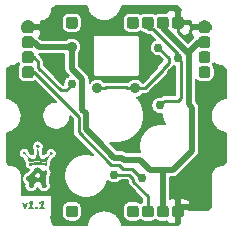
<source format=gtl>
G04 #@! TF.GenerationSoftware,KiCad,Pcbnew,5.1.5*
G04 #@! TF.CreationDate,2020-05-28T17:34:41+02:00*
G04 #@! TF.ProjectId,amoeba-king,616d6f65-6261-42d6-9b69-6e672e6b6963,rev?*
G04 #@! TF.SameCoordinates,Original*
G04 #@! TF.FileFunction,Copper,L1,Top*
G04 #@! TF.FilePolarity,Positive*
%FSLAX46Y46*%
G04 Gerber Fmt 4.6, Leading zero omitted, Abs format (unit mm)*
G04 Created by KiCad (PCBNEW 5.1.5) date 2020-05-28 17:34:41*
%MOMM*%
%LPD*%
G04 APERTURE LIST*
%ADD10C,0.158750*%
%ADD11C,0.150000*%
%ADD12C,0.094155*%
%ADD13C,0.889000*%
%ADD14C,0.762000*%
%ADD15C,0.254000*%
%ADD16C,0.508000*%
%ADD17C,0.200000*%
G04 APERTURE END LIST*
D10*
X67580923Y-176051028D02*
X67679197Y-176474361D01*
X67883304Y-176051028D01*
X68404911Y-176474361D02*
X68042054Y-176474361D01*
X68223483Y-176474361D02*
X68302858Y-175839361D01*
X68231042Y-175930076D01*
X68163007Y-175990552D01*
X68098751Y-176020790D01*
X68684614Y-176413885D02*
X68711072Y-176444123D01*
X68677054Y-176474361D01*
X68650596Y-176444123D01*
X68684614Y-176413885D01*
X68677054Y-176474361D01*
X69312054Y-176474361D02*
X68949197Y-176474361D01*
X69130626Y-176474361D02*
X69210001Y-175839361D01*
X69138185Y-175930076D01*
X69070150Y-175990552D01*
X69005894Y-176020790D01*
D11*
G36*
X68747048Y-173038590D02*
G01*
X68763990Y-173473250D01*
X68862139Y-173473250D01*
X68868318Y-173481487D01*
X68867627Y-173571399D01*
X68901946Y-173571399D01*
X68906751Y-173585127D01*
X68946557Y-173585813D01*
X68952049Y-173589072D01*
X68956168Y-173594736D01*
X69013134Y-173724458D01*
X68999404Y-173729946D01*
X69000094Y-173751911D01*
X69003528Y-173751225D01*
X69003528Y-173793094D01*
X68982249Y-173874769D01*
X68916556Y-173874769D01*
X68916556Y-173883692D01*
X68858218Y-173883692D01*
X68858218Y-173962623D01*
X68844490Y-173976348D01*
X68829393Y-173962623D01*
X68830084Y-173933797D01*
X68809491Y-173961936D01*
X68736052Y-173961936D01*
X68720950Y-173934483D01*
X68721640Y-173884378D01*
X68684578Y-173884378D01*
X68685269Y-173963309D01*
X68670167Y-173977034D01*
X68654384Y-173963309D01*
X68654384Y-173883692D01*
X68630361Y-173883692D01*
X68630361Y-173873397D01*
X68606337Y-173874769D01*
X68582317Y-173792404D01*
X68583008Y-173753283D01*
X68586439Y-173752597D01*
X68585748Y-173729946D01*
X68580255Y-173729946D01*
X68573395Y-173725143D01*
X68633105Y-173590619D01*
X68636367Y-173587357D01*
X68640656Y-173585814D01*
X68679090Y-173585814D01*
X68685955Y-173570713D01*
X68718881Y-173570713D01*
X68718881Y-173480801D01*
X68763990Y-173473250D01*
X68747048Y-173038590D01*
X68726692Y-173039362D01*
X68706404Y-173041679D01*
X68686185Y-173045541D01*
X68666034Y-173050948D01*
X68645952Y-173057900D01*
X68625939Y-173066396D01*
X68605994Y-173076437D01*
X68586118Y-173088022D01*
X68566311Y-173101153D01*
X68548880Y-173115118D01*
X68532250Y-173131536D01*
X68516531Y-173149725D01*
X68501831Y-173169003D01*
X68488262Y-173188688D01*
X68475931Y-173208099D01*
X68464949Y-173226554D01*
X68455425Y-173243373D01*
X68447469Y-173257873D01*
X68441189Y-173269372D01*
X68424622Y-173298550D01*
X68407969Y-173326380D01*
X68391246Y-173352905D01*
X68374468Y-173378167D01*
X68357651Y-173402211D01*
X68340810Y-173425079D01*
X68323960Y-173446814D01*
X68307117Y-173467460D01*
X68290297Y-173487059D01*
X68273515Y-173505655D01*
X68256786Y-173523290D01*
X68240126Y-173540009D01*
X68223551Y-173555854D01*
X68207075Y-173570868D01*
X68190714Y-173585094D01*
X68174484Y-173598576D01*
X68158401Y-173611356D01*
X68142479Y-173623478D01*
X68126734Y-173634985D01*
X68111182Y-173645920D01*
X68095837Y-173656326D01*
X68080716Y-173666246D01*
X68065835Y-173675724D01*
X68051207Y-173684802D01*
X68036850Y-173693523D01*
X68022777Y-173701932D01*
X68009006Y-173710070D01*
X67995551Y-173717982D01*
X67982427Y-173725709D01*
X67969651Y-173733296D01*
X67957238Y-173740785D01*
X67945202Y-173748220D01*
X67933560Y-173755643D01*
X67922327Y-173763098D01*
X67911519Y-173770628D01*
X67901151Y-173778276D01*
X67891238Y-173786085D01*
X67881796Y-173794099D01*
X67872840Y-173802360D01*
X67864386Y-173810911D01*
X67856450Y-173819796D01*
X67849046Y-173829058D01*
X67842190Y-173838740D01*
X67835898Y-173848885D01*
X67830185Y-173859536D01*
X67825067Y-173870736D01*
X67820559Y-173882529D01*
X67816676Y-173894957D01*
X67813434Y-173908065D01*
X67810849Y-173921894D01*
X67808936Y-173936487D01*
X67807710Y-173951889D01*
X67807187Y-173968143D01*
X67807388Y-173987082D01*
X67808358Y-174004628D01*
X67810057Y-174020855D01*
X67812446Y-174035837D01*
X67815486Y-174049648D01*
X67819138Y-174062363D01*
X67823362Y-174074054D01*
X67828119Y-174084797D01*
X67833370Y-174094666D01*
X67839075Y-174103734D01*
X67845195Y-174112076D01*
X67851691Y-174119765D01*
X67858524Y-174126877D01*
X67865655Y-174133485D01*
X67873043Y-174139664D01*
X67880650Y-174145486D01*
X67888437Y-174151027D01*
X67896364Y-174156361D01*
X67904392Y-174161562D01*
X67912482Y-174166703D01*
X67920595Y-174171859D01*
X67928690Y-174177105D01*
X67936730Y-174182513D01*
X67944674Y-174188159D01*
X67952484Y-174194117D01*
X67960120Y-174200460D01*
X67967542Y-174207262D01*
X67974713Y-174214599D01*
X67981591Y-174222543D01*
X67988139Y-174231170D01*
X67994316Y-174240553D01*
X68000084Y-174250766D01*
X68005403Y-174261883D01*
X68010234Y-174273979D01*
X68014538Y-174287128D01*
X68018275Y-174301403D01*
X68021407Y-174316879D01*
X68023893Y-174333631D01*
X68025695Y-174351731D01*
X68026773Y-174371255D01*
X68027089Y-174392276D01*
X68026602Y-174414868D01*
X68025273Y-174439107D01*
X68023064Y-174465064D01*
X68019935Y-174492816D01*
X68016599Y-174520545D01*
X68014172Y-174545322D01*
X68012954Y-174567675D01*
X68013242Y-174588133D01*
X68015335Y-174607224D01*
X68019533Y-174625478D01*
X68026134Y-174643423D01*
X68035436Y-174661588D01*
X68047739Y-174680502D01*
X68061865Y-174698592D01*
X68077055Y-174714555D01*
X68093309Y-174728389D01*
X68110628Y-174740095D01*
X68129010Y-174749672D01*
X68148457Y-174757122D01*
X68168968Y-174762442D01*
X68190543Y-174765635D01*
X68213182Y-174766699D01*
X68243769Y-174766699D01*
X68266013Y-174765848D01*
X68287463Y-174763295D01*
X68308118Y-174759039D01*
X68327979Y-174753081D01*
X68347045Y-174745420D01*
X68365317Y-174736057D01*
X68382795Y-174724992D01*
X68400985Y-174711243D01*
X68416625Y-174695950D01*
X68429717Y-174679111D01*
X68440260Y-174660728D01*
X68448254Y-174640801D01*
X68453699Y-174619328D01*
X68453755Y-174616897D01*
X68454050Y-174609940D01*
X68454780Y-174598964D01*
X68456137Y-174584475D01*
X68458316Y-174566979D01*
X68461510Y-174546984D01*
X68465913Y-174524995D01*
X68471718Y-174501518D01*
X68479121Y-174477060D01*
X68488314Y-174452127D01*
X68499490Y-174427226D01*
X68512845Y-174402863D01*
X68528572Y-174379543D01*
X68546863Y-174357775D01*
X68567915Y-174338063D01*
X68584596Y-174325496D01*
X68602426Y-174314239D01*
X68621286Y-174304287D01*
X68641054Y-174295634D01*
X68661610Y-174288276D01*
X68682836Y-174282206D01*
X68704610Y-174277419D01*
X68726814Y-174273909D01*
X68749325Y-174271671D01*
X68772026Y-174270700D01*
X68794796Y-174270990D01*
X68817514Y-174272535D01*
X68840060Y-174275330D01*
X68862316Y-174279369D01*
X68884160Y-174284647D01*
X68905473Y-174291158D01*
X68926134Y-174298897D01*
X68946024Y-174307859D01*
X68965023Y-174318037D01*
X68983010Y-174329426D01*
X68999866Y-174342021D01*
X69021210Y-174361701D01*
X69039862Y-174383452D01*
X69056002Y-174406766D01*
X69069813Y-174431136D01*
X69081474Y-174456052D01*
X69091166Y-174481007D01*
X69099071Y-174505492D01*
X69105368Y-174529001D01*
X69110239Y-174551023D01*
X69113865Y-174571051D01*
X69116426Y-174588578D01*
X69118103Y-174603094D01*
X69119077Y-174614092D01*
X69119529Y-174621063D01*
X69119639Y-174623500D01*
X69124699Y-174643312D01*
X69132461Y-174661965D01*
X69142927Y-174679459D01*
X69156096Y-174695795D01*
X69171968Y-174710972D01*
X69190544Y-174724991D01*
X69209351Y-174737735D01*
X69228699Y-174748162D01*
X69248588Y-174756272D01*
X69269017Y-174762064D01*
X69289987Y-174765540D01*
X69311497Y-174766699D01*
X69342084Y-174766699D01*
X69364483Y-174765600D01*
X69385955Y-174762305D01*
X69406500Y-174756812D01*
X69426118Y-174749123D01*
X69444810Y-174739236D01*
X69462574Y-174727153D01*
X69479412Y-174712873D01*
X69495323Y-174696396D01*
X69510307Y-174677722D01*
X69522983Y-174659707D01*
X69533683Y-174643325D01*
X69542193Y-174627605D01*
X69548299Y-174611576D01*
X69551790Y-174594267D01*
X69552452Y-174574708D01*
X69550071Y-174551926D01*
X69544435Y-174524953D01*
X69535331Y-174492816D01*
X69523801Y-174454739D01*
X69513232Y-174417723D01*
X69503598Y-174381747D01*
X69494871Y-174346790D01*
X69487023Y-174312834D01*
X69480026Y-174279858D01*
X69473855Y-174247842D01*
X69468480Y-174216766D01*
X69463874Y-174186612D01*
X69460010Y-174157357D01*
X69456860Y-174128984D01*
X69454397Y-174101471D01*
X69452593Y-174074800D01*
X69451420Y-174048949D01*
X69450852Y-174023900D01*
X69450861Y-173999631D01*
X69451418Y-173976125D01*
X69452497Y-173953359D01*
X69454070Y-173931315D01*
X69456109Y-173909973D01*
X69458588Y-173889313D01*
X69461478Y-173869314D01*
X69464751Y-173849958D01*
X69468382Y-173831224D01*
X69472341Y-173813091D01*
X69476601Y-173795542D01*
X69481135Y-173778554D01*
X69485916Y-173762109D01*
X69490915Y-173746187D01*
X69496106Y-173730767D01*
X69501460Y-173715830D01*
X69506950Y-173701356D01*
X69512549Y-173687326D01*
X69518229Y-173673718D01*
X69523963Y-173660513D01*
X69529723Y-173647692D01*
X69535482Y-173635234D01*
X69541211Y-173623120D01*
X69546885Y-173611330D01*
X69552474Y-173599843D01*
X69557951Y-173588640D01*
X69563290Y-173577701D01*
X69568462Y-173567007D01*
X69573439Y-173556536D01*
X69578196Y-173546269D01*
X69582703Y-173536187D01*
X69586933Y-173526270D01*
X69590859Y-173516497D01*
X69594454Y-173506849D01*
X69597689Y-173497305D01*
X69600538Y-173487847D01*
X69602972Y-173478453D01*
X69604964Y-173469105D01*
X69606487Y-173459782D01*
X69607513Y-173450464D01*
X69608015Y-173441132D01*
X69607965Y-173431765D01*
X69607335Y-173422343D01*
X69606099Y-173412848D01*
X69604227Y-173403258D01*
X69601694Y-173393554D01*
X69598472Y-173383717D01*
X69591147Y-173366242D01*
X69582654Y-173350972D01*
X69573058Y-173337778D01*
X69562423Y-173326530D01*
X69550814Y-173317099D01*
X69538294Y-173309355D01*
X69524929Y-173303167D01*
X69510784Y-173298406D01*
X69495921Y-173294944D01*
X69480407Y-173292648D01*
X69464305Y-173291391D01*
X69447679Y-173291043D01*
X69430595Y-173291473D01*
X69413117Y-173292551D01*
X69395308Y-173294150D01*
X69377235Y-173296137D01*
X69358960Y-173298384D01*
X69340549Y-173300762D01*
X69322066Y-173303139D01*
X69303575Y-173305387D01*
X69285141Y-173307376D01*
X69266829Y-173308976D01*
X69248702Y-173310058D01*
X69230826Y-173310491D01*
X69213264Y-173310147D01*
X69196082Y-173308894D01*
X69179343Y-173306604D01*
X69163112Y-173303147D01*
X69147454Y-173298393D01*
X69132433Y-173292212D01*
X69118113Y-173284475D01*
X69104559Y-173275052D01*
X69091836Y-173263813D01*
X69082865Y-173253028D01*
X69072723Y-173238015D01*
X69061385Y-173219806D01*
X69048822Y-173199431D01*
X69035008Y-173177922D01*
X69019917Y-173156309D01*
X69003522Y-173135622D01*
X68985795Y-173116893D01*
X68966710Y-173101153D01*
X68946628Y-173088022D01*
X68926547Y-173076437D01*
X68906465Y-173066396D01*
X68886384Y-173057900D01*
X68866302Y-173050948D01*
X68846221Y-173045541D01*
X68826140Y-173041679D01*
X68806058Y-173039362D01*
X68785976Y-173038590D01*
X68747048Y-173038590D01*
G37*
D12*
G36*
X68794081Y-172597036D02*
G01*
X68765783Y-172596948D01*
X68737622Y-172597126D01*
X68709608Y-172597570D01*
X68681750Y-172598280D01*
X68654057Y-172599255D01*
X68626539Y-172600493D01*
X68599205Y-172601996D01*
X68572065Y-172603761D01*
X68545129Y-172605789D01*
X68518405Y-172608079D01*
X68491904Y-172610630D01*
X68465634Y-172613442D01*
X68439605Y-172616514D01*
X68413827Y-172619845D01*
X68388308Y-172623435D01*
X68363060Y-172627284D01*
X68338090Y-172631390D01*
X68313408Y-172635754D01*
X68289024Y-172640374D01*
X68264948Y-172645250D01*
X68241188Y-172650381D01*
X68217754Y-172655767D01*
X68194656Y-172661408D01*
X68171903Y-172667302D01*
X68149505Y-172673449D01*
X68127471Y-172679848D01*
X68105809Y-172686500D01*
X68084531Y-172693402D01*
X68063645Y-172700556D01*
X68071252Y-172724718D01*
X68077096Y-172747691D01*
X68081393Y-172770029D01*
X68084356Y-172792286D01*
X68086199Y-172815017D01*
X68107483Y-172808810D01*
X68129126Y-172802765D01*
X68151118Y-172796887D01*
X68173454Y-172791182D01*
X68196126Y-172785655D01*
X68219127Y-172780312D01*
X68242451Y-172775158D01*
X68266090Y-172770200D01*
X68290036Y-172765442D01*
X68314284Y-172760891D01*
X68338826Y-172756552D01*
X68363655Y-172752430D01*
X68388763Y-172748532D01*
X68414145Y-172744862D01*
X68439792Y-172741427D01*
X68465698Y-172738233D01*
X68491856Y-172735284D01*
X68518258Y-172732586D01*
X68544898Y-172730146D01*
X68571769Y-172727968D01*
X68598863Y-172726058D01*
X68626174Y-172724423D01*
X68653694Y-172723067D01*
X68681416Y-172721996D01*
X68709334Y-172721216D01*
X68737441Y-172720732D01*
X68765728Y-172720551D01*
X68794190Y-172720677D01*
X68822641Y-172721096D01*
X68850896Y-172721791D01*
X68878951Y-172722759D01*
X68906801Y-172723997D01*
X68934438Y-172725502D01*
X68961859Y-172727270D01*
X68989058Y-172729300D01*
X69016030Y-172731587D01*
X69042768Y-172734130D01*
X69069268Y-172736925D01*
X69095524Y-172739969D01*
X69121531Y-172743259D01*
X69147283Y-172746793D01*
X69172775Y-172750567D01*
X69198002Y-172754579D01*
X69222957Y-172758824D01*
X69247637Y-172763302D01*
X69272034Y-172768008D01*
X69296145Y-172772940D01*
X69319963Y-172778094D01*
X69343483Y-172783469D01*
X69366700Y-172789060D01*
X69389608Y-172794865D01*
X69412202Y-172800881D01*
X69434476Y-172807104D01*
X69456425Y-172813533D01*
X69478044Y-172820165D01*
X69499327Y-172826995D01*
X69501237Y-172806018D01*
X69504783Y-172784730D01*
X69509784Y-172762970D01*
X69516058Y-172740578D01*
X69523425Y-172717394D01*
X69502775Y-172709996D01*
X69481735Y-172702817D01*
X69460312Y-172695858D01*
X69438513Y-172689120D01*
X69416348Y-172682605D01*
X69393822Y-172676314D01*
X69370944Y-172670249D01*
X69347722Y-172664412D01*
X69324163Y-172658803D01*
X69300276Y-172653425D01*
X69276066Y-172648279D01*
X69251543Y-172643367D01*
X69226714Y-172638689D01*
X69201587Y-172634248D01*
X69176168Y-172630045D01*
X69150467Y-172626081D01*
X69124490Y-172622359D01*
X69098246Y-172618879D01*
X69071741Y-172615642D01*
X69044984Y-172612652D01*
X69017983Y-172609908D01*
X68990744Y-172607414D01*
X68963276Y-172605169D01*
X68935587Y-172603175D01*
X68907683Y-172601435D01*
X68879573Y-172599950D01*
X68851264Y-172598720D01*
X68822764Y-172597749D01*
X68794081Y-172597036D01*
G37*
X68794081Y-172597036D02*
X68765783Y-172596948D01*
X68737622Y-172597126D01*
X68709608Y-172597570D01*
X68681750Y-172598280D01*
X68654057Y-172599255D01*
X68626539Y-172600493D01*
X68599205Y-172601996D01*
X68572065Y-172603761D01*
X68545129Y-172605789D01*
X68518405Y-172608079D01*
X68491904Y-172610630D01*
X68465634Y-172613442D01*
X68439605Y-172616514D01*
X68413827Y-172619845D01*
X68388308Y-172623435D01*
X68363060Y-172627284D01*
X68338090Y-172631390D01*
X68313408Y-172635754D01*
X68289024Y-172640374D01*
X68264948Y-172645250D01*
X68241188Y-172650381D01*
X68217754Y-172655767D01*
X68194656Y-172661408D01*
X68171903Y-172667302D01*
X68149505Y-172673449D01*
X68127471Y-172679848D01*
X68105809Y-172686500D01*
X68084531Y-172693402D01*
X68063645Y-172700556D01*
X68071252Y-172724718D01*
X68077096Y-172747691D01*
X68081393Y-172770029D01*
X68084356Y-172792286D01*
X68086199Y-172815017D01*
X68107483Y-172808810D01*
X68129126Y-172802765D01*
X68151118Y-172796887D01*
X68173454Y-172791182D01*
X68196126Y-172785655D01*
X68219127Y-172780312D01*
X68242451Y-172775158D01*
X68266090Y-172770200D01*
X68290036Y-172765442D01*
X68314284Y-172760891D01*
X68338826Y-172756552D01*
X68363655Y-172752430D01*
X68388763Y-172748532D01*
X68414145Y-172744862D01*
X68439792Y-172741427D01*
X68465698Y-172738233D01*
X68491856Y-172735284D01*
X68518258Y-172732586D01*
X68544898Y-172730146D01*
X68571769Y-172727968D01*
X68598863Y-172726058D01*
X68626174Y-172724423D01*
X68653694Y-172723067D01*
X68681416Y-172721996D01*
X68709334Y-172721216D01*
X68737441Y-172720732D01*
X68765728Y-172720551D01*
X68794190Y-172720677D01*
X68822641Y-172721096D01*
X68850896Y-172721791D01*
X68878951Y-172722759D01*
X68906801Y-172723997D01*
X68934438Y-172725502D01*
X68961859Y-172727270D01*
X68989058Y-172729300D01*
X69016030Y-172731587D01*
X69042768Y-172734130D01*
X69069268Y-172736925D01*
X69095524Y-172739969D01*
X69121531Y-172743259D01*
X69147283Y-172746793D01*
X69172775Y-172750567D01*
X69198002Y-172754579D01*
X69222957Y-172758824D01*
X69247637Y-172763302D01*
X69272034Y-172768008D01*
X69296145Y-172772940D01*
X69319963Y-172778094D01*
X69343483Y-172783469D01*
X69366700Y-172789060D01*
X69389608Y-172794865D01*
X69412202Y-172800881D01*
X69434476Y-172807104D01*
X69456425Y-172813533D01*
X69478044Y-172820165D01*
X69499327Y-172826995D01*
X69501237Y-172806018D01*
X69504783Y-172784730D01*
X69509784Y-172762970D01*
X69516058Y-172740578D01*
X69523425Y-172717394D01*
X69502775Y-172709996D01*
X69481735Y-172702817D01*
X69460312Y-172695858D01*
X69438513Y-172689120D01*
X69416348Y-172682605D01*
X69393822Y-172676314D01*
X69370944Y-172670249D01*
X69347722Y-172664412D01*
X69324163Y-172658803D01*
X69300276Y-172653425D01*
X69276066Y-172648279D01*
X69251543Y-172643367D01*
X69226714Y-172638689D01*
X69201587Y-172634248D01*
X69176168Y-172630045D01*
X69150467Y-172626081D01*
X69124490Y-172622359D01*
X69098246Y-172618879D01*
X69071741Y-172615642D01*
X69044984Y-172612652D01*
X69017983Y-172609908D01*
X68990744Y-172607414D01*
X68963276Y-172605169D01*
X68935587Y-172603175D01*
X68907683Y-172601435D01*
X68879573Y-172599950D01*
X68851264Y-172598720D01*
X68822764Y-172597749D01*
X68794081Y-172597036D01*
D11*
G36*
X68798186Y-171094043D02*
G01*
X68774561Y-171095937D01*
X68752144Y-171101423D01*
X68731238Y-171110206D01*
X68712143Y-171121992D01*
X68695160Y-171136485D01*
X68680590Y-171153392D01*
X68668734Y-171172417D01*
X68659893Y-171193265D01*
X68654368Y-171215642D01*
X68652459Y-171239254D01*
X68654435Y-171263026D01*
X68660148Y-171285416D01*
X68669273Y-171306154D01*
X68681486Y-171324972D01*
X68696462Y-171341601D01*
X68713878Y-171355771D01*
X68733408Y-171367215D01*
X68754729Y-171375663D01*
X68777516Y-171380847D01*
X68775041Y-171408746D01*
X68772480Y-171436945D01*
X68769819Y-171465401D01*
X68767049Y-171494073D01*
X68764159Y-171522918D01*
X68761138Y-171551893D01*
X68757975Y-171580955D01*
X68754658Y-171610064D01*
X68751178Y-171639175D01*
X68747523Y-171668247D01*
X68743683Y-171697236D01*
X68739646Y-171726102D01*
X68735402Y-171754800D01*
X68730939Y-171783289D01*
X68726247Y-171811527D01*
X68721315Y-171839470D01*
X68716132Y-171867077D01*
X68710688Y-171894304D01*
X68704970Y-171921110D01*
X68698969Y-171947452D01*
X68692673Y-171973287D01*
X68686072Y-171998574D01*
X68679154Y-172023269D01*
X68671910Y-172047330D01*
X68664327Y-172070715D01*
X68656395Y-172093382D01*
X68648103Y-172115287D01*
X68639440Y-172136388D01*
X68630396Y-172156643D01*
X68620959Y-172176010D01*
X68611119Y-172194446D01*
X68600864Y-172211908D01*
X68590184Y-172228354D01*
X68579068Y-172243742D01*
X68567505Y-172258030D01*
X68555484Y-172271173D01*
X68542994Y-172283132D01*
X68530024Y-172293861D01*
X68516564Y-172303321D01*
X68502602Y-172311467D01*
X68488128Y-172318258D01*
X68471114Y-172324360D01*
X68453366Y-172328621D01*
X68434932Y-172331116D01*
X68415858Y-172331918D01*
X68396191Y-172331100D01*
X68375978Y-172328738D01*
X68355266Y-172324903D01*
X68334102Y-172319671D01*
X68312531Y-172313114D01*
X68290603Y-172305307D01*
X68268362Y-172296323D01*
X68245856Y-172286237D01*
X68223133Y-172275121D01*
X68200238Y-172263050D01*
X68177218Y-172250098D01*
X68154122Y-172236337D01*
X68130994Y-172221843D01*
X68107883Y-172206689D01*
X68084835Y-172190948D01*
X68061896Y-172174694D01*
X68039115Y-172158001D01*
X68016537Y-172140943D01*
X67994210Y-172123594D01*
X67972180Y-172106027D01*
X67950494Y-172088316D01*
X67929199Y-172070535D01*
X67908342Y-172052757D01*
X67887970Y-172035057D01*
X67868130Y-172017508D01*
X67848868Y-172000184D01*
X67830231Y-171983159D01*
X67812267Y-171966506D01*
X67795022Y-171950299D01*
X67778542Y-171934613D01*
X67762876Y-171919520D01*
X67748069Y-171905094D01*
X67734169Y-171891410D01*
X67747953Y-171875090D01*
X67758738Y-171856576D01*
X67765764Y-171836101D01*
X67768275Y-171813896D01*
X67766002Y-171791240D01*
X67759479Y-171770116D01*
X67749155Y-171750983D01*
X67735475Y-171734300D01*
X67718886Y-171720525D01*
X67699836Y-171710118D01*
X67678771Y-171703537D01*
X67656137Y-171701241D01*
X67633482Y-171703537D01*
X67612358Y-171710118D01*
X67593225Y-171720525D01*
X67576541Y-171734300D01*
X67562767Y-171750983D01*
X67552359Y-171770116D01*
X67545778Y-171791240D01*
X67543483Y-171813896D01*
X67545778Y-171836529D01*
X67552359Y-171857594D01*
X67562767Y-171876645D01*
X67576541Y-171893233D01*
X67593225Y-171906913D01*
X67612358Y-171917238D01*
X67633482Y-171923760D01*
X67656137Y-171926034D01*
X67677253Y-171926447D01*
X67692175Y-171922138D01*
X67706780Y-171913631D01*
X67922271Y-172276400D01*
X67937630Y-172305625D01*
X67951890Y-172334100D01*
X67965067Y-172361822D01*
X67977181Y-172388788D01*
X67988248Y-172414997D01*
X67998287Y-172440446D01*
X68007315Y-172465133D01*
X68015351Y-172489056D01*
X68022411Y-172512214D01*
X68028514Y-172534602D01*
X68033678Y-172556221D01*
X68037920Y-172577066D01*
X68041258Y-172597137D01*
X68043710Y-172616431D01*
X68065445Y-172609971D01*
X68087539Y-172603684D01*
X68109982Y-172597575D01*
X68132768Y-172591650D01*
X68155887Y-172585913D01*
X68179333Y-172580372D01*
X68203097Y-172575030D01*
X68227170Y-172569895D01*
X68251545Y-172564970D01*
X68276214Y-172560262D01*
X68301168Y-172555776D01*
X68326399Y-172551518D01*
X68351900Y-172547493D01*
X68377661Y-172543706D01*
X68403676Y-172540163D01*
X68429936Y-172536871D01*
X68456433Y-172533833D01*
X68483158Y-172531056D01*
X68510104Y-172528545D01*
X68537263Y-172526305D01*
X68564626Y-172524343D01*
X68592185Y-172522663D01*
X68619933Y-172521271D01*
X68647860Y-172520173D01*
X68675960Y-172519374D01*
X68704224Y-172518880D01*
X68732644Y-172518695D01*
X68761211Y-172518827D01*
X68789918Y-172519279D01*
X68818981Y-172519595D01*
X68847836Y-172520194D01*
X68876480Y-172521074D01*
X68904909Y-172522232D01*
X68933119Y-172523662D01*
X68961106Y-172525363D01*
X68988865Y-172527330D01*
X69016394Y-172529560D01*
X69043687Y-172532050D01*
X69070741Y-172534795D01*
X69097553Y-172537793D01*
X69124117Y-172541040D01*
X69150430Y-172544532D01*
X69176489Y-172548265D01*
X69202288Y-172552237D01*
X69227824Y-172556444D01*
X69253094Y-172560883D01*
X69278092Y-172565549D01*
X69302816Y-172570439D01*
X69327261Y-172575550D01*
X69351423Y-172580878D01*
X69375298Y-172586420D01*
X69398883Y-172592172D01*
X69422172Y-172598130D01*
X69445163Y-172604292D01*
X69467851Y-172610653D01*
X69490232Y-172617211D01*
X69512303Y-172623961D01*
X69534059Y-172630900D01*
X69537277Y-172611404D01*
X69541117Y-172591266D01*
X69545652Y-172570476D01*
X69550961Y-172549019D01*
X69557118Y-172526883D01*
X69564200Y-172504055D01*
X69572282Y-172480523D01*
X69581440Y-172456274D01*
X69591751Y-172431294D01*
X69603291Y-172405572D01*
X69616134Y-172379095D01*
X69630358Y-172351850D01*
X69646038Y-172323823D01*
X69663250Y-172295003D01*
X69879257Y-171925517D01*
X69895422Y-171933502D01*
X69912751Y-171939615D01*
X69930934Y-171942053D01*
X69953589Y-171939780D01*
X69974713Y-171933257D01*
X69993846Y-171922933D01*
X70010530Y-171909253D01*
X70024304Y-171892664D01*
X70034712Y-171873614D01*
X70041293Y-171852549D01*
X70043588Y-171829915D01*
X70041293Y-171807260D01*
X70034712Y-171786136D01*
X70024304Y-171767003D01*
X70010530Y-171750320D01*
X69993846Y-171736545D01*
X69974713Y-171726137D01*
X69953589Y-171719556D01*
X69930934Y-171717261D01*
X69908300Y-171719556D01*
X69887235Y-171726137D01*
X69868185Y-171736545D01*
X69851596Y-171750320D01*
X69837916Y-171767003D01*
X69827592Y-171786136D01*
X69821069Y-171807260D01*
X69818796Y-171829915D01*
X69821552Y-171850454D01*
X69828945Y-171870706D01*
X69839661Y-171889812D01*
X69852386Y-171906913D01*
X69838681Y-171919988D01*
X69824025Y-171933833D01*
X69808466Y-171948371D01*
X69792054Y-171963528D01*
X69774836Y-171979229D01*
X69756862Y-171995399D01*
X69738180Y-172011962D01*
X69718839Y-172028843D01*
X69698888Y-172045969D01*
X69678375Y-172063262D01*
X69657349Y-172080648D01*
X69635858Y-172098053D01*
X69613953Y-172115400D01*
X69591680Y-172132615D01*
X69569089Y-172149622D01*
X69546229Y-172166347D01*
X69523147Y-172182715D01*
X69499894Y-172198650D01*
X69476518Y-172214077D01*
X69453066Y-172228921D01*
X69429589Y-172243107D01*
X69406135Y-172256560D01*
X69382752Y-172269204D01*
X69359489Y-172280965D01*
X69336394Y-172291768D01*
X69313518Y-172301537D01*
X69290907Y-172310197D01*
X69268612Y-172317673D01*
X69246680Y-172323891D01*
X69225160Y-172328774D01*
X69204102Y-172332248D01*
X69183553Y-172334237D01*
X69163562Y-172334668D01*
X69144179Y-172333463D01*
X69125451Y-172330549D01*
X69107428Y-172325850D01*
X69090158Y-172319291D01*
X69075335Y-172299194D01*
X69061104Y-172278669D01*
X69047452Y-172257732D01*
X69034364Y-172236402D01*
X69021827Y-172214697D01*
X69009826Y-172192633D01*
X68998349Y-172170228D01*
X68987381Y-172147501D01*
X68976908Y-172124468D01*
X68966918Y-172101147D01*
X68957394Y-172077556D01*
X68948325Y-172053713D01*
X68939696Y-172029634D01*
X68931494Y-172005338D01*
X68923703Y-171980843D01*
X68916312Y-171956165D01*
X68909305Y-171931322D01*
X68902669Y-171906333D01*
X68896391Y-171881214D01*
X68890456Y-171855984D01*
X68884850Y-171830659D01*
X68879560Y-171805258D01*
X68874572Y-171779798D01*
X68869872Y-171754296D01*
X68865447Y-171728771D01*
X68861282Y-171703240D01*
X68857363Y-171677720D01*
X68853677Y-171652229D01*
X68850210Y-171626784D01*
X68846948Y-171601404D01*
X68843878Y-171576106D01*
X68840985Y-171550907D01*
X68838255Y-171525826D01*
X68835676Y-171500879D01*
X68833232Y-171476084D01*
X68830911Y-171451459D01*
X68828698Y-171427022D01*
X68826579Y-171402790D01*
X68824541Y-171378780D01*
X68848829Y-171374646D01*
X68864784Y-171370264D01*
X68881126Y-171361431D01*
X68897081Y-171348581D01*
X68911874Y-171332148D01*
X68924728Y-171312564D01*
X68934870Y-171290265D01*
X68941524Y-171265684D01*
X68943914Y-171239254D01*
X68942005Y-171215642D01*
X68936480Y-171193265D01*
X68927639Y-171172417D01*
X68915783Y-171153392D01*
X68901213Y-171136485D01*
X68884230Y-171121992D01*
X68865135Y-171110206D01*
X68844229Y-171101423D01*
X68821812Y-171095937D01*
X68798186Y-171094043D01*
G37*
G04 #@! TA.AperFunction,ComponentPad*
G36*
X68219504Y-160664204D02*
G01*
X68243773Y-160667804D01*
X68267571Y-160673765D01*
X68290671Y-160682030D01*
X68312849Y-160692520D01*
X68333893Y-160705133D01*
X68353598Y-160719747D01*
X68371777Y-160736223D01*
X68388253Y-160754402D01*
X68402867Y-160774107D01*
X68415480Y-160795151D01*
X68425970Y-160817329D01*
X68434235Y-160840429D01*
X68440196Y-160864227D01*
X68443796Y-160888496D01*
X68445000Y-160913000D01*
X68445000Y-161413000D01*
X68443796Y-161437504D01*
X68440196Y-161461773D01*
X68434235Y-161485571D01*
X68425970Y-161508671D01*
X68415480Y-161530849D01*
X68402867Y-161551893D01*
X68388253Y-161571598D01*
X68371777Y-161589777D01*
X68353598Y-161606253D01*
X68333893Y-161620867D01*
X68312849Y-161633480D01*
X68290671Y-161643970D01*
X68267571Y-161652235D01*
X68243773Y-161658196D01*
X68219504Y-161661796D01*
X68195000Y-161663000D01*
X67695000Y-161663000D01*
X67670496Y-161661796D01*
X67646227Y-161658196D01*
X67622429Y-161652235D01*
X67599329Y-161643970D01*
X67577151Y-161633480D01*
X67556107Y-161620867D01*
X67536402Y-161606253D01*
X67518223Y-161589777D01*
X67501747Y-161571598D01*
X67487133Y-161551893D01*
X67474520Y-161530849D01*
X67464030Y-161508671D01*
X67455765Y-161485571D01*
X67449804Y-161461773D01*
X67446204Y-161437504D01*
X67445000Y-161413000D01*
X67445000Y-160913000D01*
X67446204Y-160888496D01*
X67449804Y-160864227D01*
X67455765Y-160840429D01*
X67464030Y-160817329D01*
X67474520Y-160795151D01*
X67487133Y-160774107D01*
X67501747Y-160754402D01*
X67518223Y-160736223D01*
X67536402Y-160719747D01*
X67556107Y-160705133D01*
X67577151Y-160692520D01*
X67599329Y-160682030D01*
X67622429Y-160673765D01*
X67646227Y-160667804D01*
X67670496Y-160664204D01*
X67695000Y-160663000D01*
X68195000Y-160663000D01*
X68219504Y-160664204D01*
G37*
G04 #@! TD.AperFunction*
G04 #@! TA.AperFunction,ComponentPad*
G36*
X68219504Y-161934204D02*
G01*
X68243773Y-161937804D01*
X68267571Y-161943765D01*
X68290671Y-161952030D01*
X68312849Y-161962520D01*
X68333893Y-161975133D01*
X68353598Y-161989747D01*
X68371777Y-162006223D01*
X68388253Y-162024402D01*
X68402867Y-162044107D01*
X68415480Y-162065151D01*
X68425970Y-162087329D01*
X68434235Y-162110429D01*
X68440196Y-162134227D01*
X68443796Y-162158496D01*
X68445000Y-162183000D01*
X68445000Y-162683000D01*
X68443796Y-162707504D01*
X68440196Y-162731773D01*
X68434235Y-162755571D01*
X68425970Y-162778671D01*
X68415480Y-162800849D01*
X68402867Y-162821893D01*
X68388253Y-162841598D01*
X68371777Y-162859777D01*
X68353598Y-162876253D01*
X68333893Y-162890867D01*
X68312849Y-162903480D01*
X68290671Y-162913970D01*
X68267571Y-162922235D01*
X68243773Y-162928196D01*
X68219504Y-162931796D01*
X68195000Y-162933000D01*
X67695000Y-162933000D01*
X67670496Y-162931796D01*
X67646227Y-162928196D01*
X67622429Y-162922235D01*
X67599329Y-162913970D01*
X67577151Y-162903480D01*
X67556107Y-162890867D01*
X67536402Y-162876253D01*
X67518223Y-162859777D01*
X67501747Y-162841598D01*
X67487133Y-162821893D01*
X67474520Y-162800849D01*
X67464030Y-162778671D01*
X67455765Y-162755571D01*
X67449804Y-162731773D01*
X67446204Y-162707504D01*
X67445000Y-162683000D01*
X67445000Y-162183000D01*
X67446204Y-162158496D01*
X67449804Y-162134227D01*
X67455765Y-162110429D01*
X67464030Y-162087329D01*
X67474520Y-162065151D01*
X67487133Y-162044107D01*
X67501747Y-162024402D01*
X67518223Y-162006223D01*
X67536402Y-161989747D01*
X67556107Y-161975133D01*
X67577151Y-161962520D01*
X67599329Y-161952030D01*
X67622429Y-161943765D01*
X67646227Y-161937804D01*
X67670496Y-161934204D01*
X67695000Y-161933000D01*
X68195000Y-161933000D01*
X68219504Y-161934204D01*
G37*
G04 #@! TD.AperFunction*
G04 #@! TA.AperFunction,ComponentPad*
G36*
X68219504Y-163204204D02*
G01*
X68243773Y-163207804D01*
X68267571Y-163213765D01*
X68290671Y-163222030D01*
X68312849Y-163232520D01*
X68333893Y-163245133D01*
X68353598Y-163259747D01*
X68371777Y-163276223D01*
X68388253Y-163294402D01*
X68402867Y-163314107D01*
X68415480Y-163335151D01*
X68425970Y-163357329D01*
X68434235Y-163380429D01*
X68440196Y-163404227D01*
X68443796Y-163428496D01*
X68445000Y-163453000D01*
X68445000Y-163953000D01*
X68443796Y-163977504D01*
X68440196Y-164001773D01*
X68434235Y-164025571D01*
X68425970Y-164048671D01*
X68415480Y-164070849D01*
X68402867Y-164091893D01*
X68388253Y-164111598D01*
X68371777Y-164129777D01*
X68353598Y-164146253D01*
X68333893Y-164160867D01*
X68312849Y-164173480D01*
X68290671Y-164183970D01*
X68267571Y-164192235D01*
X68243773Y-164198196D01*
X68219504Y-164201796D01*
X68195000Y-164203000D01*
X67695000Y-164203000D01*
X67670496Y-164201796D01*
X67646227Y-164198196D01*
X67622429Y-164192235D01*
X67599329Y-164183970D01*
X67577151Y-164173480D01*
X67556107Y-164160867D01*
X67536402Y-164146253D01*
X67518223Y-164129777D01*
X67501747Y-164111598D01*
X67487133Y-164091893D01*
X67474520Y-164070849D01*
X67464030Y-164048671D01*
X67455765Y-164025571D01*
X67449804Y-164001773D01*
X67446204Y-163977504D01*
X67445000Y-163953000D01*
X67445000Y-163453000D01*
X67446204Y-163428496D01*
X67449804Y-163404227D01*
X67455765Y-163380429D01*
X67464030Y-163357329D01*
X67474520Y-163335151D01*
X67487133Y-163314107D01*
X67501747Y-163294402D01*
X67518223Y-163276223D01*
X67536402Y-163259747D01*
X67556107Y-163245133D01*
X67577151Y-163232520D01*
X67599329Y-163222030D01*
X67622429Y-163213765D01*
X67646227Y-163207804D01*
X67670496Y-163204204D01*
X67695000Y-163203000D01*
X68195000Y-163203000D01*
X68219504Y-163204204D01*
G37*
G04 #@! TD.AperFunction*
G04 #@! TA.AperFunction,ComponentPad*
G36*
X68219504Y-164474204D02*
G01*
X68243773Y-164477804D01*
X68267571Y-164483765D01*
X68290671Y-164492030D01*
X68312849Y-164502520D01*
X68333893Y-164515133D01*
X68353598Y-164529747D01*
X68371777Y-164546223D01*
X68388253Y-164564402D01*
X68402867Y-164584107D01*
X68415480Y-164605151D01*
X68425970Y-164627329D01*
X68434235Y-164650429D01*
X68440196Y-164674227D01*
X68443796Y-164698496D01*
X68445000Y-164723000D01*
X68445000Y-165223000D01*
X68443796Y-165247504D01*
X68440196Y-165271773D01*
X68434235Y-165295571D01*
X68425970Y-165318671D01*
X68415480Y-165340849D01*
X68402867Y-165361893D01*
X68388253Y-165381598D01*
X68371777Y-165399777D01*
X68353598Y-165416253D01*
X68333893Y-165430867D01*
X68312849Y-165443480D01*
X68290671Y-165453970D01*
X68267571Y-165462235D01*
X68243773Y-165468196D01*
X68219504Y-165471796D01*
X68195000Y-165473000D01*
X67695000Y-165473000D01*
X67670496Y-165471796D01*
X67646227Y-165468196D01*
X67622429Y-165462235D01*
X67599329Y-165453970D01*
X67577151Y-165443480D01*
X67556107Y-165430867D01*
X67536402Y-165416253D01*
X67518223Y-165399777D01*
X67501747Y-165381598D01*
X67487133Y-165361893D01*
X67474520Y-165340849D01*
X67464030Y-165318671D01*
X67455765Y-165295571D01*
X67449804Y-165271773D01*
X67446204Y-165247504D01*
X67445000Y-165223000D01*
X67445000Y-164723000D01*
X67446204Y-164698496D01*
X67449804Y-164674227D01*
X67455765Y-164650429D01*
X67464030Y-164627329D01*
X67474520Y-164605151D01*
X67487133Y-164584107D01*
X67501747Y-164564402D01*
X67518223Y-164546223D01*
X67536402Y-164529747D01*
X67556107Y-164515133D01*
X67577151Y-164502520D01*
X67599329Y-164492030D01*
X67622429Y-164483765D01*
X67646227Y-164477804D01*
X67670496Y-164474204D01*
X67695000Y-164473000D01*
X68195000Y-164473000D01*
X68219504Y-164474204D01*
G37*
G04 #@! TD.AperFunction*
G04 #@! TA.AperFunction,ComponentPad*
G36*
X83180104Y-160664204D02*
G01*
X83204373Y-160667804D01*
X83228171Y-160673765D01*
X83251271Y-160682030D01*
X83273449Y-160692520D01*
X83294493Y-160705133D01*
X83314198Y-160719747D01*
X83332377Y-160736223D01*
X83348853Y-160754402D01*
X83363467Y-160774107D01*
X83376080Y-160795151D01*
X83386570Y-160817329D01*
X83394835Y-160840429D01*
X83400796Y-160864227D01*
X83404396Y-160888496D01*
X83405600Y-160913000D01*
X83405600Y-161413000D01*
X83404396Y-161437504D01*
X83400796Y-161461773D01*
X83394835Y-161485571D01*
X83386570Y-161508671D01*
X83376080Y-161530849D01*
X83363467Y-161551893D01*
X83348853Y-161571598D01*
X83332377Y-161589777D01*
X83314198Y-161606253D01*
X83294493Y-161620867D01*
X83273449Y-161633480D01*
X83251271Y-161643970D01*
X83228171Y-161652235D01*
X83204373Y-161658196D01*
X83180104Y-161661796D01*
X83155600Y-161663000D01*
X82655600Y-161663000D01*
X82631096Y-161661796D01*
X82606827Y-161658196D01*
X82583029Y-161652235D01*
X82559929Y-161643970D01*
X82537751Y-161633480D01*
X82516707Y-161620867D01*
X82497002Y-161606253D01*
X82478823Y-161589777D01*
X82462347Y-161571598D01*
X82447733Y-161551893D01*
X82435120Y-161530849D01*
X82424630Y-161508671D01*
X82416365Y-161485571D01*
X82410404Y-161461773D01*
X82406804Y-161437504D01*
X82405600Y-161413000D01*
X82405600Y-160913000D01*
X82406804Y-160888496D01*
X82410404Y-160864227D01*
X82416365Y-160840429D01*
X82424630Y-160817329D01*
X82435120Y-160795151D01*
X82447733Y-160774107D01*
X82462347Y-160754402D01*
X82478823Y-160736223D01*
X82497002Y-160719747D01*
X82516707Y-160705133D01*
X82537751Y-160692520D01*
X82559929Y-160682030D01*
X82583029Y-160673765D01*
X82606827Y-160667804D01*
X82631096Y-160664204D01*
X82655600Y-160663000D01*
X83155600Y-160663000D01*
X83180104Y-160664204D01*
G37*
G04 #@! TD.AperFunction*
G04 #@! TA.AperFunction,ComponentPad*
G36*
X83180104Y-161934204D02*
G01*
X83204373Y-161937804D01*
X83228171Y-161943765D01*
X83251271Y-161952030D01*
X83273449Y-161962520D01*
X83294493Y-161975133D01*
X83314198Y-161989747D01*
X83332377Y-162006223D01*
X83348853Y-162024402D01*
X83363467Y-162044107D01*
X83376080Y-162065151D01*
X83386570Y-162087329D01*
X83394835Y-162110429D01*
X83400796Y-162134227D01*
X83404396Y-162158496D01*
X83405600Y-162183000D01*
X83405600Y-162683000D01*
X83404396Y-162707504D01*
X83400796Y-162731773D01*
X83394835Y-162755571D01*
X83386570Y-162778671D01*
X83376080Y-162800849D01*
X83363467Y-162821893D01*
X83348853Y-162841598D01*
X83332377Y-162859777D01*
X83314198Y-162876253D01*
X83294493Y-162890867D01*
X83273449Y-162903480D01*
X83251271Y-162913970D01*
X83228171Y-162922235D01*
X83204373Y-162928196D01*
X83180104Y-162931796D01*
X83155600Y-162933000D01*
X82655600Y-162933000D01*
X82631096Y-162931796D01*
X82606827Y-162928196D01*
X82583029Y-162922235D01*
X82559929Y-162913970D01*
X82537751Y-162903480D01*
X82516707Y-162890867D01*
X82497002Y-162876253D01*
X82478823Y-162859777D01*
X82462347Y-162841598D01*
X82447733Y-162821893D01*
X82435120Y-162800849D01*
X82424630Y-162778671D01*
X82416365Y-162755571D01*
X82410404Y-162731773D01*
X82406804Y-162707504D01*
X82405600Y-162683000D01*
X82405600Y-162183000D01*
X82406804Y-162158496D01*
X82410404Y-162134227D01*
X82416365Y-162110429D01*
X82424630Y-162087329D01*
X82435120Y-162065151D01*
X82447733Y-162044107D01*
X82462347Y-162024402D01*
X82478823Y-162006223D01*
X82497002Y-161989747D01*
X82516707Y-161975133D01*
X82537751Y-161962520D01*
X82559929Y-161952030D01*
X82583029Y-161943765D01*
X82606827Y-161937804D01*
X82631096Y-161934204D01*
X82655600Y-161933000D01*
X83155600Y-161933000D01*
X83180104Y-161934204D01*
G37*
G04 #@! TD.AperFunction*
G04 #@! TA.AperFunction,ComponentPad*
G36*
X83180104Y-163204204D02*
G01*
X83204373Y-163207804D01*
X83228171Y-163213765D01*
X83251271Y-163222030D01*
X83273449Y-163232520D01*
X83294493Y-163245133D01*
X83314198Y-163259747D01*
X83332377Y-163276223D01*
X83348853Y-163294402D01*
X83363467Y-163314107D01*
X83376080Y-163335151D01*
X83386570Y-163357329D01*
X83394835Y-163380429D01*
X83400796Y-163404227D01*
X83404396Y-163428496D01*
X83405600Y-163453000D01*
X83405600Y-163953000D01*
X83404396Y-163977504D01*
X83400796Y-164001773D01*
X83394835Y-164025571D01*
X83386570Y-164048671D01*
X83376080Y-164070849D01*
X83363467Y-164091893D01*
X83348853Y-164111598D01*
X83332377Y-164129777D01*
X83314198Y-164146253D01*
X83294493Y-164160867D01*
X83273449Y-164173480D01*
X83251271Y-164183970D01*
X83228171Y-164192235D01*
X83204373Y-164198196D01*
X83180104Y-164201796D01*
X83155600Y-164203000D01*
X82655600Y-164203000D01*
X82631096Y-164201796D01*
X82606827Y-164198196D01*
X82583029Y-164192235D01*
X82559929Y-164183970D01*
X82537751Y-164173480D01*
X82516707Y-164160867D01*
X82497002Y-164146253D01*
X82478823Y-164129777D01*
X82462347Y-164111598D01*
X82447733Y-164091893D01*
X82435120Y-164070849D01*
X82424630Y-164048671D01*
X82416365Y-164025571D01*
X82410404Y-164001773D01*
X82406804Y-163977504D01*
X82405600Y-163953000D01*
X82405600Y-163453000D01*
X82406804Y-163428496D01*
X82410404Y-163404227D01*
X82416365Y-163380429D01*
X82424630Y-163357329D01*
X82435120Y-163335151D01*
X82447733Y-163314107D01*
X82462347Y-163294402D01*
X82478823Y-163276223D01*
X82497002Y-163259747D01*
X82516707Y-163245133D01*
X82537751Y-163232520D01*
X82559929Y-163222030D01*
X82583029Y-163213765D01*
X82606827Y-163207804D01*
X82631096Y-163204204D01*
X82655600Y-163203000D01*
X83155600Y-163203000D01*
X83180104Y-163204204D01*
G37*
G04 #@! TD.AperFunction*
G04 #@! TA.AperFunction,ComponentPad*
G36*
X83180104Y-164474204D02*
G01*
X83204373Y-164477804D01*
X83228171Y-164483765D01*
X83251271Y-164492030D01*
X83273449Y-164502520D01*
X83294493Y-164515133D01*
X83314198Y-164529747D01*
X83332377Y-164546223D01*
X83348853Y-164564402D01*
X83363467Y-164584107D01*
X83376080Y-164605151D01*
X83386570Y-164627329D01*
X83394835Y-164650429D01*
X83400796Y-164674227D01*
X83404396Y-164698496D01*
X83405600Y-164723000D01*
X83405600Y-165223000D01*
X83404396Y-165247504D01*
X83400796Y-165271773D01*
X83394835Y-165295571D01*
X83386570Y-165318671D01*
X83376080Y-165340849D01*
X83363467Y-165361893D01*
X83348853Y-165381598D01*
X83332377Y-165399777D01*
X83314198Y-165416253D01*
X83294493Y-165430867D01*
X83273449Y-165443480D01*
X83251271Y-165453970D01*
X83228171Y-165462235D01*
X83204373Y-165468196D01*
X83180104Y-165471796D01*
X83155600Y-165473000D01*
X82655600Y-165473000D01*
X82631096Y-165471796D01*
X82606827Y-165468196D01*
X82583029Y-165462235D01*
X82559929Y-165453970D01*
X82537751Y-165443480D01*
X82516707Y-165430867D01*
X82497002Y-165416253D01*
X82478823Y-165399777D01*
X82462347Y-165381598D01*
X82447733Y-165361893D01*
X82435120Y-165340849D01*
X82424630Y-165318671D01*
X82416365Y-165295571D01*
X82410404Y-165271773D01*
X82406804Y-165247504D01*
X82405600Y-165223000D01*
X82405600Y-164723000D01*
X82406804Y-164698496D01*
X82410404Y-164674227D01*
X82416365Y-164650429D01*
X82424630Y-164627329D01*
X82435120Y-164605151D01*
X82447733Y-164584107D01*
X82462347Y-164564402D01*
X82478823Y-164546223D01*
X82497002Y-164529747D01*
X82516707Y-164515133D01*
X82537751Y-164502520D01*
X82559929Y-164492030D01*
X82583029Y-164483765D01*
X82606827Y-164477804D01*
X82631096Y-164474204D01*
X82655600Y-164473000D01*
X83155600Y-164473000D01*
X83180104Y-164474204D01*
G37*
G04 #@! TD.AperFunction*
G04 #@! TA.AperFunction,ComponentPad*
G36*
X80919504Y-160283204D02*
G01*
X80943773Y-160286804D01*
X80967571Y-160292765D01*
X80990671Y-160301030D01*
X81012849Y-160311520D01*
X81033893Y-160324133D01*
X81053598Y-160338747D01*
X81071777Y-160355223D01*
X81088253Y-160373402D01*
X81102867Y-160393107D01*
X81115480Y-160414151D01*
X81125970Y-160436329D01*
X81134235Y-160459429D01*
X81140196Y-160483227D01*
X81143796Y-160507496D01*
X81145000Y-160532000D01*
X81145000Y-161032000D01*
X81143796Y-161056504D01*
X81140196Y-161080773D01*
X81134235Y-161104571D01*
X81125970Y-161127671D01*
X81115480Y-161149849D01*
X81102867Y-161170893D01*
X81088253Y-161190598D01*
X81071777Y-161208777D01*
X81053598Y-161225253D01*
X81033893Y-161239867D01*
X81012849Y-161252480D01*
X80990671Y-161262970D01*
X80967571Y-161271235D01*
X80943773Y-161277196D01*
X80919504Y-161280796D01*
X80895000Y-161282000D01*
X80395000Y-161282000D01*
X80370496Y-161280796D01*
X80346227Y-161277196D01*
X80322429Y-161271235D01*
X80299329Y-161262970D01*
X80277151Y-161252480D01*
X80256107Y-161239867D01*
X80236402Y-161225253D01*
X80218223Y-161208777D01*
X80201747Y-161190598D01*
X80187133Y-161170893D01*
X80174520Y-161149849D01*
X80164030Y-161127671D01*
X80155765Y-161104571D01*
X80149804Y-161080773D01*
X80146204Y-161056504D01*
X80145000Y-161032000D01*
X80145000Y-160532000D01*
X80146204Y-160507496D01*
X80149804Y-160483227D01*
X80155765Y-160459429D01*
X80164030Y-160436329D01*
X80174520Y-160414151D01*
X80187133Y-160393107D01*
X80201747Y-160373402D01*
X80218223Y-160355223D01*
X80236402Y-160338747D01*
X80256107Y-160324133D01*
X80277151Y-160311520D01*
X80299329Y-160301030D01*
X80322429Y-160292765D01*
X80346227Y-160286804D01*
X80370496Y-160283204D01*
X80395000Y-160282000D01*
X80895000Y-160282000D01*
X80919504Y-160283204D01*
G37*
G04 #@! TD.AperFunction*
G04 #@! TA.AperFunction,ComponentPad*
G36*
X79649504Y-160283204D02*
G01*
X79673773Y-160286804D01*
X79697571Y-160292765D01*
X79720671Y-160301030D01*
X79742849Y-160311520D01*
X79763893Y-160324133D01*
X79783598Y-160338747D01*
X79801777Y-160355223D01*
X79818253Y-160373402D01*
X79832867Y-160393107D01*
X79845480Y-160414151D01*
X79855970Y-160436329D01*
X79864235Y-160459429D01*
X79870196Y-160483227D01*
X79873796Y-160507496D01*
X79875000Y-160532000D01*
X79875000Y-161032000D01*
X79873796Y-161056504D01*
X79870196Y-161080773D01*
X79864235Y-161104571D01*
X79855970Y-161127671D01*
X79845480Y-161149849D01*
X79832867Y-161170893D01*
X79818253Y-161190598D01*
X79801777Y-161208777D01*
X79783598Y-161225253D01*
X79763893Y-161239867D01*
X79742849Y-161252480D01*
X79720671Y-161262970D01*
X79697571Y-161271235D01*
X79673773Y-161277196D01*
X79649504Y-161280796D01*
X79625000Y-161282000D01*
X79125000Y-161282000D01*
X79100496Y-161280796D01*
X79076227Y-161277196D01*
X79052429Y-161271235D01*
X79029329Y-161262970D01*
X79007151Y-161252480D01*
X78986107Y-161239867D01*
X78966402Y-161225253D01*
X78948223Y-161208777D01*
X78931747Y-161190598D01*
X78917133Y-161170893D01*
X78904520Y-161149849D01*
X78894030Y-161127671D01*
X78885765Y-161104571D01*
X78879804Y-161080773D01*
X78876204Y-161056504D01*
X78875000Y-161032000D01*
X78875000Y-160532000D01*
X78876204Y-160507496D01*
X78879804Y-160483227D01*
X78885765Y-160459429D01*
X78894030Y-160436329D01*
X78904520Y-160414151D01*
X78917133Y-160393107D01*
X78931747Y-160373402D01*
X78948223Y-160355223D01*
X78966402Y-160338747D01*
X78986107Y-160324133D01*
X79007151Y-160311520D01*
X79029329Y-160301030D01*
X79052429Y-160292765D01*
X79076227Y-160286804D01*
X79100496Y-160283204D01*
X79125000Y-160282000D01*
X79625000Y-160282000D01*
X79649504Y-160283204D01*
G37*
G04 #@! TD.AperFunction*
G04 #@! TA.AperFunction,ComponentPad*
G36*
X78379504Y-160283204D02*
G01*
X78403773Y-160286804D01*
X78427571Y-160292765D01*
X78450671Y-160301030D01*
X78472849Y-160311520D01*
X78493893Y-160324133D01*
X78513598Y-160338747D01*
X78531777Y-160355223D01*
X78548253Y-160373402D01*
X78562867Y-160393107D01*
X78575480Y-160414151D01*
X78585970Y-160436329D01*
X78594235Y-160459429D01*
X78600196Y-160483227D01*
X78603796Y-160507496D01*
X78605000Y-160532000D01*
X78605000Y-161032000D01*
X78603796Y-161056504D01*
X78600196Y-161080773D01*
X78594235Y-161104571D01*
X78585970Y-161127671D01*
X78575480Y-161149849D01*
X78562867Y-161170893D01*
X78548253Y-161190598D01*
X78531777Y-161208777D01*
X78513598Y-161225253D01*
X78493893Y-161239867D01*
X78472849Y-161252480D01*
X78450671Y-161262970D01*
X78427571Y-161271235D01*
X78403773Y-161277196D01*
X78379504Y-161280796D01*
X78355000Y-161282000D01*
X77855000Y-161282000D01*
X77830496Y-161280796D01*
X77806227Y-161277196D01*
X77782429Y-161271235D01*
X77759329Y-161262970D01*
X77737151Y-161252480D01*
X77716107Y-161239867D01*
X77696402Y-161225253D01*
X77678223Y-161208777D01*
X77661747Y-161190598D01*
X77647133Y-161170893D01*
X77634520Y-161149849D01*
X77624030Y-161127671D01*
X77615765Y-161104571D01*
X77609804Y-161080773D01*
X77606204Y-161056504D01*
X77605000Y-161032000D01*
X77605000Y-160532000D01*
X77606204Y-160507496D01*
X77609804Y-160483227D01*
X77615765Y-160459429D01*
X77624030Y-160436329D01*
X77634520Y-160414151D01*
X77647133Y-160393107D01*
X77661747Y-160373402D01*
X77678223Y-160355223D01*
X77696402Y-160338747D01*
X77716107Y-160324133D01*
X77737151Y-160311520D01*
X77759329Y-160301030D01*
X77782429Y-160292765D01*
X77806227Y-160286804D01*
X77830496Y-160283204D01*
X77855000Y-160282000D01*
X78355000Y-160282000D01*
X78379504Y-160283204D01*
G37*
G04 #@! TD.AperFunction*
G04 #@! TA.AperFunction,ComponentPad*
G36*
X77109504Y-160283204D02*
G01*
X77133773Y-160286804D01*
X77157571Y-160292765D01*
X77180671Y-160301030D01*
X77202849Y-160311520D01*
X77223893Y-160324133D01*
X77243598Y-160338747D01*
X77261777Y-160355223D01*
X77278253Y-160373402D01*
X77292867Y-160393107D01*
X77305480Y-160414151D01*
X77315970Y-160436329D01*
X77324235Y-160459429D01*
X77330196Y-160483227D01*
X77333796Y-160507496D01*
X77335000Y-160532000D01*
X77335000Y-161032000D01*
X77333796Y-161056504D01*
X77330196Y-161080773D01*
X77324235Y-161104571D01*
X77315970Y-161127671D01*
X77305480Y-161149849D01*
X77292867Y-161170893D01*
X77278253Y-161190598D01*
X77261777Y-161208777D01*
X77243598Y-161225253D01*
X77223893Y-161239867D01*
X77202849Y-161252480D01*
X77180671Y-161262970D01*
X77157571Y-161271235D01*
X77133773Y-161277196D01*
X77109504Y-161280796D01*
X77085000Y-161282000D01*
X76585000Y-161282000D01*
X76560496Y-161280796D01*
X76536227Y-161277196D01*
X76512429Y-161271235D01*
X76489329Y-161262970D01*
X76467151Y-161252480D01*
X76446107Y-161239867D01*
X76426402Y-161225253D01*
X76408223Y-161208777D01*
X76391747Y-161190598D01*
X76377133Y-161170893D01*
X76364520Y-161149849D01*
X76354030Y-161127671D01*
X76345765Y-161104571D01*
X76339804Y-161080773D01*
X76336204Y-161056504D01*
X76335000Y-161032000D01*
X76335000Y-160532000D01*
X76336204Y-160507496D01*
X76339804Y-160483227D01*
X76345765Y-160459429D01*
X76354030Y-160436329D01*
X76364520Y-160414151D01*
X76377133Y-160393107D01*
X76391747Y-160373402D01*
X76408223Y-160355223D01*
X76426402Y-160338747D01*
X76446107Y-160324133D01*
X76467151Y-160311520D01*
X76489329Y-160301030D01*
X76512429Y-160292765D01*
X76536227Y-160286804D01*
X76560496Y-160283204D01*
X76585000Y-160282000D01*
X77085000Y-160282000D01*
X77109504Y-160283204D01*
G37*
G04 #@! TD.AperFunction*
G04 #@! TA.AperFunction,ComponentPad*
G36*
X80919504Y-176259804D02*
G01*
X80943773Y-176263404D01*
X80967571Y-176269365D01*
X80990671Y-176277630D01*
X81012849Y-176288120D01*
X81033893Y-176300733D01*
X81053598Y-176315347D01*
X81071777Y-176331823D01*
X81088253Y-176350002D01*
X81102867Y-176369707D01*
X81115480Y-176390751D01*
X81125970Y-176412929D01*
X81134235Y-176436029D01*
X81140196Y-176459827D01*
X81143796Y-176484096D01*
X81145000Y-176508600D01*
X81145000Y-177008600D01*
X81143796Y-177033104D01*
X81140196Y-177057373D01*
X81134235Y-177081171D01*
X81125970Y-177104271D01*
X81115480Y-177126449D01*
X81102867Y-177147493D01*
X81088253Y-177167198D01*
X81071777Y-177185377D01*
X81053598Y-177201853D01*
X81033893Y-177216467D01*
X81012849Y-177229080D01*
X80990671Y-177239570D01*
X80967571Y-177247835D01*
X80943773Y-177253796D01*
X80919504Y-177257396D01*
X80895000Y-177258600D01*
X80395000Y-177258600D01*
X80370496Y-177257396D01*
X80346227Y-177253796D01*
X80322429Y-177247835D01*
X80299329Y-177239570D01*
X80277151Y-177229080D01*
X80256107Y-177216467D01*
X80236402Y-177201853D01*
X80218223Y-177185377D01*
X80201747Y-177167198D01*
X80187133Y-177147493D01*
X80174520Y-177126449D01*
X80164030Y-177104271D01*
X80155765Y-177081171D01*
X80149804Y-177057373D01*
X80146204Y-177033104D01*
X80145000Y-177008600D01*
X80145000Y-176508600D01*
X80146204Y-176484096D01*
X80149804Y-176459827D01*
X80155765Y-176436029D01*
X80164030Y-176412929D01*
X80174520Y-176390751D01*
X80187133Y-176369707D01*
X80201747Y-176350002D01*
X80218223Y-176331823D01*
X80236402Y-176315347D01*
X80256107Y-176300733D01*
X80277151Y-176288120D01*
X80299329Y-176277630D01*
X80322429Y-176269365D01*
X80346227Y-176263404D01*
X80370496Y-176259804D01*
X80395000Y-176258600D01*
X80895000Y-176258600D01*
X80919504Y-176259804D01*
G37*
G04 #@! TD.AperFunction*
G04 #@! TA.AperFunction,ComponentPad*
G36*
X79649504Y-176259804D02*
G01*
X79673773Y-176263404D01*
X79697571Y-176269365D01*
X79720671Y-176277630D01*
X79742849Y-176288120D01*
X79763893Y-176300733D01*
X79783598Y-176315347D01*
X79801777Y-176331823D01*
X79818253Y-176350002D01*
X79832867Y-176369707D01*
X79845480Y-176390751D01*
X79855970Y-176412929D01*
X79864235Y-176436029D01*
X79870196Y-176459827D01*
X79873796Y-176484096D01*
X79875000Y-176508600D01*
X79875000Y-177008600D01*
X79873796Y-177033104D01*
X79870196Y-177057373D01*
X79864235Y-177081171D01*
X79855970Y-177104271D01*
X79845480Y-177126449D01*
X79832867Y-177147493D01*
X79818253Y-177167198D01*
X79801777Y-177185377D01*
X79783598Y-177201853D01*
X79763893Y-177216467D01*
X79742849Y-177229080D01*
X79720671Y-177239570D01*
X79697571Y-177247835D01*
X79673773Y-177253796D01*
X79649504Y-177257396D01*
X79625000Y-177258600D01*
X79125000Y-177258600D01*
X79100496Y-177257396D01*
X79076227Y-177253796D01*
X79052429Y-177247835D01*
X79029329Y-177239570D01*
X79007151Y-177229080D01*
X78986107Y-177216467D01*
X78966402Y-177201853D01*
X78948223Y-177185377D01*
X78931747Y-177167198D01*
X78917133Y-177147493D01*
X78904520Y-177126449D01*
X78894030Y-177104271D01*
X78885765Y-177081171D01*
X78879804Y-177057373D01*
X78876204Y-177033104D01*
X78875000Y-177008600D01*
X78875000Y-176508600D01*
X78876204Y-176484096D01*
X78879804Y-176459827D01*
X78885765Y-176436029D01*
X78894030Y-176412929D01*
X78904520Y-176390751D01*
X78917133Y-176369707D01*
X78931747Y-176350002D01*
X78948223Y-176331823D01*
X78966402Y-176315347D01*
X78986107Y-176300733D01*
X79007151Y-176288120D01*
X79029329Y-176277630D01*
X79052429Y-176269365D01*
X79076227Y-176263404D01*
X79100496Y-176259804D01*
X79125000Y-176258600D01*
X79625000Y-176258600D01*
X79649504Y-176259804D01*
G37*
G04 #@! TD.AperFunction*
G04 #@! TA.AperFunction,ComponentPad*
G36*
X78379504Y-176259804D02*
G01*
X78403773Y-176263404D01*
X78427571Y-176269365D01*
X78450671Y-176277630D01*
X78472849Y-176288120D01*
X78493893Y-176300733D01*
X78513598Y-176315347D01*
X78531777Y-176331823D01*
X78548253Y-176350002D01*
X78562867Y-176369707D01*
X78575480Y-176390751D01*
X78585970Y-176412929D01*
X78594235Y-176436029D01*
X78600196Y-176459827D01*
X78603796Y-176484096D01*
X78605000Y-176508600D01*
X78605000Y-177008600D01*
X78603796Y-177033104D01*
X78600196Y-177057373D01*
X78594235Y-177081171D01*
X78585970Y-177104271D01*
X78575480Y-177126449D01*
X78562867Y-177147493D01*
X78548253Y-177167198D01*
X78531777Y-177185377D01*
X78513598Y-177201853D01*
X78493893Y-177216467D01*
X78472849Y-177229080D01*
X78450671Y-177239570D01*
X78427571Y-177247835D01*
X78403773Y-177253796D01*
X78379504Y-177257396D01*
X78355000Y-177258600D01*
X77855000Y-177258600D01*
X77830496Y-177257396D01*
X77806227Y-177253796D01*
X77782429Y-177247835D01*
X77759329Y-177239570D01*
X77737151Y-177229080D01*
X77716107Y-177216467D01*
X77696402Y-177201853D01*
X77678223Y-177185377D01*
X77661747Y-177167198D01*
X77647133Y-177147493D01*
X77634520Y-177126449D01*
X77624030Y-177104271D01*
X77615765Y-177081171D01*
X77609804Y-177057373D01*
X77606204Y-177033104D01*
X77605000Y-177008600D01*
X77605000Y-176508600D01*
X77606204Y-176484096D01*
X77609804Y-176459827D01*
X77615765Y-176436029D01*
X77624030Y-176412929D01*
X77634520Y-176390751D01*
X77647133Y-176369707D01*
X77661747Y-176350002D01*
X77678223Y-176331823D01*
X77696402Y-176315347D01*
X77716107Y-176300733D01*
X77737151Y-176288120D01*
X77759329Y-176277630D01*
X77782429Y-176269365D01*
X77806227Y-176263404D01*
X77830496Y-176259804D01*
X77855000Y-176258600D01*
X78355000Y-176258600D01*
X78379504Y-176259804D01*
G37*
G04 #@! TD.AperFunction*
G04 #@! TA.AperFunction,ComponentPad*
G36*
X77109504Y-176259804D02*
G01*
X77133773Y-176263404D01*
X77157571Y-176269365D01*
X77180671Y-176277630D01*
X77202849Y-176288120D01*
X77223893Y-176300733D01*
X77243598Y-176315347D01*
X77261777Y-176331823D01*
X77278253Y-176350002D01*
X77292867Y-176369707D01*
X77305480Y-176390751D01*
X77315970Y-176412929D01*
X77324235Y-176436029D01*
X77330196Y-176459827D01*
X77333796Y-176484096D01*
X77335000Y-176508600D01*
X77335000Y-177008600D01*
X77333796Y-177033104D01*
X77330196Y-177057373D01*
X77324235Y-177081171D01*
X77315970Y-177104271D01*
X77305480Y-177126449D01*
X77292867Y-177147493D01*
X77278253Y-177167198D01*
X77261777Y-177185377D01*
X77243598Y-177201853D01*
X77223893Y-177216467D01*
X77202849Y-177229080D01*
X77180671Y-177239570D01*
X77157571Y-177247835D01*
X77133773Y-177253796D01*
X77109504Y-177257396D01*
X77085000Y-177258600D01*
X76585000Y-177258600D01*
X76560496Y-177257396D01*
X76536227Y-177253796D01*
X76512429Y-177247835D01*
X76489329Y-177239570D01*
X76467151Y-177229080D01*
X76446107Y-177216467D01*
X76426402Y-177201853D01*
X76408223Y-177185377D01*
X76391747Y-177167198D01*
X76377133Y-177147493D01*
X76364520Y-177126449D01*
X76354030Y-177104271D01*
X76345765Y-177081171D01*
X76339804Y-177057373D01*
X76336204Y-177033104D01*
X76335000Y-177008600D01*
X76335000Y-176508600D01*
X76336204Y-176484096D01*
X76339804Y-176459827D01*
X76345765Y-176436029D01*
X76354030Y-176412929D01*
X76364520Y-176390751D01*
X76377133Y-176369707D01*
X76391747Y-176350002D01*
X76408223Y-176331823D01*
X76426402Y-176315347D01*
X76446107Y-176300733D01*
X76467151Y-176288120D01*
X76489329Y-176277630D01*
X76512429Y-176269365D01*
X76536227Y-176263404D01*
X76560496Y-176259804D01*
X76585000Y-176258600D01*
X77085000Y-176258600D01*
X77109504Y-176259804D01*
G37*
G04 #@! TD.AperFunction*
G04 #@! TA.AperFunction,ComponentPad*
G36*
X71953304Y-160283204D02*
G01*
X71977573Y-160286804D01*
X72001371Y-160292765D01*
X72024471Y-160301030D01*
X72046649Y-160311520D01*
X72067693Y-160324133D01*
X72087398Y-160338747D01*
X72105577Y-160355223D01*
X72122053Y-160373402D01*
X72136667Y-160393107D01*
X72149280Y-160414151D01*
X72159770Y-160436329D01*
X72168035Y-160459429D01*
X72173996Y-160483227D01*
X72177596Y-160507496D01*
X72178800Y-160532000D01*
X72178800Y-161032000D01*
X72177596Y-161056504D01*
X72173996Y-161080773D01*
X72168035Y-161104571D01*
X72159770Y-161127671D01*
X72149280Y-161149849D01*
X72136667Y-161170893D01*
X72122053Y-161190598D01*
X72105577Y-161208777D01*
X72087398Y-161225253D01*
X72067693Y-161239867D01*
X72046649Y-161252480D01*
X72024471Y-161262970D01*
X72001371Y-161271235D01*
X71977573Y-161277196D01*
X71953304Y-161280796D01*
X71928800Y-161282000D01*
X71428800Y-161282000D01*
X71404296Y-161280796D01*
X71380027Y-161277196D01*
X71356229Y-161271235D01*
X71333129Y-161262970D01*
X71310951Y-161252480D01*
X71289907Y-161239867D01*
X71270202Y-161225253D01*
X71252023Y-161208777D01*
X71235547Y-161190598D01*
X71220933Y-161170893D01*
X71208320Y-161149849D01*
X71197830Y-161127671D01*
X71189565Y-161104571D01*
X71183604Y-161080773D01*
X71180004Y-161056504D01*
X71178800Y-161032000D01*
X71178800Y-160532000D01*
X71180004Y-160507496D01*
X71183604Y-160483227D01*
X71189565Y-160459429D01*
X71197830Y-160436329D01*
X71208320Y-160414151D01*
X71220933Y-160393107D01*
X71235547Y-160373402D01*
X71252023Y-160355223D01*
X71270202Y-160338747D01*
X71289907Y-160324133D01*
X71310951Y-160311520D01*
X71333129Y-160301030D01*
X71356229Y-160292765D01*
X71380027Y-160286804D01*
X71404296Y-160283204D01*
X71428800Y-160282000D01*
X71928800Y-160282000D01*
X71953304Y-160283204D01*
G37*
G04 #@! TD.AperFunction*
G04 #@! TA.AperFunction,ComponentPad*
G36*
X71953304Y-176259804D02*
G01*
X71977573Y-176263404D01*
X72001371Y-176269365D01*
X72024471Y-176277630D01*
X72046649Y-176288120D01*
X72067693Y-176300733D01*
X72087398Y-176315347D01*
X72105577Y-176331823D01*
X72122053Y-176350002D01*
X72136667Y-176369707D01*
X72149280Y-176390751D01*
X72159770Y-176412929D01*
X72168035Y-176436029D01*
X72173996Y-176459827D01*
X72177596Y-176484096D01*
X72178800Y-176508600D01*
X72178800Y-177008600D01*
X72177596Y-177033104D01*
X72173996Y-177057373D01*
X72168035Y-177081171D01*
X72159770Y-177104271D01*
X72149280Y-177126449D01*
X72136667Y-177147493D01*
X72122053Y-177167198D01*
X72105577Y-177185377D01*
X72087398Y-177201853D01*
X72067693Y-177216467D01*
X72046649Y-177229080D01*
X72024471Y-177239570D01*
X72001371Y-177247835D01*
X71977573Y-177253796D01*
X71953304Y-177257396D01*
X71928800Y-177258600D01*
X71428800Y-177258600D01*
X71404296Y-177257396D01*
X71380027Y-177253796D01*
X71356229Y-177247835D01*
X71333129Y-177239570D01*
X71310951Y-177229080D01*
X71289907Y-177216467D01*
X71270202Y-177201853D01*
X71252023Y-177185377D01*
X71235547Y-177167198D01*
X71220933Y-177147493D01*
X71208320Y-177126449D01*
X71197830Y-177104271D01*
X71189565Y-177081171D01*
X71183604Y-177057373D01*
X71180004Y-177033104D01*
X71178800Y-177008600D01*
X71178800Y-176508600D01*
X71180004Y-176484096D01*
X71183604Y-176459827D01*
X71189565Y-176436029D01*
X71197830Y-176412929D01*
X71208320Y-176390751D01*
X71220933Y-176369707D01*
X71235547Y-176350002D01*
X71252023Y-176331823D01*
X71270202Y-176315347D01*
X71289907Y-176300733D01*
X71310951Y-176288120D01*
X71333129Y-176277630D01*
X71356229Y-176269365D01*
X71380027Y-176263404D01*
X71404296Y-176259804D01*
X71428800Y-176258600D01*
X71928800Y-176258600D01*
X71953304Y-176259804D01*
G37*
G04 #@! TD.AperFunction*
D13*
X77038200Y-166344600D03*
X73837800Y-166344600D03*
D14*
X79006700Y-162890200D03*
D13*
X71653400Y-162839400D03*
X78397100Y-168846500D03*
X82575400Y-166903400D03*
X84201000Y-165684200D03*
X81254600Y-174244000D03*
X75158600Y-175285400D03*
X72009000Y-171018200D03*
X70383400Y-176403000D03*
X67056000Y-166331900D03*
X73126600Y-160807400D03*
X78816200Y-163969700D03*
X76669900Y-171297600D03*
D14*
X80149700Y-165011100D03*
X69926200Y-164147500D03*
D13*
X66675000Y-171526200D03*
X70116700Y-170408600D03*
D14*
X77647800Y-173888400D03*
X79146400Y-167767000D03*
X80645000Y-163804600D03*
X75247500Y-173634400D03*
X71678800Y-165989000D03*
D15*
X76377800Y-166344600D02*
X77038200Y-166344600D01*
X76276200Y-166243000D02*
X76377800Y-166344600D01*
X74568017Y-166243000D02*
X76276200Y-166243000D01*
X73837800Y-166344600D02*
X74466417Y-166344600D01*
X74466417Y-166344600D02*
X74568017Y-166243000D01*
X77851000Y-166344600D02*
X77038200Y-166344600D01*
X79882999Y-163766499D02*
X79882999Y-164150039D01*
X79374999Y-164820601D02*
X77851000Y-166344600D01*
X79006700Y-162890200D02*
X79882999Y-163766499D01*
X79374999Y-164658039D02*
X79374999Y-164820601D01*
X79882999Y-164150039D02*
X79374999Y-164658039D01*
D16*
X82405600Y-162433000D02*
X82905600Y-162433000D01*
X81559400Y-163279200D02*
X82405600Y-162433000D01*
X81559400Y-163403278D02*
X81559400Y-163279200D01*
X79375000Y-161218878D02*
X79375000Y-160782000D01*
X81559400Y-163403278D02*
X79375000Y-161218878D01*
X68864101Y-162852101D02*
X68445000Y-162433000D01*
X68445000Y-162433000D02*
X67945000Y-162433000D01*
X70866001Y-162852101D02*
X68864101Y-162852101D01*
X70878702Y-162839400D02*
X70866001Y-162852101D01*
X71653400Y-162839400D02*
X70878702Y-162839400D01*
X71653400Y-162839400D02*
X71653400Y-164673278D01*
X72885299Y-169800475D02*
X73868812Y-170783988D01*
X72567801Y-168145880D02*
X72885299Y-168463378D01*
X72885299Y-168463378D02*
X72885299Y-169800475D01*
X72567801Y-165587679D02*
X72567801Y-168145880D01*
X71653400Y-164673278D02*
X72567801Y-165587679D01*
X81559400Y-167687558D02*
X81876001Y-168004159D01*
X81559400Y-163403278D02*
X81559400Y-167687558D01*
X81876001Y-168004159D02*
X81876001Y-171613841D01*
X81876001Y-171613841D02*
X80235841Y-173254001D01*
X79375000Y-173316900D02*
X79375000Y-176758600D01*
X79312101Y-173254001D02*
X79375000Y-173316900D01*
X80235841Y-173254001D02*
X79312101Y-173254001D01*
X73868812Y-170783989D02*
X73868812Y-170783988D01*
X73868812Y-170783988D02*
X75284112Y-172199289D01*
X78329123Y-173254001D02*
X79312101Y-173254001D01*
X75284112Y-172199289D02*
X75955028Y-172199289D01*
X78329123Y-173229001D02*
X78329123Y-173254001D01*
X76120140Y-172364401D02*
X77464523Y-172364401D01*
X75955028Y-172199289D02*
X76120140Y-172364401D01*
X77464523Y-172364401D02*
X78329123Y-173229001D01*
D15*
X80645000Y-160782000D02*
X80645000Y-161569400D01*
X80645000Y-161569400D02*
X81000600Y-161925000D01*
D16*
X80645000Y-176758600D02*
X80645000Y-176403000D01*
X80895849Y-176403000D02*
X81635600Y-176403000D01*
D15*
X67945000Y-164973000D02*
X68496882Y-164973000D01*
X68496882Y-164973000D02*
X72250289Y-168726407D01*
X72250289Y-168726407D02*
X72250289Y-170063504D01*
X72250289Y-170063504D02*
X75021084Y-172834299D01*
X77502634Y-173888400D02*
X77647800Y-173888400D01*
X76740624Y-173126390D02*
X77502634Y-173888400D01*
X75984090Y-173126390D02*
X76740624Y-173126390D01*
X75021084Y-172834299D02*
X75691999Y-172834299D01*
X75691999Y-172834299D02*
X75984090Y-173126390D01*
X78510362Y-161315400D02*
X78105000Y-161315400D01*
X80645000Y-163804600D02*
X80645000Y-163450038D01*
X78105000Y-161315400D02*
X78105000Y-160782000D01*
X80645000Y-163450038D02*
X78510362Y-161315400D01*
X80924390Y-164083990D02*
X80645000Y-163804600D01*
X80683099Y-167373301D02*
X80924390Y-167132010D01*
X80924390Y-167132010D02*
X80924390Y-164083990D01*
X79540099Y-167373301D02*
X80683099Y-167373301D01*
X79146400Y-167767000D02*
X79540099Y-167373301D01*
X78105000Y-176606200D02*
X78105000Y-176758600D01*
X68826010Y-164084010D02*
X68826010Y-164583694D01*
X67945000Y-163703000D02*
X68445000Y-163703000D01*
X68445000Y-163703000D02*
X68826010Y-164084010D01*
X70739315Y-166496999D02*
X68826010Y-164583694D01*
X71196201Y-166496999D02*
X70739315Y-166496999D01*
X71678800Y-166014400D02*
X71196201Y-166496999D01*
X76885799Y-173989999D02*
X76530200Y-173634400D01*
X76885799Y-174254161D02*
X76885799Y-173989999D01*
X78105000Y-176758600D02*
X78105000Y-175473362D01*
X76530200Y-173634400D02*
X75247500Y-173634400D01*
X78105000Y-175473362D02*
X76885799Y-174254161D01*
D17*
G36*
X83719859Y-164218088D02*
G01*
X83722549Y-164220313D01*
X83818588Y-164298640D01*
X83837445Y-164311169D01*
X83856157Y-164323982D01*
X83859223Y-164325639D01*
X83859227Y-164325642D01*
X83859231Y-164325644D01*
X83968651Y-164383823D01*
X83989556Y-164392440D01*
X84010427Y-164401385D01*
X84013762Y-164402417D01*
X84132402Y-164438237D01*
X84154643Y-164442641D01*
X84176794Y-164447349D01*
X84180264Y-164447714D01*
X84180266Y-164447714D01*
X84303605Y-164459807D01*
X84402547Y-164469508D01*
X84474257Y-164491159D01*
X84540391Y-164526323D01*
X84598436Y-164573663D01*
X84646187Y-164631384D01*
X84681811Y-164697269D01*
X84703963Y-164768829D01*
X84713001Y-164854819D01*
X84713000Y-167160609D01*
X84671085Y-167165311D01*
X84648906Y-167170025D01*
X84626695Y-167174423D01*
X84623362Y-167175454D01*
X84623356Y-167175456D01*
X84387102Y-167250400D01*
X84366276Y-167259326D01*
X84345326Y-167267961D01*
X84342256Y-167269621D01*
X84125053Y-167389029D01*
X84106361Y-167401828D01*
X84087485Y-167414369D01*
X84084795Y-167416595D01*
X83894923Y-167575917D01*
X83879083Y-167592092D01*
X83862992Y-167608071D01*
X83860786Y-167610776D01*
X83705475Y-167803944D01*
X83693089Y-167822872D01*
X83680396Y-167841689D01*
X83678761Y-167844767D01*
X83678758Y-167844771D01*
X83678758Y-167844772D01*
X83563926Y-168064427D01*
X83555462Y-168085376D01*
X83546657Y-168106321D01*
X83545649Y-168109664D01*
X83475667Y-168347440D01*
X83471429Y-168369655D01*
X83466864Y-168391894D01*
X83466524Y-168395368D01*
X83444060Y-168642208D01*
X83444218Y-168664827D01*
X83444059Y-168687523D01*
X83444400Y-168690998D01*
X83470308Y-168937501D01*
X83474866Y-168959703D01*
X83479110Y-168981955D01*
X83480118Y-168985289D01*
X83480119Y-168985296D01*
X83480122Y-168985302D01*
X83553415Y-169222073D01*
X83562182Y-169242929D01*
X83570682Y-169263968D01*
X83572320Y-169267047D01*
X83572322Y-169267052D01*
X83572325Y-169267056D01*
X83690210Y-169485081D01*
X83702877Y-169503861D01*
X83715287Y-169522826D01*
X83717488Y-169525524D01*
X83717493Y-169525531D01*
X83717499Y-169525537D01*
X83875487Y-169716511D01*
X83891559Y-169732471D01*
X83907418Y-169748666D01*
X83910102Y-169750886D01*
X83910108Y-169750892D01*
X83910115Y-169750896D01*
X84102185Y-169907546D01*
X84121053Y-169920082D01*
X84139754Y-169932887D01*
X84142821Y-169934544D01*
X84142825Y-169934547D01*
X84142829Y-169934549D01*
X84361673Y-170050910D01*
X84382611Y-170059540D01*
X84403447Y-170068471D01*
X84406782Y-170069503D01*
X84644063Y-170141143D01*
X84666289Y-170145544D01*
X84688454Y-170150255D01*
X84691926Y-170150620D01*
X84713000Y-170152686D01*
X84713001Y-172453763D01*
X84704492Y-172540547D01*
X84682842Y-172612255D01*
X84647677Y-172678391D01*
X84600332Y-172736441D01*
X84542616Y-172784187D01*
X84476731Y-172819811D01*
X84405170Y-172841963D01*
X84308739Y-172852099D01*
X84300908Y-172852044D01*
X84297433Y-172852385D01*
X84174182Y-172865340D01*
X84152009Y-172869891D01*
X84129731Y-172874141D01*
X84126389Y-172875150D01*
X84008001Y-172911797D01*
X83987150Y-172920562D01*
X83966104Y-172929065D01*
X83963022Y-172930705D01*
X83854007Y-172989649D01*
X83835227Y-173002316D01*
X83816262Y-173014726D01*
X83813564Y-173016927D01*
X83813557Y-173016932D01*
X83813551Y-173016938D01*
X83718067Y-173095928D01*
X83702123Y-173111984D01*
X83685912Y-173127859D01*
X83683687Y-173130549D01*
X83605359Y-173226588D01*
X83592823Y-173245456D01*
X83580018Y-173264157D01*
X83578358Y-173267228D01*
X83520176Y-173376652D01*
X83511547Y-173397588D01*
X83502615Y-173418427D01*
X83501583Y-173421762D01*
X83465763Y-173540403D01*
X83461364Y-173562620D01*
X83456651Y-173584795D01*
X83456286Y-173588267D01*
X83444193Y-173711605D01*
X83444193Y-173711623D01*
X83443001Y-173723725D01*
X83443000Y-176263773D01*
X83434492Y-176350547D01*
X83412842Y-176422255D01*
X83377677Y-176488391D01*
X83330332Y-176546441D01*
X83272616Y-176594187D01*
X83206731Y-176629811D01*
X83135170Y-176651963D01*
X83049190Y-176661000D01*
X81775725Y-176661000D01*
X81764847Y-176662071D01*
X81760908Y-176662044D01*
X81757433Y-176662385D01*
X81745000Y-176663692D01*
X81745000Y-176608598D01*
X81595002Y-176608598D01*
X81745000Y-176458600D01*
X81747903Y-176258600D01*
X81736318Y-176140979D01*
X81702010Y-176027879D01*
X81646296Y-175923645D01*
X81571317Y-175832283D01*
X81479955Y-175757304D01*
X81375721Y-175701590D01*
X81262621Y-175667282D01*
X81145000Y-175655697D01*
X80945000Y-175658600D01*
X80795000Y-175808600D01*
X80795000Y-176608600D01*
X80815000Y-176608600D01*
X80815000Y-176908600D01*
X80795000Y-176908600D01*
X80795000Y-177708600D01*
X80840146Y-177753746D01*
X80837677Y-177758391D01*
X80790332Y-177816441D01*
X80732616Y-177864187D01*
X80666731Y-177899811D01*
X80595170Y-177921963D01*
X80509190Y-177931000D01*
X75910391Y-177931000D01*
X75905689Y-177889085D01*
X75900975Y-177866906D01*
X75896577Y-177844695D01*
X75895545Y-177841360D01*
X75820600Y-177605102D01*
X75811674Y-177584276D01*
X75803039Y-177563326D01*
X75801379Y-177560256D01*
X75681971Y-177343053D01*
X75669172Y-177324361D01*
X75656631Y-177305485D01*
X75654405Y-177302795D01*
X75495083Y-177112923D01*
X75478908Y-177097083D01*
X75462929Y-177080992D01*
X75460224Y-177078786D01*
X75267056Y-176923475D01*
X75248128Y-176911089D01*
X75229311Y-176898396D01*
X75226233Y-176896761D01*
X75226229Y-176896758D01*
X75226225Y-176896756D01*
X75006573Y-176781926D01*
X74985624Y-176773462D01*
X74964679Y-176764657D01*
X74961336Y-176763649D01*
X74961334Y-176763648D01*
X74961330Y-176763647D01*
X74723560Y-176693667D01*
X74701345Y-176689429D01*
X74679106Y-176684864D01*
X74675634Y-176684524D01*
X74675632Y-176684524D01*
X74428792Y-176662060D01*
X74406173Y-176662218D01*
X74383477Y-176662059D01*
X74380003Y-176662400D01*
X74379999Y-176662400D01*
X74133499Y-176688308D01*
X74111290Y-176692867D01*
X74089046Y-176697110D01*
X74085714Y-176698117D01*
X74085704Y-176698119D01*
X74085695Y-176698123D01*
X73848927Y-176771415D01*
X73828085Y-176780176D01*
X73807031Y-176788682D01*
X73803953Y-176790320D01*
X73803948Y-176790322D01*
X73803944Y-176790325D01*
X73585919Y-176908210D01*
X73567155Y-176920866D01*
X73548174Y-176933287D01*
X73545476Y-176935488D01*
X73545469Y-176935493D01*
X73545463Y-176935499D01*
X73354489Y-177093487D01*
X73338512Y-177109576D01*
X73322334Y-177125418D01*
X73320114Y-177128102D01*
X73320108Y-177128108D01*
X73320104Y-177128115D01*
X73163454Y-177320186D01*
X73150923Y-177339046D01*
X73138113Y-177357755D01*
X73136456Y-177360821D01*
X73136453Y-177360825D01*
X73136453Y-177360826D01*
X73020090Y-177579674D01*
X73011471Y-177600586D01*
X73002529Y-177621447D01*
X73001497Y-177624782D01*
X72929857Y-177862063D01*
X72925458Y-177884280D01*
X72920745Y-177906454D01*
X72920380Y-177909926D01*
X72918314Y-177931000D01*
X70370226Y-177931000D01*
X70283453Y-177922492D01*
X70211745Y-177900842D01*
X70145609Y-177865677D01*
X70087559Y-177818332D01*
X70039813Y-177760616D01*
X70004189Y-177694731D01*
X69982037Y-177623170D01*
X69971901Y-177526739D01*
X69971956Y-177518908D01*
X69971615Y-177515433D01*
X69958660Y-177392182D01*
X69954109Y-177370009D01*
X69949859Y-177347731D01*
X69948850Y-177344389D01*
X69912203Y-177226001D01*
X69903432Y-177205136D01*
X69894935Y-177184104D01*
X69893295Y-177181022D01*
X69879475Y-177155462D01*
X70004486Y-177155462D01*
X70004486Y-176508600D01*
X70823088Y-176508600D01*
X70823088Y-177008600D01*
X70834727Y-177126769D01*
X70869195Y-177240396D01*
X70925169Y-177345116D01*
X71000497Y-177436903D01*
X71092284Y-177512231D01*
X71197004Y-177568205D01*
X71310631Y-177602673D01*
X71428800Y-177614312D01*
X71928800Y-177614312D01*
X72046969Y-177602673D01*
X72160596Y-177568205D01*
X72265316Y-177512231D01*
X72357103Y-177436903D01*
X72432431Y-177345116D01*
X72488405Y-177240396D01*
X72522873Y-177126769D01*
X72534512Y-177008600D01*
X72534512Y-176508600D01*
X72522873Y-176390431D01*
X72488405Y-176276804D01*
X72432431Y-176172084D01*
X72357103Y-176080297D01*
X72265316Y-176004969D01*
X72160596Y-175948995D01*
X72046969Y-175914527D01*
X71928800Y-175902888D01*
X71428800Y-175902888D01*
X71310631Y-175914527D01*
X71197004Y-175948995D01*
X71092284Y-176004969D01*
X71000497Y-176080297D01*
X70925169Y-176172084D01*
X70869195Y-176276804D01*
X70834727Y-176390431D01*
X70823088Y-176508600D01*
X70004486Y-176508600D01*
X70004486Y-175336212D01*
X67433000Y-175336212D01*
X67433000Y-173723725D01*
X67431929Y-173712847D01*
X67431956Y-173708908D01*
X67431615Y-173705433D01*
X67418660Y-173582182D01*
X67414105Y-173559991D01*
X67409859Y-173537731D01*
X67408850Y-173534389D01*
X67372203Y-173416001D01*
X67363438Y-173395150D01*
X67354935Y-173374104D01*
X67353295Y-173371022D01*
X67294351Y-173262007D01*
X67281684Y-173243227D01*
X67269274Y-173224262D01*
X67267073Y-173221564D01*
X67267068Y-173221557D01*
X67267062Y-173221551D01*
X67188072Y-173126067D01*
X67172016Y-173110123D01*
X67156141Y-173093912D01*
X67153451Y-173091687D01*
X67057412Y-173013359D01*
X67038544Y-173000823D01*
X67019843Y-172988018D01*
X67016772Y-172986358D01*
X66907348Y-172928176D01*
X66886412Y-172919547D01*
X66865573Y-172910615D01*
X66862238Y-172909583D01*
X66743597Y-172873763D01*
X66721350Y-172869358D01*
X66699205Y-172864651D01*
X66695737Y-172864286D01*
X66695733Y-172864286D01*
X66572395Y-172852193D01*
X66572394Y-172852193D01*
X66473453Y-172842492D01*
X66401745Y-172820842D01*
X66335609Y-172785677D01*
X66277559Y-172738332D01*
X66229813Y-172680616D01*
X66194189Y-172614731D01*
X66172037Y-172543170D01*
X66163000Y-172457190D01*
X66163000Y-171844687D01*
X67190825Y-171844687D01*
X67191063Y-171847215D01*
X67191063Y-171847308D01*
X67191081Y-171847398D01*
X67191289Y-171849609D01*
X67193584Y-171872242D01*
X67200141Y-171904790D01*
X67206443Y-171937363D01*
X67207208Y-171939872D01*
X67207228Y-171939970D01*
X67207263Y-171940054D01*
X67207884Y-171942092D01*
X67214465Y-171963157D01*
X67227095Y-171992984D01*
X67239358Y-172022961D01*
X67241391Y-172026746D01*
X67241404Y-172026777D01*
X67241421Y-172026802D01*
X67241697Y-172027316D01*
X67252106Y-172046367D01*
X67269929Y-172072544D01*
X67287288Y-172098967D01*
X67290419Y-172102792D01*
X67304193Y-172119380D01*
X67326440Y-172141392D01*
X67348285Y-172163816D01*
X67352085Y-172166977D01*
X67368769Y-172180657D01*
X67394960Y-172198157D01*
X67420775Y-172216068D01*
X67425108Y-172218446D01*
X67444241Y-172228771D01*
X67473831Y-172241181D01*
X67495118Y-172250462D01*
X67613203Y-172449254D01*
X67622654Y-172467236D01*
X67633732Y-172489357D01*
X67643713Y-172510355D01*
X67652628Y-172530199D01*
X67660500Y-172548844D01*
X67667351Y-172566211D01*
X67673239Y-172582312D01*
X67677184Y-172594056D01*
X67676402Y-172596126D01*
X67670998Y-172628444D01*
X67664568Y-172660552D01*
X67664554Y-172666984D01*
X67663493Y-172673330D01*
X67664469Y-172706067D01*
X67664398Y-172738828D01*
X67665634Y-172745144D01*
X67665826Y-172751572D01*
X67673143Y-172783503D01*
X67679436Y-172815647D01*
X67681080Y-172821000D01*
X67685321Y-172834472D01*
X67685395Y-172834762D01*
X67685425Y-172834988D01*
X67686434Y-172847430D01*
X67686448Y-172847509D01*
X67686447Y-172847588D01*
X67692885Y-172883160D01*
X67700342Y-172924461D01*
X67700374Y-172924543D01*
X67700387Y-172924614D01*
X67713764Y-172958648D01*
X67728949Y-172997323D01*
X67728992Y-172997390D01*
X67729021Y-172997464D01*
X67749037Y-173028692D01*
X67771162Y-173063241D01*
X67771222Y-173063303D01*
X67771262Y-173063366D01*
X67796456Y-173089585D01*
X67825376Y-173119705D01*
X67825443Y-173119752D01*
X67825497Y-173119808D01*
X67857473Y-173142150D01*
X67889525Y-173164563D01*
X67889596Y-173164594D01*
X67889663Y-173164641D01*
X67925209Y-173180275D01*
X67961163Y-173196106D01*
X67961243Y-173196124D01*
X67961316Y-173196156D01*
X67998881Y-173204513D01*
X68037565Y-173213135D01*
X68037647Y-173213137D01*
X68037724Y-173213154D01*
X68056838Y-173213602D01*
X68046892Y-173226430D01*
X68035607Y-173240264D01*
X68024509Y-173253195D01*
X68013665Y-173265212D01*
X68002957Y-173276499D01*
X67992399Y-173287094D01*
X67982000Y-173297036D01*
X67971692Y-173306430D01*
X67961457Y-173315329D01*
X67951232Y-173323823D01*
X67941053Y-173331911D01*
X67930807Y-173339712D01*
X67920495Y-173347249D01*
X67910027Y-173354610D01*
X67899402Y-173361815D01*
X67888546Y-173368937D01*
X67877414Y-173376028D01*
X67865984Y-173383121D01*
X67854221Y-173390266D01*
X67841804Y-173397686D01*
X67829358Y-173405041D01*
X67816111Y-173412830D01*
X67816098Y-173412839D01*
X67815945Y-173412928D01*
X67802821Y-173420655D01*
X67802766Y-173420695D01*
X67801674Y-173421333D01*
X67788898Y-173428920D01*
X67788825Y-173428974D01*
X67786780Y-173430188D01*
X67774367Y-173437677D01*
X67774305Y-173437723D01*
X67771195Y-173439614D01*
X67759159Y-173447049D01*
X67759115Y-173447082D01*
X67759071Y-173447104D01*
X67754884Y-173449732D01*
X67743242Y-173457155D01*
X67742629Y-173457636D01*
X67741947Y-173457986D01*
X67737809Y-173460690D01*
X67726576Y-173468145D01*
X67725389Y-173469112D01*
X67724039Y-173469844D01*
X67719964Y-173472641D01*
X67709156Y-173480171D01*
X67707386Y-173481681D01*
X67705376Y-173482842D01*
X67701377Y-173485749D01*
X67691009Y-173493397D01*
X67688670Y-173495504D01*
X67685996Y-173497164D01*
X67682091Y-173500195D01*
X67672179Y-173508004D01*
X67669282Y-173510785D01*
X67665956Y-173513022D01*
X67662164Y-173516194D01*
X67652723Y-173524208D01*
X67649349Y-173527693D01*
X67645437Y-173530565D01*
X67641780Y-173533891D01*
X67632824Y-173542152D01*
X67629032Y-173546406D01*
X67624601Y-173549985D01*
X67621101Y-173553476D01*
X67612646Y-173562027D01*
X67608537Y-173567088D01*
X67603687Y-173571429D01*
X67600368Y-173575093D01*
X67592432Y-173583977D01*
X67588164Y-173589815D01*
X67583055Y-173594917D01*
X67579941Y-173598756D01*
X67572537Y-173608018D01*
X67568254Y-173614603D01*
X67563029Y-173620467D01*
X67560144Y-173624481D01*
X67553288Y-173634163D01*
X67549150Y-173641417D01*
X67543987Y-173647976D01*
X67541352Y-173652158D01*
X67535060Y-173662303D01*
X67531228Y-173670088D01*
X67526308Y-173677218D01*
X67523941Y-173681557D01*
X67518228Y-173692208D01*
X67514834Y-173700358D01*
X67510296Y-173707923D01*
X67508209Y-173712405D01*
X67503091Y-173723605D01*
X67500233Y-173731925D01*
X67496200Y-173739732D01*
X67494402Y-173744336D01*
X67489894Y-173756129D01*
X67487626Y-173764408D01*
X67484175Y-173772251D01*
X67482667Y-173776959D01*
X67478784Y-173789386D01*
X67477105Y-173797456D01*
X67474252Y-173805173D01*
X67473031Y-173809963D01*
X67469789Y-173823071D01*
X67468670Y-173830750D01*
X67466404Y-173838167D01*
X67465461Y-173843019D01*
X67462876Y-173856849D01*
X67462251Y-173864010D01*
X67460529Y-173870985D01*
X67459852Y-173875882D01*
X67457939Y-173890475D01*
X67457725Y-173897033D01*
X67456479Y-173903473D01*
X67456052Y-173908397D01*
X67454826Y-173923799D01*
X67454934Y-173929716D01*
X67454087Y-173935565D01*
X67453893Y-173940505D01*
X67453370Y-173956758D01*
X67453705Y-173961866D01*
X67453189Y-173966957D01*
X67453207Y-173971900D01*
X67453408Y-173990839D01*
X67453997Y-173996254D01*
X67453690Y-174001685D01*
X67453928Y-174006622D01*
X67454898Y-174024169D01*
X67455849Y-174030337D01*
X67455803Y-174036571D01*
X67456283Y-174041491D01*
X67457982Y-174057718D01*
X67459402Y-174064649D01*
X67459730Y-174071712D01*
X67460474Y-174076599D01*
X67462862Y-174091581D01*
X67464866Y-174099240D01*
X67465694Y-174107101D01*
X67466722Y-174111936D01*
X67469762Y-174125747D01*
X67472455Y-174134027D01*
X67473911Y-174142612D01*
X67475242Y-174147373D01*
X67478894Y-174160088D01*
X67482365Y-174168844D01*
X67484556Y-174177993D01*
X67486202Y-174182654D01*
X67490427Y-174194345D01*
X67494712Y-174203343D01*
X67497706Y-174212848D01*
X67499675Y-174217382D01*
X67504432Y-174228125D01*
X67509511Y-174237108D01*
X67513311Y-174246698D01*
X67515602Y-174251078D01*
X67520853Y-174260947D01*
X67526613Y-174269611D01*
X67531134Y-174278973D01*
X67533737Y-174283176D01*
X67539442Y-174292244D01*
X67545682Y-174300296D01*
X67550753Y-174309127D01*
X67553649Y-174313133D01*
X67559769Y-174321475D01*
X67566232Y-174328686D01*
X67571618Y-174336735D01*
X67574782Y-174340533D01*
X67581278Y-174348222D01*
X67587631Y-174354402D01*
X67593019Y-174361435D01*
X67596418Y-174365024D01*
X67603251Y-174372136D01*
X67609201Y-174377226D01*
X67614309Y-174383148D01*
X67617911Y-174386533D01*
X67625042Y-174393141D01*
X67630255Y-174397101D01*
X67634776Y-174401833D01*
X67638546Y-174405031D01*
X67645933Y-174411210D01*
X67650235Y-174414146D01*
X67653988Y-174417748D01*
X67657892Y-174420780D01*
X67665499Y-174426601D01*
X67668644Y-174428553D01*
X67670727Y-174430418D01*
X67668320Y-174451772D01*
X67665133Y-174478261D01*
X67665101Y-174479710D01*
X67664802Y-174481118D01*
X67664285Y-174486034D01*
X67661858Y-174510812D01*
X67661859Y-174516008D01*
X67661000Y-174521128D01*
X67660696Y-174526062D01*
X67659478Y-174548414D01*
X67659897Y-174558085D01*
X67658954Y-174567715D01*
X67658989Y-174572658D01*
X67659277Y-174593116D01*
X67660883Y-174607417D01*
X67660847Y-174621794D01*
X67661350Y-174626712D01*
X67663443Y-174645802D01*
X67667188Y-174663641D01*
X67669267Y-174681740D01*
X67670341Y-174686565D01*
X67674539Y-174704819D01*
X67680876Y-174723703D01*
X67685624Y-174743038D01*
X67687298Y-174747690D01*
X67693899Y-174765635D01*
X67702133Y-174782671D01*
X67708823Y-174800360D01*
X67711044Y-174804775D01*
X67720346Y-174822940D01*
X67728919Y-174836285D01*
X67736025Y-174850449D01*
X67738691Y-174854612D01*
X67750994Y-174873526D01*
X67759001Y-174883541D01*
X67765713Y-174894457D01*
X67768727Y-174898375D01*
X67782853Y-174916465D01*
X67793078Y-174927208D01*
X67802035Y-174939017D01*
X67805417Y-174942622D01*
X67820607Y-174958584D01*
X67832825Y-174969138D01*
X67843872Y-174980903D01*
X67847613Y-174984133D01*
X67863867Y-174997967D01*
X67877956Y-175007760D01*
X67890998Y-175018881D01*
X67895073Y-175021678D01*
X67912392Y-175033384D01*
X67927987Y-175041835D01*
X67942695Y-175051726D01*
X67947062Y-175054041D01*
X67965444Y-175063618D01*
X67981958Y-175070263D01*
X67997767Y-175078444D01*
X68002370Y-175080245D01*
X68021817Y-175087695D01*
X68038577Y-175092299D01*
X68054804Y-175098509D01*
X68059580Y-175099783D01*
X68080091Y-175105104D01*
X68096359Y-175107663D01*
X68112258Y-175111869D01*
X68117142Y-175112628D01*
X68138717Y-175115821D01*
X68153942Y-175116571D01*
X68168988Y-175118978D01*
X68173924Y-175119245D01*
X68196563Y-175120309D01*
X68202420Y-175120011D01*
X68208239Y-175120664D01*
X68213182Y-175120699D01*
X68243769Y-175120699D01*
X68248065Y-175120278D01*
X68252362Y-175120594D01*
X68257302Y-175120440D01*
X68279546Y-175119589D01*
X68291193Y-175117996D01*
X68302939Y-175117916D01*
X68307851Y-175117367D01*
X68329301Y-175114814D01*
X68341565Y-175112120D01*
X68354056Y-175110974D01*
X68358904Y-175110011D01*
X68379560Y-175105755D01*
X68392135Y-175101852D01*
X68405090Y-175099498D01*
X68409834Y-175098111D01*
X68429695Y-175092153D01*
X68442273Y-175086995D01*
X68455365Y-175083366D01*
X68459965Y-175081556D01*
X68479031Y-175073895D01*
X68491225Y-175067550D01*
X68504067Y-175062689D01*
X68508482Y-175060466D01*
X68526754Y-175051103D01*
X68538223Y-175043731D01*
X68550477Y-175037771D01*
X68554672Y-175035157D01*
X68572150Y-175024092D01*
X68581787Y-175016579D01*
X68592287Y-175010349D01*
X68596252Y-175007396D01*
X68614442Y-174993647D01*
X68629147Y-174980085D01*
X68644919Y-174967782D01*
X68648477Y-174964351D01*
X68664117Y-174949058D01*
X68677992Y-174932548D01*
X68693034Y-174917114D01*
X68696096Y-174913233D01*
X68709188Y-174896394D01*
X68721109Y-174877510D01*
X68734309Y-174859498D01*
X68736798Y-174855228D01*
X68747341Y-174836845D01*
X68756441Y-174816630D01*
X68766936Y-174797105D01*
X68768809Y-174792530D01*
X68776803Y-174772603D01*
X68782714Y-174752335D01*
X68786158Y-174743185D01*
X68789570Y-174752595D01*
X68796000Y-174774738D01*
X68797867Y-174779315D01*
X68805629Y-174797969D01*
X68816575Y-174818388D01*
X68826168Y-174839448D01*
X68828676Y-174843708D01*
X68839142Y-174861202D01*
X68852342Y-174879047D01*
X68864251Y-174897760D01*
X68867326Y-174901630D01*
X68880495Y-174917966D01*
X68894806Y-174932542D01*
X68907896Y-174948208D01*
X68911445Y-174951650D01*
X68927316Y-174966826D01*
X68941612Y-174978043D01*
X68954798Y-174990530D01*
X68958722Y-174993536D01*
X68977298Y-175007554D01*
X68982901Y-175010979D01*
X68987891Y-175015245D01*
X68991963Y-175018047D01*
X69010770Y-175030791D01*
X69024367Y-175038180D01*
X69037074Y-175046986D01*
X69041409Y-175049362D01*
X69060757Y-175059789D01*
X69075983Y-175066165D01*
X69090472Y-175074059D01*
X69095036Y-175075958D01*
X69114925Y-175084068D01*
X69131389Y-175088971D01*
X69147282Y-175095466D01*
X69152028Y-175096848D01*
X69172457Y-175102640D01*
X69189547Y-175105724D01*
X69206257Y-175110456D01*
X69211128Y-175111299D01*
X69232098Y-175114775D01*
X69249158Y-175115911D01*
X69266006Y-175118726D01*
X69270940Y-175119027D01*
X69292450Y-175120186D01*
X69299522Y-175119875D01*
X69306554Y-175120664D01*
X69311497Y-175120699D01*
X69342084Y-175120699D01*
X69348282Y-175120091D01*
X69354493Y-175120481D01*
X69359432Y-175120274D01*
X69381831Y-175119175D01*
X69397488Y-175116860D01*
X69413287Y-175116219D01*
X69418178Y-175115504D01*
X69439649Y-175112209D01*
X69455959Y-175108044D01*
X69472606Y-175105536D01*
X69477390Y-175104293D01*
X69497936Y-175098800D01*
X69514251Y-175092677D01*
X69531063Y-175088172D01*
X69535678Y-175086401D01*
X69555296Y-175078712D01*
X69570927Y-175070747D01*
X69587250Y-175064325D01*
X69591636Y-175062045D01*
X69610328Y-175052157D01*
X69624637Y-175042695D01*
X69639800Y-175034692D01*
X69643907Y-175031941D01*
X69661671Y-175019858D01*
X69674209Y-175009403D01*
X69687748Y-175000305D01*
X69691541Y-174997135D01*
X69708379Y-174982855D01*
X69718931Y-174971966D01*
X69730605Y-174962308D01*
X69734063Y-174958777D01*
X69749974Y-174942300D01*
X69758539Y-174931494D01*
X69768306Y-174921775D01*
X69771427Y-174917942D01*
X69786411Y-174899268D01*
X69791173Y-174891975D01*
X69796947Y-174885456D01*
X69799820Y-174881434D01*
X69812496Y-174863418D01*
X69814301Y-174860231D01*
X69816632Y-174857409D01*
X69819364Y-174853290D01*
X69830064Y-174836908D01*
X69835680Y-174826144D01*
X69842610Y-174816183D01*
X69844994Y-174811853D01*
X69853504Y-174796132D01*
X69861628Y-174776834D01*
X69871211Y-174758229D01*
X69873004Y-174753622D01*
X69879110Y-174737593D01*
X69886138Y-174711820D01*
X69894300Y-174686402D01*
X69895312Y-174681564D01*
X69898803Y-174664254D01*
X69901509Y-174637626D01*
X69905385Y-174611181D01*
X69905587Y-174606242D01*
X69906249Y-174586683D01*
X69904847Y-174564776D01*
X69905013Y-174542831D01*
X69904534Y-174537911D01*
X69902153Y-174515129D01*
X69899030Y-174499869D01*
X69897564Y-174484368D01*
X69896587Y-174479522D01*
X69890951Y-174452549D01*
X69887975Y-174443054D01*
X69886346Y-174433232D01*
X69885032Y-174428467D01*
X69875928Y-174396329D01*
X69875667Y-174395664D01*
X69875538Y-174394963D01*
X69874138Y-174390222D01*
X69863412Y-174354799D01*
X69854429Y-174323336D01*
X69846336Y-174293114D01*
X69839082Y-174264057D01*
X69832644Y-174236201D01*
X69827003Y-174209617D01*
X69822102Y-174184187D01*
X69817892Y-174159850D01*
X69814357Y-174136708D01*
X69811441Y-174114632D01*
X69809115Y-174093683D01*
X69807330Y-174073740D01*
X69806051Y-174054821D01*
X69805238Y-174036910D01*
X69804854Y-174019955D01*
X69804859Y-174003904D01*
X69805220Y-173988682D01*
X69805902Y-173974305D01*
X69806870Y-173960746D01*
X69808095Y-173947920D01*
X69809563Y-173935691D01*
X69811233Y-173924138D01*
X69813086Y-173913179D01*
X69815125Y-173902657D01*
X69817324Y-173892587D01*
X69819659Y-173882969D01*
X69822154Y-173873619D01*
X69824796Y-173864531D01*
X69827561Y-173855724D01*
X69830498Y-173847000D01*
X69833611Y-173838313D01*
X69836851Y-173829771D01*
X69840316Y-173821089D01*
X69843968Y-173812341D01*
X69847778Y-173803568D01*
X69851849Y-173794508D01*
X69856194Y-173785108D01*
X69860716Y-173775547D01*
X69865599Y-173765401D01*
X69870769Y-173754776D01*
X69875979Y-173744120D01*
X69875983Y-173744109D01*
X69876082Y-173743910D01*
X69881421Y-173732971D01*
X69881444Y-173732909D01*
X69881976Y-173731829D01*
X69887148Y-173721135D01*
X69887181Y-173721046D01*
X69888183Y-173718975D01*
X69893161Y-173708503D01*
X69893188Y-173708428D01*
X69894637Y-173705357D01*
X69899394Y-173695090D01*
X69899398Y-173695079D01*
X69901374Y-173690741D01*
X69905881Y-173680658D01*
X69906065Y-173680109D01*
X69906348Y-173679608D01*
X69908319Y-173675075D01*
X69912549Y-173665159D01*
X69912935Y-173663934D01*
X69913544Y-173662803D01*
X69915419Y-173658229D01*
X69919345Y-173648456D01*
X69919912Y-173646516D01*
X69920820Y-173644721D01*
X69922579Y-173640101D01*
X69926174Y-173630453D01*
X69926899Y-173627716D01*
X69928098Y-173625159D01*
X69929718Y-173620489D01*
X69932953Y-173610945D01*
X69933771Y-173607438D01*
X69935186Y-173604130D01*
X69936645Y-173599407D01*
X69939494Y-173589949D01*
X69940358Y-173585572D01*
X69941948Y-173581413D01*
X69943222Y-173576637D01*
X69945656Y-173567243D01*
X69946472Y-173562046D01*
X69948134Y-173557059D01*
X69949198Y-173552232D01*
X69951190Y-173542884D01*
X69951867Y-173536874D01*
X69953502Y-173531050D01*
X69954333Y-173526178D01*
X69955856Y-173516854D01*
X69956292Y-173510069D01*
X69957785Y-173503436D01*
X69958360Y-173498527D01*
X69959386Y-173489209D01*
X69959475Y-173481757D01*
X69960701Y-173474413D01*
X69961002Y-173469479D01*
X69961504Y-173460148D01*
X69961152Y-173452142D01*
X69962001Y-173444185D01*
X69962010Y-173439242D01*
X69961960Y-173429875D01*
X69961093Y-173421493D01*
X69961471Y-173413082D01*
X69961176Y-173408148D01*
X69960546Y-173398726D01*
X69959130Y-173390199D01*
X69958977Y-173381553D01*
X69958373Y-173376647D01*
X69957137Y-173367152D01*
X69955164Y-173358615D01*
X69954454Y-173349884D01*
X69953541Y-173345026D01*
X69951669Y-173335436D01*
X69949199Y-173327174D01*
X69947965Y-173318642D01*
X69946750Y-173313850D01*
X69944217Y-173304146D01*
X69941317Y-173296278D01*
X69939613Y-173288073D01*
X69938108Y-173283365D01*
X69934886Y-173273528D01*
X69930143Y-173262742D01*
X69926829Y-173251439D01*
X69924950Y-173246867D01*
X69917625Y-173229392D01*
X69909494Y-173214317D01*
X69902888Y-173198512D01*
X69900516Y-173194175D01*
X69892022Y-173178905D01*
X69881212Y-173163283D01*
X69871822Y-173146773D01*
X69868943Y-173142754D01*
X69859347Y-173129560D01*
X69845864Y-173114389D01*
X69833656Y-173098186D01*
X69830285Y-173094570D01*
X69819650Y-173083322D01*
X69813507Y-173077981D01*
X69813451Y-173077918D01*
X69813322Y-173077820D01*
X69812249Y-173076887D01*
X69828314Y-173053072D01*
X69848778Y-173023837D01*
X69850181Y-173020655D01*
X69852125Y-173017773D01*
X69865959Y-172984868D01*
X69880356Y-172952213D01*
X69881114Y-172948821D01*
X69882462Y-172945614D01*
X69889648Y-172910615D01*
X69897421Y-172875820D01*
X69897505Y-172872344D01*
X69898205Y-172868937D01*
X69898752Y-172863363D01*
X69899028Y-172860330D01*
X69900399Y-172855439D01*
X69905668Y-172838857D01*
X69912024Y-172809029D01*
X69919662Y-172779517D01*
X69920165Y-172770820D01*
X69921981Y-172762299D01*
X69922422Y-172731788D01*
X69924181Y-172701371D01*
X69922986Y-172692747D01*
X69923112Y-172684030D01*
X69917620Y-172654022D01*
X69913437Y-172623835D01*
X69910589Y-172615605D01*
X69909020Y-172607033D01*
X69905894Y-172599126D01*
X69910714Y-172586366D01*
X69916926Y-172571316D01*
X69924116Y-172555289D01*
X69932358Y-172538297D01*
X69941796Y-172520220D01*
X69952531Y-172501032D01*
X69967174Y-172476513D01*
X69967209Y-172476439D01*
X69968857Y-172473665D01*
X70089610Y-172267114D01*
X70108750Y-172259084D01*
X70138450Y-172247113D01*
X70142817Y-172244797D01*
X70161950Y-172234473D01*
X70188075Y-172216884D01*
X70214457Y-172199784D01*
X70218302Y-172196677D01*
X70234985Y-172182997D01*
X70257165Y-172160856D01*
X70279700Y-172139172D01*
X70282885Y-172135392D01*
X70296659Y-172118803D01*
X70314416Y-172092578D01*
X70332561Y-172066713D01*
X70334962Y-172062392D01*
X70345370Y-172043342D01*
X70358055Y-172013530D01*
X70371099Y-171983885D01*
X70372407Y-171979799D01*
X70372420Y-171979769D01*
X70372427Y-171979737D01*
X70372606Y-171979177D01*
X70379187Y-171958112D01*
X70385967Y-171925517D01*
X70392954Y-171893174D01*
X70393238Y-171890560D01*
X70393256Y-171890471D01*
X70393257Y-171890382D01*
X70393487Y-171888260D01*
X70395782Y-171865626D01*
X70395892Y-171832378D01*
X70396249Y-171799158D01*
X70396011Y-171796631D01*
X70396011Y-171796538D01*
X70395993Y-171796448D01*
X70395785Y-171794237D01*
X70393490Y-171771582D01*
X70386964Y-171739168D01*
X70380708Y-171706695D01*
X70379870Y-171703937D01*
X70379853Y-171703852D01*
X70379821Y-171703774D01*
X70379271Y-171701965D01*
X70372690Y-171680842D01*
X70360160Y-171651185D01*
X70348011Y-171621335D01*
X70345806Y-171617211D01*
X70345801Y-171617200D01*
X70345795Y-171617191D01*
X70345680Y-171616976D01*
X70335271Y-171597842D01*
X70317603Y-171571791D01*
X70300405Y-171545455D01*
X70297285Y-171541621D01*
X70283512Y-171524938D01*
X70261373Y-171502910D01*
X70239703Y-171480514D01*
X70235914Y-171477340D01*
X70219230Y-171463565D01*
X70193087Y-171445968D01*
X70167332Y-171427971D01*
X70163007Y-171425578D01*
X70143874Y-171415170D01*
X70114175Y-171402597D01*
X70084716Y-171389663D01*
X70080270Y-171388243D01*
X70080251Y-171388235D01*
X70080234Y-171388231D01*
X70080007Y-171388159D01*
X70058883Y-171381578D01*
X70026452Y-171374859D01*
X69994182Y-171367892D01*
X69991322Y-171367582D01*
X69991231Y-171367563D01*
X69991141Y-171367562D01*
X69989267Y-171367359D01*
X69966612Y-171365064D01*
X69933333Y-171364957D01*
X69900144Y-171364603D01*
X69897617Y-171364841D01*
X69897524Y-171364841D01*
X69897434Y-171364859D01*
X69895223Y-171365067D01*
X69872589Y-171367362D01*
X69840058Y-171373915D01*
X69807466Y-171380221D01*
X69804946Y-171380989D01*
X69804861Y-171381006D01*
X69804782Y-171381039D01*
X69802737Y-171381662D01*
X69781672Y-171388243D01*
X69751844Y-171400873D01*
X69721861Y-171413140D01*
X69718089Y-171415166D01*
X69718052Y-171415182D01*
X69718022Y-171415202D01*
X69717507Y-171415479D01*
X69698457Y-171425887D01*
X69672309Y-171443691D01*
X69645862Y-171461067D01*
X69642037Y-171464198D01*
X69625447Y-171477973D01*
X69603418Y-171500238D01*
X69581020Y-171522056D01*
X69577859Y-171525856D01*
X69564179Y-171542539D01*
X69546696Y-171568704D01*
X69528755Y-171594565D01*
X69526376Y-171598899D01*
X69516052Y-171618032D01*
X69503643Y-171647622D01*
X69490843Y-171676976D01*
X69489351Y-171681689D01*
X69482828Y-171702813D01*
X69476250Y-171734971D01*
X69469366Y-171767005D01*
X69468997Y-171770429D01*
X69468983Y-171770500D01*
X69468983Y-171770567D01*
X69468837Y-171771920D01*
X69468291Y-171777359D01*
X69451475Y-171791535D01*
X69433154Y-171806685D01*
X69414573Y-171821733D01*
X69395832Y-171836574D01*
X69376956Y-171851165D01*
X69358178Y-171865301D01*
X69339319Y-171879099D01*
X69320678Y-171892318D01*
X69302359Y-171904872D01*
X69284335Y-171916768D01*
X69276965Y-171921432D01*
X69274041Y-171913273D01*
X69267898Y-171895075D01*
X69261956Y-171876392D01*
X69256249Y-171857337D01*
X69250745Y-171837823D01*
X69245469Y-171817951D01*
X69240416Y-171797734D01*
X69235585Y-171777199D01*
X69230959Y-171756301D01*
X69226559Y-171735174D01*
X69222348Y-171713679D01*
X69218344Y-171691951D01*
X69214525Y-171669917D01*
X69210934Y-171647905D01*
X69207502Y-171625557D01*
X69204242Y-171603015D01*
X69201139Y-171580235D01*
X69198220Y-171557519D01*
X69196235Y-171541168D01*
X69205080Y-171530507D01*
X69207821Y-171526394D01*
X69220675Y-171506809D01*
X69232186Y-171484865D01*
X69244886Y-171463608D01*
X69246965Y-171459123D01*
X69257107Y-171436824D01*
X69265600Y-171411956D01*
X69275247Y-171387525D01*
X69276572Y-171382763D01*
X69283226Y-171358181D01*
X69287927Y-171330226D01*
X69293605Y-171302485D01*
X69294085Y-171297565D01*
X69296475Y-171271135D01*
X69296265Y-171243389D01*
X69297126Y-171215656D01*
X69296763Y-171210727D01*
X69294854Y-171187115D01*
X69290223Y-171161433D01*
X69286835Y-171135593D01*
X69285684Y-171130786D01*
X69280159Y-171108409D01*
X69271607Y-171084217D01*
X69264284Y-171059622D01*
X69262386Y-171055058D01*
X69253545Y-171034210D01*
X69241506Y-171012111D01*
X69230661Y-170989404D01*
X69228076Y-170985191D01*
X69216220Y-170966166D01*
X69201128Y-170946519D01*
X69187146Y-170926064D01*
X69183945Y-170922297D01*
X69169375Y-170905390D01*
X69151568Y-170888405D01*
X69134746Y-170870444D01*
X69131009Y-170867208D01*
X69114026Y-170852716D01*
X69093777Y-170838602D01*
X69074351Y-170823379D01*
X69070163Y-170820753D01*
X69051068Y-170808967D01*
X69028613Y-170797974D01*
X69006792Y-170785785D01*
X69002248Y-170783838D01*
X68981342Y-170775055D01*
X68957043Y-170767539D01*
X68933172Y-170758779D01*
X68928379Y-170757570D01*
X68905961Y-170752084D01*
X68880380Y-170748420D01*
X68855025Y-170743499D01*
X68850100Y-170743069D01*
X68826474Y-170741175D01*
X68800637Y-170741634D01*
X68774827Y-170740815D01*
X68769897Y-170741175D01*
X68746272Y-170743069D01*
X68720837Y-170747638D01*
X68695222Y-170750943D01*
X68690412Y-170752084D01*
X68667995Y-170757570D01*
X68643991Y-170766000D01*
X68619601Y-170773173D01*
X68615031Y-170775055D01*
X68594125Y-170783838D01*
X68572123Y-170795729D01*
X68549529Y-170806401D01*
X68545304Y-170808968D01*
X68526210Y-170820753D01*
X68506568Y-170835707D01*
X68486129Y-170849534D01*
X68482347Y-170852716D01*
X68465364Y-170867209D01*
X68448294Y-170884933D01*
X68430251Y-170901668D01*
X68426998Y-170905390D01*
X68412428Y-170922297D01*
X68398161Y-170942556D01*
X68382797Y-170961989D01*
X68380153Y-170966166D01*
X68368297Y-170985191D01*
X68357131Y-171007754D01*
X68344790Y-171029673D01*
X68342828Y-171034210D01*
X68333987Y-171055058D01*
X68326319Y-171079556D01*
X68317433Y-171103618D01*
X68316214Y-171108409D01*
X68310689Y-171130786D01*
X68306937Y-171156602D01*
X68301953Y-171182191D01*
X68301519Y-171187115D01*
X68299610Y-171210727D01*
X68300062Y-171237201D01*
X68299301Y-171263649D01*
X68299676Y-171268578D01*
X68301652Y-171292350D01*
X68306514Y-171318969D01*
X68310237Y-171345750D01*
X68311425Y-171350548D01*
X68317138Y-171372938D01*
X68326219Y-171398004D01*
X68334169Y-171423451D01*
X68336128Y-171427989D01*
X68345253Y-171448727D01*
X68358021Y-171471433D01*
X68369668Y-171494707D01*
X68372329Y-171498872D01*
X68384542Y-171517691D01*
X68400384Y-171537547D01*
X68405773Y-171545073D01*
X68403041Y-171569047D01*
X68399815Y-171596036D01*
X68396444Y-171622847D01*
X68392913Y-171649507D01*
X68389245Y-171675736D01*
X68385447Y-171701419D01*
X68381449Y-171726935D01*
X68377321Y-171751779D01*
X68373051Y-171775972D01*
X68368601Y-171799682D01*
X68364009Y-171822647D01*
X68359276Y-171844835D01*
X68354397Y-171866251D01*
X68349425Y-171886656D01*
X68344346Y-171906111D01*
X68339201Y-171924479D01*
X68336649Y-171932954D01*
X68322047Y-171923803D01*
X68304759Y-171912466D01*
X68287043Y-171900367D01*
X68268849Y-171887476D01*
X68250464Y-171874005D01*
X68231883Y-171859966D01*
X68213152Y-171845412D01*
X68194504Y-171830541D01*
X68175916Y-171815360D01*
X68157422Y-171799918D01*
X68139263Y-171784440D01*
X68121322Y-171768852D01*
X68119359Y-171767115D01*
X68118234Y-171755902D01*
X68111784Y-171723707D01*
X68105668Y-171691526D01*
X68104677Y-171688236D01*
X68104662Y-171688159D01*
X68104634Y-171688091D01*
X68104243Y-171686793D01*
X68097720Y-171665669D01*
X68085301Y-171636068D01*
X68073335Y-171606379D01*
X68071019Y-171602012D01*
X68060695Y-171582879D01*
X68043112Y-171556764D01*
X68026000Y-171530364D01*
X68022893Y-171526520D01*
X68009212Y-171509836D01*
X67987088Y-171487675D01*
X67965404Y-171465138D01*
X67961624Y-171461953D01*
X67945035Y-171448178D01*
X67918812Y-171430420D01*
X67892923Y-171412261D01*
X67888602Y-171409860D01*
X67869552Y-171399453D01*
X67839684Y-171386745D01*
X67810106Y-171373731D01*
X67806020Y-171372423D01*
X67805978Y-171372405D01*
X67805938Y-171372397D01*
X67805399Y-171372224D01*
X67784334Y-171365643D01*
X67751814Y-171358879D01*
X67719412Y-171351878D01*
X67716779Y-171351592D01*
X67716693Y-171351574D01*
X67716606Y-171351573D01*
X67714497Y-171351344D01*
X67691864Y-171349048D01*
X67658500Y-171348936D01*
X67625365Y-171348582D01*
X67622864Y-171348817D01*
X67622775Y-171348817D01*
X67622689Y-171348834D01*
X67620443Y-171349045D01*
X67597788Y-171351341D01*
X67565366Y-171357871D01*
X67532917Y-171364122D01*
X67530140Y-171364966D01*
X67530059Y-171364982D01*
X67529985Y-171365013D01*
X67528187Y-171365559D01*
X67507064Y-171372140D01*
X67477364Y-171384688D01*
X67447569Y-171396813D01*
X67443437Y-171399023D01*
X67443422Y-171399029D01*
X67443411Y-171399037D01*
X67443210Y-171399144D01*
X67424077Y-171409551D01*
X67398025Y-171427218D01*
X67371675Y-171444425D01*
X67367841Y-171447545D01*
X67351157Y-171461320D01*
X67329153Y-171483436D01*
X67306733Y-171505129D01*
X67303559Y-171508918D01*
X67289785Y-171525601D01*
X67272187Y-171551746D01*
X67254193Y-171577497D01*
X67251800Y-171581822D01*
X67241392Y-171600955D01*
X67228819Y-171630654D01*
X67215885Y-171660113D01*
X67214465Y-171664559D01*
X67214457Y-171664578D01*
X67214453Y-171664595D01*
X67214381Y-171664822D01*
X67207800Y-171685946D01*
X67201084Y-171718367D01*
X67194113Y-171750649D01*
X67193802Y-171753516D01*
X67193785Y-171753598D01*
X67193784Y-171753680D01*
X67193580Y-171755563D01*
X67191285Y-171778219D01*
X67191178Y-171811473D01*
X67190825Y-171844687D01*
X66163000Y-171844687D01*
X66163000Y-170151391D01*
X66204916Y-170146689D01*
X66227102Y-170141973D01*
X66249305Y-170137577D01*
X66252638Y-170136546D01*
X66252644Y-170136544D01*
X66488898Y-170061600D01*
X66509724Y-170052674D01*
X66530674Y-170044039D01*
X66533745Y-170042379D01*
X66750947Y-169922970D01*
X66769655Y-169910161D01*
X66788515Y-169897630D01*
X66791200Y-169895409D01*
X66791206Y-169895405D01*
X66791211Y-169895400D01*
X66981077Y-169736083D01*
X66996901Y-169719924D01*
X67013008Y-169703929D01*
X67015214Y-169701223D01*
X67170525Y-169508056D01*
X67182901Y-169489144D01*
X67195604Y-169470311D01*
X67197239Y-169467233D01*
X67197242Y-169467229D01*
X67197244Y-169467225D01*
X67312074Y-169247574D01*
X67320554Y-169226586D01*
X67329343Y-169205678D01*
X67330349Y-169202342D01*
X67330352Y-169202335D01*
X67330353Y-169202328D01*
X67400333Y-168964560D01*
X67404570Y-168942351D01*
X67409136Y-168920106D01*
X67409476Y-168916632D01*
X67431940Y-168669792D01*
X67431782Y-168647173D01*
X67431941Y-168624477D01*
X67431600Y-168621003D01*
X67405692Y-168374499D01*
X67401133Y-168352290D01*
X67396890Y-168330046D01*
X67395883Y-168326714D01*
X67395881Y-168326704D01*
X67395877Y-168326695D01*
X67322585Y-168089927D01*
X67313824Y-168069085D01*
X67305318Y-168048031D01*
X67303678Y-168044949D01*
X67303678Y-168044948D01*
X67303675Y-168044944D01*
X67185790Y-167826919D01*
X67173134Y-167808155D01*
X67160713Y-167789174D01*
X67158512Y-167786476D01*
X67158507Y-167786469D01*
X67158501Y-167786463D01*
X67000513Y-167595489D01*
X66984424Y-167579512D01*
X66968582Y-167563334D01*
X66965898Y-167561114D01*
X66965892Y-167561108D01*
X66965885Y-167561104D01*
X66773814Y-167404454D01*
X66754954Y-167391923D01*
X66736245Y-167379113D01*
X66733179Y-167377456D01*
X66733175Y-167377453D01*
X66733171Y-167377451D01*
X66514326Y-167261090D01*
X66493414Y-167252471D01*
X66472553Y-167243529D01*
X66469218Y-167242497D01*
X66231937Y-167170857D01*
X66209711Y-167166456D01*
X66187546Y-167161745D01*
X66184074Y-167161380D01*
X66163000Y-167159314D01*
X66163000Y-164858227D01*
X66171508Y-164771453D01*
X66193159Y-164699743D01*
X66228323Y-164633609D01*
X66275663Y-164575564D01*
X66333384Y-164527813D01*
X66399269Y-164492189D01*
X66470829Y-164470037D01*
X66567261Y-164459901D01*
X66575092Y-164459956D01*
X66578567Y-164459615D01*
X66701818Y-164446660D01*
X66723991Y-164442109D01*
X66746269Y-164437859D01*
X66749611Y-164436850D01*
X66867998Y-164400203D01*
X66888877Y-164391427D01*
X66909895Y-164382935D01*
X66912969Y-164381300D01*
X66912978Y-164381296D01*
X66912985Y-164381291D01*
X67021993Y-164322351D01*
X67040773Y-164309684D01*
X67059738Y-164297274D01*
X67062443Y-164295068D01*
X67153897Y-164219411D01*
X67191369Y-164289516D01*
X67231159Y-164338000D01*
X67191369Y-164386484D01*
X67135395Y-164491204D01*
X67100927Y-164604831D01*
X67089288Y-164723000D01*
X67089288Y-165223000D01*
X67100927Y-165341169D01*
X67135395Y-165454796D01*
X67191369Y-165559516D01*
X67266697Y-165651303D01*
X67358484Y-165726631D01*
X67463204Y-165782605D01*
X67576831Y-165817073D01*
X67695000Y-165828712D01*
X68195000Y-165828712D01*
X68313169Y-165817073D01*
X68426796Y-165782605D01*
X68531516Y-165726631D01*
X68552805Y-165709159D01*
X70295645Y-167452000D01*
X70239416Y-167452000D01*
X70006806Y-167498269D01*
X69787692Y-167589029D01*
X69590495Y-167720792D01*
X69422792Y-167888495D01*
X69291029Y-168085692D01*
X69200269Y-168304806D01*
X69154000Y-168537416D01*
X69154000Y-168774584D01*
X69200269Y-169007194D01*
X69291029Y-169226308D01*
X69422792Y-169423505D01*
X69590495Y-169591208D01*
X69787692Y-169722971D01*
X70006806Y-169813731D01*
X70239416Y-169860000D01*
X70476584Y-169860000D01*
X70709194Y-169813731D01*
X70928308Y-169722971D01*
X71125505Y-169591208D01*
X71293208Y-169423505D01*
X71424971Y-169226308D01*
X71515731Y-169007194D01*
X71562000Y-168774584D01*
X71562000Y-168718355D01*
X71769289Y-168925644D01*
X71769290Y-170039868D01*
X71766962Y-170063504D01*
X71776249Y-170157796D01*
X71798904Y-170232476D01*
X71803754Y-170248465D01*
X71848418Y-170332026D01*
X71908526Y-170405268D01*
X71926878Y-170420329D01*
X73474649Y-171968100D01*
X73438792Y-171953248D01*
X73080603Y-171882000D01*
X72715397Y-171882000D01*
X72357208Y-171953248D01*
X72019802Y-172093006D01*
X71716144Y-172295904D01*
X71457904Y-172554144D01*
X71255006Y-172857802D01*
X71115248Y-173195208D01*
X71044000Y-173553397D01*
X71044000Y-173918603D01*
X71115248Y-174276792D01*
X71255006Y-174614198D01*
X71457904Y-174917856D01*
X71716144Y-175176096D01*
X72019802Y-175378994D01*
X72357208Y-175518752D01*
X72715397Y-175590000D01*
X73080603Y-175590000D01*
X73438792Y-175518752D01*
X73776198Y-175378994D01*
X74079856Y-175176096D01*
X74338096Y-174917856D01*
X74540994Y-174614198D01*
X74680752Y-174276792D01*
X74708906Y-174135253D01*
X74778965Y-174205312D01*
X74899347Y-174285748D01*
X75033109Y-174341154D01*
X75175109Y-174369400D01*
X75319891Y-174369400D01*
X75461891Y-174341154D01*
X75595653Y-174285748D01*
X75716035Y-174205312D01*
X75805947Y-174115400D01*
X76330964Y-174115400D01*
X76404799Y-174189236D01*
X76404799Y-174230535D01*
X76402472Y-174254161D01*
X76411759Y-174348453D01*
X76419128Y-174372746D01*
X76439263Y-174439121D01*
X76483927Y-174522683D01*
X76544035Y-174595925D01*
X76562393Y-174610991D01*
X77624001Y-175672599D01*
X77624001Y-175948753D01*
X77623204Y-175948995D01*
X77518484Y-176004969D01*
X77470000Y-176044759D01*
X77421516Y-176004969D01*
X77316796Y-175948995D01*
X77203169Y-175914527D01*
X77085000Y-175902888D01*
X76585000Y-175902888D01*
X76466831Y-175914527D01*
X76353204Y-175948995D01*
X76248484Y-176004969D01*
X76156697Y-176080297D01*
X76081369Y-176172084D01*
X76025395Y-176276804D01*
X75990927Y-176390431D01*
X75979288Y-176508600D01*
X75979288Y-177008600D01*
X75990927Y-177126769D01*
X76025395Y-177240396D01*
X76081369Y-177345116D01*
X76156697Y-177436903D01*
X76248484Y-177512231D01*
X76353204Y-177568205D01*
X76466831Y-177602673D01*
X76585000Y-177614312D01*
X77085000Y-177614312D01*
X77203169Y-177602673D01*
X77316796Y-177568205D01*
X77421516Y-177512231D01*
X77470000Y-177472441D01*
X77518484Y-177512231D01*
X77623204Y-177568205D01*
X77736831Y-177602673D01*
X77855000Y-177614312D01*
X78355000Y-177614312D01*
X78473169Y-177602673D01*
X78586796Y-177568205D01*
X78691516Y-177512231D01*
X78740000Y-177472441D01*
X78788484Y-177512231D01*
X78893204Y-177568205D01*
X79006831Y-177602673D01*
X79125000Y-177614312D01*
X79625000Y-177614312D01*
X79658066Y-177611055D01*
X79718683Y-177684917D01*
X79810045Y-177759896D01*
X79914279Y-177815610D01*
X80027379Y-177849918D01*
X80145000Y-177861503D01*
X80345000Y-177858600D01*
X80495000Y-177708600D01*
X80495000Y-176908600D01*
X80475000Y-176908600D01*
X80475000Y-176608600D01*
X80495000Y-176608600D01*
X80495000Y-175808600D01*
X80345000Y-175658600D01*
X80145000Y-175655697D01*
X80027379Y-175667282D01*
X79983000Y-175680744D01*
X79983000Y-173862001D01*
X80205981Y-173862001D01*
X80235841Y-173864942D01*
X80265701Y-173862001D01*
X80265702Y-173862001D01*
X80355030Y-173853203D01*
X80469638Y-173818437D01*
X80575262Y-173761980D01*
X80667842Y-173686002D01*
X80686884Y-173662799D01*
X82284804Y-172064880D01*
X82308002Y-172045842D01*
X82383980Y-171953262D01*
X82440437Y-171847638D01*
X82475203Y-171733030D01*
X82475601Y-171728985D01*
X82486943Y-171613841D01*
X82484001Y-171583973D01*
X82484001Y-168034016D01*
X82486942Y-168004158D01*
X82484001Y-167974298D01*
X82475203Y-167884970D01*
X82440437Y-167770362D01*
X82383980Y-167664738D01*
X82308002Y-167572158D01*
X82284800Y-167553117D01*
X82167400Y-167435717D01*
X82167400Y-165578319D01*
X82227297Y-165651303D01*
X82319084Y-165726631D01*
X82423804Y-165782605D01*
X82537431Y-165817073D01*
X82655600Y-165828712D01*
X83155600Y-165828712D01*
X83273769Y-165817073D01*
X83387396Y-165782605D01*
X83492116Y-165726631D01*
X83583903Y-165651303D01*
X83659231Y-165559516D01*
X83715205Y-165454796D01*
X83749673Y-165341169D01*
X83761312Y-165223000D01*
X83761312Y-164723000D01*
X83749673Y-164604831D01*
X83715205Y-164491204D01*
X83659231Y-164386484D01*
X83619441Y-164338000D01*
X83659231Y-164289516D01*
X83705337Y-164203258D01*
X83719859Y-164218088D01*
G37*
X83719859Y-164218088D02*
X83722549Y-164220313D01*
X83818588Y-164298640D01*
X83837445Y-164311169D01*
X83856157Y-164323982D01*
X83859223Y-164325639D01*
X83859227Y-164325642D01*
X83859231Y-164325644D01*
X83968651Y-164383823D01*
X83989556Y-164392440D01*
X84010427Y-164401385D01*
X84013762Y-164402417D01*
X84132402Y-164438237D01*
X84154643Y-164442641D01*
X84176794Y-164447349D01*
X84180264Y-164447714D01*
X84180266Y-164447714D01*
X84303605Y-164459807D01*
X84402547Y-164469508D01*
X84474257Y-164491159D01*
X84540391Y-164526323D01*
X84598436Y-164573663D01*
X84646187Y-164631384D01*
X84681811Y-164697269D01*
X84703963Y-164768829D01*
X84713001Y-164854819D01*
X84713000Y-167160609D01*
X84671085Y-167165311D01*
X84648906Y-167170025D01*
X84626695Y-167174423D01*
X84623362Y-167175454D01*
X84623356Y-167175456D01*
X84387102Y-167250400D01*
X84366276Y-167259326D01*
X84345326Y-167267961D01*
X84342256Y-167269621D01*
X84125053Y-167389029D01*
X84106361Y-167401828D01*
X84087485Y-167414369D01*
X84084795Y-167416595D01*
X83894923Y-167575917D01*
X83879083Y-167592092D01*
X83862992Y-167608071D01*
X83860786Y-167610776D01*
X83705475Y-167803944D01*
X83693089Y-167822872D01*
X83680396Y-167841689D01*
X83678761Y-167844767D01*
X83678758Y-167844771D01*
X83678758Y-167844772D01*
X83563926Y-168064427D01*
X83555462Y-168085376D01*
X83546657Y-168106321D01*
X83545649Y-168109664D01*
X83475667Y-168347440D01*
X83471429Y-168369655D01*
X83466864Y-168391894D01*
X83466524Y-168395368D01*
X83444060Y-168642208D01*
X83444218Y-168664827D01*
X83444059Y-168687523D01*
X83444400Y-168690998D01*
X83470308Y-168937501D01*
X83474866Y-168959703D01*
X83479110Y-168981955D01*
X83480118Y-168985289D01*
X83480119Y-168985296D01*
X83480122Y-168985302D01*
X83553415Y-169222073D01*
X83562182Y-169242929D01*
X83570682Y-169263968D01*
X83572320Y-169267047D01*
X83572322Y-169267052D01*
X83572325Y-169267056D01*
X83690210Y-169485081D01*
X83702877Y-169503861D01*
X83715287Y-169522826D01*
X83717488Y-169525524D01*
X83717493Y-169525531D01*
X83717499Y-169525537D01*
X83875487Y-169716511D01*
X83891559Y-169732471D01*
X83907418Y-169748666D01*
X83910102Y-169750886D01*
X83910108Y-169750892D01*
X83910115Y-169750896D01*
X84102185Y-169907546D01*
X84121053Y-169920082D01*
X84139754Y-169932887D01*
X84142821Y-169934544D01*
X84142825Y-169934547D01*
X84142829Y-169934549D01*
X84361673Y-170050910D01*
X84382611Y-170059540D01*
X84403447Y-170068471D01*
X84406782Y-170069503D01*
X84644063Y-170141143D01*
X84666289Y-170145544D01*
X84688454Y-170150255D01*
X84691926Y-170150620D01*
X84713000Y-170152686D01*
X84713001Y-172453763D01*
X84704492Y-172540547D01*
X84682842Y-172612255D01*
X84647677Y-172678391D01*
X84600332Y-172736441D01*
X84542616Y-172784187D01*
X84476731Y-172819811D01*
X84405170Y-172841963D01*
X84308739Y-172852099D01*
X84300908Y-172852044D01*
X84297433Y-172852385D01*
X84174182Y-172865340D01*
X84152009Y-172869891D01*
X84129731Y-172874141D01*
X84126389Y-172875150D01*
X84008001Y-172911797D01*
X83987150Y-172920562D01*
X83966104Y-172929065D01*
X83963022Y-172930705D01*
X83854007Y-172989649D01*
X83835227Y-173002316D01*
X83816262Y-173014726D01*
X83813564Y-173016927D01*
X83813557Y-173016932D01*
X83813551Y-173016938D01*
X83718067Y-173095928D01*
X83702123Y-173111984D01*
X83685912Y-173127859D01*
X83683687Y-173130549D01*
X83605359Y-173226588D01*
X83592823Y-173245456D01*
X83580018Y-173264157D01*
X83578358Y-173267228D01*
X83520176Y-173376652D01*
X83511547Y-173397588D01*
X83502615Y-173418427D01*
X83501583Y-173421762D01*
X83465763Y-173540403D01*
X83461364Y-173562620D01*
X83456651Y-173584795D01*
X83456286Y-173588267D01*
X83444193Y-173711605D01*
X83444193Y-173711623D01*
X83443001Y-173723725D01*
X83443000Y-176263773D01*
X83434492Y-176350547D01*
X83412842Y-176422255D01*
X83377677Y-176488391D01*
X83330332Y-176546441D01*
X83272616Y-176594187D01*
X83206731Y-176629811D01*
X83135170Y-176651963D01*
X83049190Y-176661000D01*
X81775725Y-176661000D01*
X81764847Y-176662071D01*
X81760908Y-176662044D01*
X81757433Y-176662385D01*
X81745000Y-176663692D01*
X81745000Y-176608598D01*
X81595002Y-176608598D01*
X81745000Y-176458600D01*
X81747903Y-176258600D01*
X81736318Y-176140979D01*
X81702010Y-176027879D01*
X81646296Y-175923645D01*
X81571317Y-175832283D01*
X81479955Y-175757304D01*
X81375721Y-175701590D01*
X81262621Y-175667282D01*
X81145000Y-175655697D01*
X80945000Y-175658600D01*
X80795000Y-175808600D01*
X80795000Y-176608600D01*
X80815000Y-176608600D01*
X80815000Y-176908600D01*
X80795000Y-176908600D01*
X80795000Y-177708600D01*
X80840146Y-177753746D01*
X80837677Y-177758391D01*
X80790332Y-177816441D01*
X80732616Y-177864187D01*
X80666731Y-177899811D01*
X80595170Y-177921963D01*
X80509190Y-177931000D01*
X75910391Y-177931000D01*
X75905689Y-177889085D01*
X75900975Y-177866906D01*
X75896577Y-177844695D01*
X75895545Y-177841360D01*
X75820600Y-177605102D01*
X75811674Y-177584276D01*
X75803039Y-177563326D01*
X75801379Y-177560256D01*
X75681971Y-177343053D01*
X75669172Y-177324361D01*
X75656631Y-177305485D01*
X75654405Y-177302795D01*
X75495083Y-177112923D01*
X75478908Y-177097083D01*
X75462929Y-177080992D01*
X75460224Y-177078786D01*
X75267056Y-176923475D01*
X75248128Y-176911089D01*
X75229311Y-176898396D01*
X75226233Y-176896761D01*
X75226229Y-176896758D01*
X75226225Y-176896756D01*
X75006573Y-176781926D01*
X74985624Y-176773462D01*
X74964679Y-176764657D01*
X74961336Y-176763649D01*
X74961334Y-176763648D01*
X74961330Y-176763647D01*
X74723560Y-176693667D01*
X74701345Y-176689429D01*
X74679106Y-176684864D01*
X74675634Y-176684524D01*
X74675632Y-176684524D01*
X74428792Y-176662060D01*
X74406173Y-176662218D01*
X74383477Y-176662059D01*
X74380003Y-176662400D01*
X74379999Y-176662400D01*
X74133499Y-176688308D01*
X74111290Y-176692867D01*
X74089046Y-176697110D01*
X74085714Y-176698117D01*
X74085704Y-176698119D01*
X74085695Y-176698123D01*
X73848927Y-176771415D01*
X73828085Y-176780176D01*
X73807031Y-176788682D01*
X73803953Y-176790320D01*
X73803948Y-176790322D01*
X73803944Y-176790325D01*
X73585919Y-176908210D01*
X73567155Y-176920866D01*
X73548174Y-176933287D01*
X73545476Y-176935488D01*
X73545469Y-176935493D01*
X73545463Y-176935499D01*
X73354489Y-177093487D01*
X73338512Y-177109576D01*
X73322334Y-177125418D01*
X73320114Y-177128102D01*
X73320108Y-177128108D01*
X73320104Y-177128115D01*
X73163454Y-177320186D01*
X73150923Y-177339046D01*
X73138113Y-177357755D01*
X73136456Y-177360821D01*
X73136453Y-177360825D01*
X73136453Y-177360826D01*
X73020090Y-177579674D01*
X73011471Y-177600586D01*
X73002529Y-177621447D01*
X73001497Y-177624782D01*
X72929857Y-177862063D01*
X72925458Y-177884280D01*
X72920745Y-177906454D01*
X72920380Y-177909926D01*
X72918314Y-177931000D01*
X70370226Y-177931000D01*
X70283453Y-177922492D01*
X70211745Y-177900842D01*
X70145609Y-177865677D01*
X70087559Y-177818332D01*
X70039813Y-177760616D01*
X70004189Y-177694731D01*
X69982037Y-177623170D01*
X69971901Y-177526739D01*
X69971956Y-177518908D01*
X69971615Y-177515433D01*
X69958660Y-177392182D01*
X69954109Y-177370009D01*
X69949859Y-177347731D01*
X69948850Y-177344389D01*
X69912203Y-177226001D01*
X69903432Y-177205136D01*
X69894935Y-177184104D01*
X69893295Y-177181022D01*
X69879475Y-177155462D01*
X70004486Y-177155462D01*
X70004486Y-176508600D01*
X70823088Y-176508600D01*
X70823088Y-177008600D01*
X70834727Y-177126769D01*
X70869195Y-177240396D01*
X70925169Y-177345116D01*
X71000497Y-177436903D01*
X71092284Y-177512231D01*
X71197004Y-177568205D01*
X71310631Y-177602673D01*
X71428800Y-177614312D01*
X71928800Y-177614312D01*
X72046969Y-177602673D01*
X72160596Y-177568205D01*
X72265316Y-177512231D01*
X72357103Y-177436903D01*
X72432431Y-177345116D01*
X72488405Y-177240396D01*
X72522873Y-177126769D01*
X72534512Y-177008600D01*
X72534512Y-176508600D01*
X72522873Y-176390431D01*
X72488405Y-176276804D01*
X72432431Y-176172084D01*
X72357103Y-176080297D01*
X72265316Y-176004969D01*
X72160596Y-175948995D01*
X72046969Y-175914527D01*
X71928800Y-175902888D01*
X71428800Y-175902888D01*
X71310631Y-175914527D01*
X71197004Y-175948995D01*
X71092284Y-176004969D01*
X71000497Y-176080297D01*
X70925169Y-176172084D01*
X70869195Y-176276804D01*
X70834727Y-176390431D01*
X70823088Y-176508600D01*
X70004486Y-176508600D01*
X70004486Y-175336212D01*
X67433000Y-175336212D01*
X67433000Y-173723725D01*
X67431929Y-173712847D01*
X67431956Y-173708908D01*
X67431615Y-173705433D01*
X67418660Y-173582182D01*
X67414105Y-173559991D01*
X67409859Y-173537731D01*
X67408850Y-173534389D01*
X67372203Y-173416001D01*
X67363438Y-173395150D01*
X67354935Y-173374104D01*
X67353295Y-173371022D01*
X67294351Y-173262007D01*
X67281684Y-173243227D01*
X67269274Y-173224262D01*
X67267073Y-173221564D01*
X67267068Y-173221557D01*
X67267062Y-173221551D01*
X67188072Y-173126067D01*
X67172016Y-173110123D01*
X67156141Y-173093912D01*
X67153451Y-173091687D01*
X67057412Y-173013359D01*
X67038544Y-173000823D01*
X67019843Y-172988018D01*
X67016772Y-172986358D01*
X66907348Y-172928176D01*
X66886412Y-172919547D01*
X66865573Y-172910615D01*
X66862238Y-172909583D01*
X66743597Y-172873763D01*
X66721350Y-172869358D01*
X66699205Y-172864651D01*
X66695737Y-172864286D01*
X66695733Y-172864286D01*
X66572395Y-172852193D01*
X66572394Y-172852193D01*
X66473453Y-172842492D01*
X66401745Y-172820842D01*
X66335609Y-172785677D01*
X66277559Y-172738332D01*
X66229813Y-172680616D01*
X66194189Y-172614731D01*
X66172037Y-172543170D01*
X66163000Y-172457190D01*
X66163000Y-171844687D01*
X67190825Y-171844687D01*
X67191063Y-171847215D01*
X67191063Y-171847308D01*
X67191081Y-171847398D01*
X67191289Y-171849609D01*
X67193584Y-171872242D01*
X67200141Y-171904790D01*
X67206443Y-171937363D01*
X67207208Y-171939872D01*
X67207228Y-171939970D01*
X67207263Y-171940054D01*
X67207884Y-171942092D01*
X67214465Y-171963157D01*
X67227095Y-171992984D01*
X67239358Y-172022961D01*
X67241391Y-172026746D01*
X67241404Y-172026777D01*
X67241421Y-172026802D01*
X67241697Y-172027316D01*
X67252106Y-172046367D01*
X67269929Y-172072544D01*
X67287288Y-172098967D01*
X67290419Y-172102792D01*
X67304193Y-172119380D01*
X67326440Y-172141392D01*
X67348285Y-172163816D01*
X67352085Y-172166977D01*
X67368769Y-172180657D01*
X67394960Y-172198157D01*
X67420775Y-172216068D01*
X67425108Y-172218446D01*
X67444241Y-172228771D01*
X67473831Y-172241181D01*
X67495118Y-172250462D01*
X67613203Y-172449254D01*
X67622654Y-172467236D01*
X67633732Y-172489357D01*
X67643713Y-172510355D01*
X67652628Y-172530199D01*
X67660500Y-172548844D01*
X67667351Y-172566211D01*
X67673239Y-172582312D01*
X67677184Y-172594056D01*
X67676402Y-172596126D01*
X67670998Y-172628444D01*
X67664568Y-172660552D01*
X67664554Y-172666984D01*
X67663493Y-172673330D01*
X67664469Y-172706067D01*
X67664398Y-172738828D01*
X67665634Y-172745144D01*
X67665826Y-172751572D01*
X67673143Y-172783503D01*
X67679436Y-172815647D01*
X67681080Y-172821000D01*
X67685321Y-172834472D01*
X67685395Y-172834762D01*
X67685425Y-172834988D01*
X67686434Y-172847430D01*
X67686448Y-172847509D01*
X67686447Y-172847588D01*
X67692885Y-172883160D01*
X67700342Y-172924461D01*
X67700374Y-172924543D01*
X67700387Y-172924614D01*
X67713764Y-172958648D01*
X67728949Y-172997323D01*
X67728992Y-172997390D01*
X67729021Y-172997464D01*
X67749037Y-173028692D01*
X67771162Y-173063241D01*
X67771222Y-173063303D01*
X67771262Y-173063366D01*
X67796456Y-173089585D01*
X67825376Y-173119705D01*
X67825443Y-173119752D01*
X67825497Y-173119808D01*
X67857473Y-173142150D01*
X67889525Y-173164563D01*
X67889596Y-173164594D01*
X67889663Y-173164641D01*
X67925209Y-173180275D01*
X67961163Y-173196106D01*
X67961243Y-173196124D01*
X67961316Y-173196156D01*
X67998881Y-173204513D01*
X68037565Y-173213135D01*
X68037647Y-173213137D01*
X68037724Y-173213154D01*
X68056838Y-173213602D01*
X68046892Y-173226430D01*
X68035607Y-173240264D01*
X68024509Y-173253195D01*
X68013665Y-173265212D01*
X68002957Y-173276499D01*
X67992399Y-173287094D01*
X67982000Y-173297036D01*
X67971692Y-173306430D01*
X67961457Y-173315329D01*
X67951232Y-173323823D01*
X67941053Y-173331911D01*
X67930807Y-173339712D01*
X67920495Y-173347249D01*
X67910027Y-173354610D01*
X67899402Y-173361815D01*
X67888546Y-173368937D01*
X67877414Y-173376028D01*
X67865984Y-173383121D01*
X67854221Y-173390266D01*
X67841804Y-173397686D01*
X67829358Y-173405041D01*
X67816111Y-173412830D01*
X67816098Y-173412839D01*
X67815945Y-173412928D01*
X67802821Y-173420655D01*
X67802766Y-173420695D01*
X67801674Y-173421333D01*
X67788898Y-173428920D01*
X67788825Y-173428974D01*
X67786780Y-173430188D01*
X67774367Y-173437677D01*
X67774305Y-173437723D01*
X67771195Y-173439614D01*
X67759159Y-173447049D01*
X67759115Y-173447082D01*
X67759071Y-173447104D01*
X67754884Y-173449732D01*
X67743242Y-173457155D01*
X67742629Y-173457636D01*
X67741947Y-173457986D01*
X67737809Y-173460690D01*
X67726576Y-173468145D01*
X67725389Y-173469112D01*
X67724039Y-173469844D01*
X67719964Y-173472641D01*
X67709156Y-173480171D01*
X67707386Y-173481681D01*
X67705376Y-173482842D01*
X67701377Y-173485749D01*
X67691009Y-173493397D01*
X67688670Y-173495504D01*
X67685996Y-173497164D01*
X67682091Y-173500195D01*
X67672179Y-173508004D01*
X67669282Y-173510785D01*
X67665956Y-173513022D01*
X67662164Y-173516194D01*
X67652723Y-173524208D01*
X67649349Y-173527693D01*
X67645437Y-173530565D01*
X67641780Y-173533891D01*
X67632824Y-173542152D01*
X67629032Y-173546406D01*
X67624601Y-173549985D01*
X67621101Y-173553476D01*
X67612646Y-173562027D01*
X67608537Y-173567088D01*
X67603687Y-173571429D01*
X67600368Y-173575093D01*
X67592432Y-173583977D01*
X67588164Y-173589815D01*
X67583055Y-173594917D01*
X67579941Y-173598756D01*
X67572537Y-173608018D01*
X67568254Y-173614603D01*
X67563029Y-173620467D01*
X67560144Y-173624481D01*
X67553288Y-173634163D01*
X67549150Y-173641417D01*
X67543987Y-173647976D01*
X67541352Y-173652158D01*
X67535060Y-173662303D01*
X67531228Y-173670088D01*
X67526308Y-173677218D01*
X67523941Y-173681557D01*
X67518228Y-173692208D01*
X67514834Y-173700358D01*
X67510296Y-173707923D01*
X67508209Y-173712405D01*
X67503091Y-173723605D01*
X67500233Y-173731925D01*
X67496200Y-173739732D01*
X67494402Y-173744336D01*
X67489894Y-173756129D01*
X67487626Y-173764408D01*
X67484175Y-173772251D01*
X67482667Y-173776959D01*
X67478784Y-173789386D01*
X67477105Y-173797456D01*
X67474252Y-173805173D01*
X67473031Y-173809963D01*
X67469789Y-173823071D01*
X67468670Y-173830750D01*
X67466404Y-173838167D01*
X67465461Y-173843019D01*
X67462876Y-173856849D01*
X67462251Y-173864010D01*
X67460529Y-173870985D01*
X67459852Y-173875882D01*
X67457939Y-173890475D01*
X67457725Y-173897033D01*
X67456479Y-173903473D01*
X67456052Y-173908397D01*
X67454826Y-173923799D01*
X67454934Y-173929716D01*
X67454087Y-173935565D01*
X67453893Y-173940505D01*
X67453370Y-173956758D01*
X67453705Y-173961866D01*
X67453189Y-173966957D01*
X67453207Y-173971900D01*
X67453408Y-173990839D01*
X67453997Y-173996254D01*
X67453690Y-174001685D01*
X67453928Y-174006622D01*
X67454898Y-174024169D01*
X67455849Y-174030337D01*
X67455803Y-174036571D01*
X67456283Y-174041491D01*
X67457982Y-174057718D01*
X67459402Y-174064649D01*
X67459730Y-174071712D01*
X67460474Y-174076599D01*
X67462862Y-174091581D01*
X67464866Y-174099240D01*
X67465694Y-174107101D01*
X67466722Y-174111936D01*
X67469762Y-174125747D01*
X67472455Y-174134027D01*
X67473911Y-174142612D01*
X67475242Y-174147373D01*
X67478894Y-174160088D01*
X67482365Y-174168844D01*
X67484556Y-174177993D01*
X67486202Y-174182654D01*
X67490427Y-174194345D01*
X67494712Y-174203343D01*
X67497706Y-174212848D01*
X67499675Y-174217382D01*
X67504432Y-174228125D01*
X67509511Y-174237108D01*
X67513311Y-174246698D01*
X67515602Y-174251078D01*
X67520853Y-174260947D01*
X67526613Y-174269611D01*
X67531134Y-174278973D01*
X67533737Y-174283176D01*
X67539442Y-174292244D01*
X67545682Y-174300296D01*
X67550753Y-174309127D01*
X67553649Y-174313133D01*
X67559769Y-174321475D01*
X67566232Y-174328686D01*
X67571618Y-174336735D01*
X67574782Y-174340533D01*
X67581278Y-174348222D01*
X67587631Y-174354402D01*
X67593019Y-174361435D01*
X67596418Y-174365024D01*
X67603251Y-174372136D01*
X67609201Y-174377226D01*
X67614309Y-174383148D01*
X67617911Y-174386533D01*
X67625042Y-174393141D01*
X67630255Y-174397101D01*
X67634776Y-174401833D01*
X67638546Y-174405031D01*
X67645933Y-174411210D01*
X67650235Y-174414146D01*
X67653988Y-174417748D01*
X67657892Y-174420780D01*
X67665499Y-174426601D01*
X67668644Y-174428553D01*
X67670727Y-174430418D01*
X67668320Y-174451772D01*
X67665133Y-174478261D01*
X67665101Y-174479710D01*
X67664802Y-174481118D01*
X67664285Y-174486034D01*
X67661858Y-174510812D01*
X67661859Y-174516008D01*
X67661000Y-174521128D01*
X67660696Y-174526062D01*
X67659478Y-174548414D01*
X67659897Y-174558085D01*
X67658954Y-174567715D01*
X67658989Y-174572658D01*
X67659277Y-174593116D01*
X67660883Y-174607417D01*
X67660847Y-174621794D01*
X67661350Y-174626712D01*
X67663443Y-174645802D01*
X67667188Y-174663641D01*
X67669267Y-174681740D01*
X67670341Y-174686565D01*
X67674539Y-174704819D01*
X67680876Y-174723703D01*
X67685624Y-174743038D01*
X67687298Y-174747690D01*
X67693899Y-174765635D01*
X67702133Y-174782671D01*
X67708823Y-174800360D01*
X67711044Y-174804775D01*
X67720346Y-174822940D01*
X67728919Y-174836285D01*
X67736025Y-174850449D01*
X67738691Y-174854612D01*
X67750994Y-174873526D01*
X67759001Y-174883541D01*
X67765713Y-174894457D01*
X67768727Y-174898375D01*
X67782853Y-174916465D01*
X67793078Y-174927208D01*
X67802035Y-174939017D01*
X67805417Y-174942622D01*
X67820607Y-174958584D01*
X67832825Y-174969138D01*
X67843872Y-174980903D01*
X67847613Y-174984133D01*
X67863867Y-174997967D01*
X67877956Y-175007760D01*
X67890998Y-175018881D01*
X67895073Y-175021678D01*
X67912392Y-175033384D01*
X67927987Y-175041835D01*
X67942695Y-175051726D01*
X67947062Y-175054041D01*
X67965444Y-175063618D01*
X67981958Y-175070263D01*
X67997767Y-175078444D01*
X68002370Y-175080245D01*
X68021817Y-175087695D01*
X68038577Y-175092299D01*
X68054804Y-175098509D01*
X68059580Y-175099783D01*
X68080091Y-175105104D01*
X68096359Y-175107663D01*
X68112258Y-175111869D01*
X68117142Y-175112628D01*
X68138717Y-175115821D01*
X68153942Y-175116571D01*
X68168988Y-175118978D01*
X68173924Y-175119245D01*
X68196563Y-175120309D01*
X68202420Y-175120011D01*
X68208239Y-175120664D01*
X68213182Y-175120699D01*
X68243769Y-175120699D01*
X68248065Y-175120278D01*
X68252362Y-175120594D01*
X68257302Y-175120440D01*
X68279546Y-175119589D01*
X68291193Y-175117996D01*
X68302939Y-175117916D01*
X68307851Y-175117367D01*
X68329301Y-175114814D01*
X68341565Y-175112120D01*
X68354056Y-175110974D01*
X68358904Y-175110011D01*
X68379560Y-175105755D01*
X68392135Y-175101852D01*
X68405090Y-175099498D01*
X68409834Y-175098111D01*
X68429695Y-175092153D01*
X68442273Y-175086995D01*
X68455365Y-175083366D01*
X68459965Y-175081556D01*
X68479031Y-175073895D01*
X68491225Y-175067550D01*
X68504067Y-175062689D01*
X68508482Y-175060466D01*
X68526754Y-175051103D01*
X68538223Y-175043731D01*
X68550477Y-175037771D01*
X68554672Y-175035157D01*
X68572150Y-175024092D01*
X68581787Y-175016579D01*
X68592287Y-175010349D01*
X68596252Y-175007396D01*
X68614442Y-174993647D01*
X68629147Y-174980085D01*
X68644919Y-174967782D01*
X68648477Y-174964351D01*
X68664117Y-174949058D01*
X68677992Y-174932548D01*
X68693034Y-174917114D01*
X68696096Y-174913233D01*
X68709188Y-174896394D01*
X68721109Y-174877510D01*
X68734309Y-174859498D01*
X68736798Y-174855228D01*
X68747341Y-174836845D01*
X68756441Y-174816630D01*
X68766936Y-174797105D01*
X68768809Y-174792530D01*
X68776803Y-174772603D01*
X68782714Y-174752335D01*
X68786158Y-174743185D01*
X68789570Y-174752595D01*
X68796000Y-174774738D01*
X68797867Y-174779315D01*
X68805629Y-174797969D01*
X68816575Y-174818388D01*
X68826168Y-174839448D01*
X68828676Y-174843708D01*
X68839142Y-174861202D01*
X68852342Y-174879047D01*
X68864251Y-174897760D01*
X68867326Y-174901630D01*
X68880495Y-174917966D01*
X68894806Y-174932542D01*
X68907896Y-174948208D01*
X68911445Y-174951650D01*
X68927316Y-174966826D01*
X68941612Y-174978043D01*
X68954798Y-174990530D01*
X68958722Y-174993536D01*
X68977298Y-175007554D01*
X68982901Y-175010979D01*
X68987891Y-175015245D01*
X68991963Y-175018047D01*
X69010770Y-175030791D01*
X69024367Y-175038180D01*
X69037074Y-175046986D01*
X69041409Y-175049362D01*
X69060757Y-175059789D01*
X69075983Y-175066165D01*
X69090472Y-175074059D01*
X69095036Y-175075958D01*
X69114925Y-175084068D01*
X69131389Y-175088971D01*
X69147282Y-175095466D01*
X69152028Y-175096848D01*
X69172457Y-175102640D01*
X69189547Y-175105724D01*
X69206257Y-175110456D01*
X69211128Y-175111299D01*
X69232098Y-175114775D01*
X69249158Y-175115911D01*
X69266006Y-175118726D01*
X69270940Y-175119027D01*
X69292450Y-175120186D01*
X69299522Y-175119875D01*
X69306554Y-175120664D01*
X69311497Y-175120699D01*
X69342084Y-175120699D01*
X69348282Y-175120091D01*
X69354493Y-175120481D01*
X69359432Y-175120274D01*
X69381831Y-175119175D01*
X69397488Y-175116860D01*
X69413287Y-175116219D01*
X69418178Y-175115504D01*
X69439649Y-175112209D01*
X69455959Y-175108044D01*
X69472606Y-175105536D01*
X69477390Y-175104293D01*
X69497936Y-175098800D01*
X69514251Y-175092677D01*
X69531063Y-175088172D01*
X69535678Y-175086401D01*
X69555296Y-175078712D01*
X69570927Y-175070747D01*
X69587250Y-175064325D01*
X69591636Y-175062045D01*
X69610328Y-175052157D01*
X69624637Y-175042695D01*
X69639800Y-175034692D01*
X69643907Y-175031941D01*
X69661671Y-175019858D01*
X69674209Y-175009403D01*
X69687748Y-175000305D01*
X69691541Y-174997135D01*
X69708379Y-174982855D01*
X69718931Y-174971966D01*
X69730605Y-174962308D01*
X69734063Y-174958777D01*
X69749974Y-174942300D01*
X69758539Y-174931494D01*
X69768306Y-174921775D01*
X69771427Y-174917942D01*
X69786411Y-174899268D01*
X69791173Y-174891975D01*
X69796947Y-174885456D01*
X69799820Y-174881434D01*
X69812496Y-174863418D01*
X69814301Y-174860231D01*
X69816632Y-174857409D01*
X69819364Y-174853290D01*
X69830064Y-174836908D01*
X69835680Y-174826144D01*
X69842610Y-174816183D01*
X69844994Y-174811853D01*
X69853504Y-174796132D01*
X69861628Y-174776834D01*
X69871211Y-174758229D01*
X69873004Y-174753622D01*
X69879110Y-174737593D01*
X69886138Y-174711820D01*
X69894300Y-174686402D01*
X69895312Y-174681564D01*
X69898803Y-174664254D01*
X69901509Y-174637626D01*
X69905385Y-174611181D01*
X69905587Y-174606242D01*
X69906249Y-174586683D01*
X69904847Y-174564776D01*
X69905013Y-174542831D01*
X69904534Y-174537911D01*
X69902153Y-174515129D01*
X69899030Y-174499869D01*
X69897564Y-174484368D01*
X69896587Y-174479522D01*
X69890951Y-174452549D01*
X69887975Y-174443054D01*
X69886346Y-174433232D01*
X69885032Y-174428467D01*
X69875928Y-174396329D01*
X69875667Y-174395664D01*
X69875538Y-174394963D01*
X69874138Y-174390222D01*
X69863412Y-174354799D01*
X69854429Y-174323336D01*
X69846336Y-174293114D01*
X69839082Y-174264057D01*
X69832644Y-174236201D01*
X69827003Y-174209617D01*
X69822102Y-174184187D01*
X69817892Y-174159850D01*
X69814357Y-174136708D01*
X69811441Y-174114632D01*
X69809115Y-174093683D01*
X69807330Y-174073740D01*
X69806051Y-174054821D01*
X69805238Y-174036910D01*
X69804854Y-174019955D01*
X69804859Y-174003904D01*
X69805220Y-173988682D01*
X69805902Y-173974305D01*
X69806870Y-173960746D01*
X69808095Y-173947920D01*
X69809563Y-173935691D01*
X69811233Y-173924138D01*
X69813086Y-173913179D01*
X69815125Y-173902657D01*
X69817324Y-173892587D01*
X69819659Y-173882969D01*
X69822154Y-173873619D01*
X69824796Y-173864531D01*
X69827561Y-173855724D01*
X69830498Y-173847000D01*
X69833611Y-173838313D01*
X69836851Y-173829771D01*
X69840316Y-173821089D01*
X69843968Y-173812341D01*
X69847778Y-173803568D01*
X69851849Y-173794508D01*
X69856194Y-173785108D01*
X69860716Y-173775547D01*
X69865599Y-173765401D01*
X69870769Y-173754776D01*
X69875979Y-173744120D01*
X69875983Y-173744109D01*
X69876082Y-173743910D01*
X69881421Y-173732971D01*
X69881444Y-173732909D01*
X69881976Y-173731829D01*
X69887148Y-173721135D01*
X69887181Y-173721046D01*
X69888183Y-173718975D01*
X69893161Y-173708503D01*
X69893188Y-173708428D01*
X69894637Y-173705357D01*
X69899394Y-173695090D01*
X69899398Y-173695079D01*
X69901374Y-173690741D01*
X69905881Y-173680658D01*
X69906065Y-173680109D01*
X69906348Y-173679608D01*
X69908319Y-173675075D01*
X69912549Y-173665159D01*
X69912935Y-173663934D01*
X69913544Y-173662803D01*
X69915419Y-173658229D01*
X69919345Y-173648456D01*
X69919912Y-173646516D01*
X69920820Y-173644721D01*
X69922579Y-173640101D01*
X69926174Y-173630453D01*
X69926899Y-173627716D01*
X69928098Y-173625159D01*
X69929718Y-173620489D01*
X69932953Y-173610945D01*
X69933771Y-173607438D01*
X69935186Y-173604130D01*
X69936645Y-173599407D01*
X69939494Y-173589949D01*
X69940358Y-173585572D01*
X69941948Y-173581413D01*
X69943222Y-173576637D01*
X69945656Y-173567243D01*
X69946472Y-173562046D01*
X69948134Y-173557059D01*
X69949198Y-173552232D01*
X69951190Y-173542884D01*
X69951867Y-173536874D01*
X69953502Y-173531050D01*
X69954333Y-173526178D01*
X69955856Y-173516854D01*
X69956292Y-173510069D01*
X69957785Y-173503436D01*
X69958360Y-173498527D01*
X69959386Y-173489209D01*
X69959475Y-173481757D01*
X69960701Y-173474413D01*
X69961002Y-173469479D01*
X69961504Y-173460148D01*
X69961152Y-173452142D01*
X69962001Y-173444185D01*
X69962010Y-173439242D01*
X69961960Y-173429875D01*
X69961093Y-173421493D01*
X69961471Y-173413082D01*
X69961176Y-173408148D01*
X69960546Y-173398726D01*
X69959130Y-173390199D01*
X69958977Y-173381553D01*
X69958373Y-173376647D01*
X69957137Y-173367152D01*
X69955164Y-173358615D01*
X69954454Y-173349884D01*
X69953541Y-173345026D01*
X69951669Y-173335436D01*
X69949199Y-173327174D01*
X69947965Y-173318642D01*
X69946750Y-173313850D01*
X69944217Y-173304146D01*
X69941317Y-173296278D01*
X69939613Y-173288073D01*
X69938108Y-173283365D01*
X69934886Y-173273528D01*
X69930143Y-173262742D01*
X69926829Y-173251439D01*
X69924950Y-173246867D01*
X69917625Y-173229392D01*
X69909494Y-173214317D01*
X69902888Y-173198512D01*
X69900516Y-173194175D01*
X69892022Y-173178905D01*
X69881212Y-173163283D01*
X69871822Y-173146773D01*
X69868943Y-173142754D01*
X69859347Y-173129560D01*
X69845864Y-173114389D01*
X69833656Y-173098186D01*
X69830285Y-173094570D01*
X69819650Y-173083322D01*
X69813507Y-173077981D01*
X69813451Y-173077918D01*
X69813322Y-173077820D01*
X69812249Y-173076887D01*
X69828314Y-173053072D01*
X69848778Y-173023837D01*
X69850181Y-173020655D01*
X69852125Y-173017773D01*
X69865959Y-172984868D01*
X69880356Y-172952213D01*
X69881114Y-172948821D01*
X69882462Y-172945614D01*
X69889648Y-172910615D01*
X69897421Y-172875820D01*
X69897505Y-172872344D01*
X69898205Y-172868937D01*
X69898752Y-172863363D01*
X69899028Y-172860330D01*
X69900399Y-172855439D01*
X69905668Y-172838857D01*
X69912024Y-172809029D01*
X69919662Y-172779517D01*
X69920165Y-172770820D01*
X69921981Y-172762299D01*
X69922422Y-172731788D01*
X69924181Y-172701371D01*
X69922986Y-172692747D01*
X69923112Y-172684030D01*
X69917620Y-172654022D01*
X69913437Y-172623835D01*
X69910589Y-172615605D01*
X69909020Y-172607033D01*
X69905894Y-172599126D01*
X69910714Y-172586366D01*
X69916926Y-172571316D01*
X69924116Y-172555289D01*
X69932358Y-172538297D01*
X69941796Y-172520220D01*
X69952531Y-172501032D01*
X69967174Y-172476513D01*
X69967209Y-172476439D01*
X69968857Y-172473665D01*
X70089610Y-172267114D01*
X70108750Y-172259084D01*
X70138450Y-172247113D01*
X70142817Y-172244797D01*
X70161950Y-172234473D01*
X70188075Y-172216884D01*
X70214457Y-172199784D01*
X70218302Y-172196677D01*
X70234985Y-172182997D01*
X70257165Y-172160856D01*
X70279700Y-172139172D01*
X70282885Y-172135392D01*
X70296659Y-172118803D01*
X70314416Y-172092578D01*
X70332561Y-172066713D01*
X70334962Y-172062392D01*
X70345370Y-172043342D01*
X70358055Y-172013530D01*
X70371099Y-171983885D01*
X70372407Y-171979799D01*
X70372420Y-171979769D01*
X70372427Y-171979737D01*
X70372606Y-171979177D01*
X70379187Y-171958112D01*
X70385967Y-171925517D01*
X70392954Y-171893174D01*
X70393238Y-171890560D01*
X70393256Y-171890471D01*
X70393257Y-171890382D01*
X70393487Y-171888260D01*
X70395782Y-171865626D01*
X70395892Y-171832378D01*
X70396249Y-171799158D01*
X70396011Y-171796631D01*
X70396011Y-171796538D01*
X70395993Y-171796448D01*
X70395785Y-171794237D01*
X70393490Y-171771582D01*
X70386964Y-171739168D01*
X70380708Y-171706695D01*
X70379870Y-171703937D01*
X70379853Y-171703852D01*
X70379821Y-171703774D01*
X70379271Y-171701965D01*
X70372690Y-171680842D01*
X70360160Y-171651185D01*
X70348011Y-171621335D01*
X70345806Y-171617211D01*
X70345801Y-171617200D01*
X70345795Y-171617191D01*
X70345680Y-171616976D01*
X70335271Y-171597842D01*
X70317603Y-171571791D01*
X70300405Y-171545455D01*
X70297285Y-171541621D01*
X70283512Y-171524938D01*
X70261373Y-171502910D01*
X70239703Y-171480514D01*
X70235914Y-171477340D01*
X70219230Y-171463565D01*
X70193087Y-171445968D01*
X70167332Y-171427971D01*
X70163007Y-171425578D01*
X70143874Y-171415170D01*
X70114175Y-171402597D01*
X70084716Y-171389663D01*
X70080270Y-171388243D01*
X70080251Y-171388235D01*
X70080234Y-171388231D01*
X70080007Y-171388159D01*
X70058883Y-171381578D01*
X70026452Y-171374859D01*
X69994182Y-171367892D01*
X69991322Y-171367582D01*
X69991231Y-171367563D01*
X69991141Y-171367562D01*
X69989267Y-171367359D01*
X69966612Y-171365064D01*
X69933333Y-171364957D01*
X69900144Y-171364603D01*
X69897617Y-171364841D01*
X69897524Y-171364841D01*
X69897434Y-171364859D01*
X69895223Y-171365067D01*
X69872589Y-171367362D01*
X69840058Y-171373915D01*
X69807466Y-171380221D01*
X69804946Y-171380989D01*
X69804861Y-171381006D01*
X69804782Y-171381039D01*
X69802737Y-171381662D01*
X69781672Y-171388243D01*
X69751844Y-171400873D01*
X69721861Y-171413140D01*
X69718089Y-171415166D01*
X69718052Y-171415182D01*
X69718022Y-171415202D01*
X69717507Y-171415479D01*
X69698457Y-171425887D01*
X69672309Y-171443691D01*
X69645862Y-171461067D01*
X69642037Y-171464198D01*
X69625447Y-171477973D01*
X69603418Y-171500238D01*
X69581020Y-171522056D01*
X69577859Y-171525856D01*
X69564179Y-171542539D01*
X69546696Y-171568704D01*
X69528755Y-171594565D01*
X69526376Y-171598899D01*
X69516052Y-171618032D01*
X69503643Y-171647622D01*
X69490843Y-171676976D01*
X69489351Y-171681689D01*
X69482828Y-171702813D01*
X69476250Y-171734971D01*
X69469366Y-171767005D01*
X69468997Y-171770429D01*
X69468983Y-171770500D01*
X69468983Y-171770567D01*
X69468837Y-171771920D01*
X69468291Y-171777359D01*
X69451475Y-171791535D01*
X69433154Y-171806685D01*
X69414573Y-171821733D01*
X69395832Y-171836574D01*
X69376956Y-171851165D01*
X69358178Y-171865301D01*
X69339319Y-171879099D01*
X69320678Y-171892318D01*
X69302359Y-171904872D01*
X69284335Y-171916768D01*
X69276965Y-171921432D01*
X69274041Y-171913273D01*
X69267898Y-171895075D01*
X69261956Y-171876392D01*
X69256249Y-171857337D01*
X69250745Y-171837823D01*
X69245469Y-171817951D01*
X69240416Y-171797734D01*
X69235585Y-171777199D01*
X69230959Y-171756301D01*
X69226559Y-171735174D01*
X69222348Y-171713679D01*
X69218344Y-171691951D01*
X69214525Y-171669917D01*
X69210934Y-171647905D01*
X69207502Y-171625557D01*
X69204242Y-171603015D01*
X69201139Y-171580235D01*
X69198220Y-171557519D01*
X69196235Y-171541168D01*
X69205080Y-171530507D01*
X69207821Y-171526394D01*
X69220675Y-171506809D01*
X69232186Y-171484865D01*
X69244886Y-171463608D01*
X69246965Y-171459123D01*
X69257107Y-171436824D01*
X69265600Y-171411956D01*
X69275247Y-171387525D01*
X69276572Y-171382763D01*
X69283226Y-171358181D01*
X69287927Y-171330226D01*
X69293605Y-171302485D01*
X69294085Y-171297565D01*
X69296475Y-171271135D01*
X69296265Y-171243389D01*
X69297126Y-171215656D01*
X69296763Y-171210727D01*
X69294854Y-171187115D01*
X69290223Y-171161433D01*
X69286835Y-171135593D01*
X69285684Y-171130786D01*
X69280159Y-171108409D01*
X69271607Y-171084217D01*
X69264284Y-171059622D01*
X69262386Y-171055058D01*
X69253545Y-171034210D01*
X69241506Y-171012111D01*
X69230661Y-170989404D01*
X69228076Y-170985191D01*
X69216220Y-170966166D01*
X69201128Y-170946519D01*
X69187146Y-170926064D01*
X69183945Y-170922297D01*
X69169375Y-170905390D01*
X69151568Y-170888405D01*
X69134746Y-170870444D01*
X69131009Y-170867208D01*
X69114026Y-170852716D01*
X69093777Y-170838602D01*
X69074351Y-170823379D01*
X69070163Y-170820753D01*
X69051068Y-170808967D01*
X69028613Y-170797974D01*
X69006792Y-170785785D01*
X69002248Y-170783838D01*
X68981342Y-170775055D01*
X68957043Y-170767539D01*
X68933172Y-170758779D01*
X68928379Y-170757570D01*
X68905961Y-170752084D01*
X68880380Y-170748420D01*
X68855025Y-170743499D01*
X68850100Y-170743069D01*
X68826474Y-170741175D01*
X68800637Y-170741634D01*
X68774827Y-170740815D01*
X68769897Y-170741175D01*
X68746272Y-170743069D01*
X68720837Y-170747638D01*
X68695222Y-170750943D01*
X68690412Y-170752084D01*
X68667995Y-170757570D01*
X68643991Y-170766000D01*
X68619601Y-170773173D01*
X68615031Y-170775055D01*
X68594125Y-170783838D01*
X68572123Y-170795729D01*
X68549529Y-170806401D01*
X68545304Y-170808968D01*
X68526210Y-170820753D01*
X68506568Y-170835707D01*
X68486129Y-170849534D01*
X68482347Y-170852716D01*
X68465364Y-170867209D01*
X68448294Y-170884933D01*
X68430251Y-170901668D01*
X68426998Y-170905390D01*
X68412428Y-170922297D01*
X68398161Y-170942556D01*
X68382797Y-170961989D01*
X68380153Y-170966166D01*
X68368297Y-170985191D01*
X68357131Y-171007754D01*
X68344790Y-171029673D01*
X68342828Y-171034210D01*
X68333987Y-171055058D01*
X68326319Y-171079556D01*
X68317433Y-171103618D01*
X68316214Y-171108409D01*
X68310689Y-171130786D01*
X68306937Y-171156602D01*
X68301953Y-171182191D01*
X68301519Y-171187115D01*
X68299610Y-171210727D01*
X68300062Y-171237201D01*
X68299301Y-171263649D01*
X68299676Y-171268578D01*
X68301652Y-171292350D01*
X68306514Y-171318969D01*
X68310237Y-171345750D01*
X68311425Y-171350548D01*
X68317138Y-171372938D01*
X68326219Y-171398004D01*
X68334169Y-171423451D01*
X68336128Y-171427989D01*
X68345253Y-171448727D01*
X68358021Y-171471433D01*
X68369668Y-171494707D01*
X68372329Y-171498872D01*
X68384542Y-171517691D01*
X68400384Y-171537547D01*
X68405773Y-171545073D01*
X68403041Y-171569047D01*
X68399815Y-171596036D01*
X68396444Y-171622847D01*
X68392913Y-171649507D01*
X68389245Y-171675736D01*
X68385447Y-171701419D01*
X68381449Y-171726935D01*
X68377321Y-171751779D01*
X68373051Y-171775972D01*
X68368601Y-171799682D01*
X68364009Y-171822647D01*
X68359276Y-171844835D01*
X68354397Y-171866251D01*
X68349425Y-171886656D01*
X68344346Y-171906111D01*
X68339201Y-171924479D01*
X68336649Y-171932954D01*
X68322047Y-171923803D01*
X68304759Y-171912466D01*
X68287043Y-171900367D01*
X68268849Y-171887476D01*
X68250464Y-171874005D01*
X68231883Y-171859966D01*
X68213152Y-171845412D01*
X68194504Y-171830541D01*
X68175916Y-171815360D01*
X68157422Y-171799918D01*
X68139263Y-171784440D01*
X68121322Y-171768852D01*
X68119359Y-171767115D01*
X68118234Y-171755902D01*
X68111784Y-171723707D01*
X68105668Y-171691526D01*
X68104677Y-171688236D01*
X68104662Y-171688159D01*
X68104634Y-171688091D01*
X68104243Y-171686793D01*
X68097720Y-171665669D01*
X68085301Y-171636068D01*
X68073335Y-171606379D01*
X68071019Y-171602012D01*
X68060695Y-171582879D01*
X68043112Y-171556764D01*
X68026000Y-171530364D01*
X68022893Y-171526520D01*
X68009212Y-171509836D01*
X67987088Y-171487675D01*
X67965404Y-171465138D01*
X67961624Y-171461953D01*
X67945035Y-171448178D01*
X67918812Y-171430420D01*
X67892923Y-171412261D01*
X67888602Y-171409860D01*
X67869552Y-171399453D01*
X67839684Y-171386745D01*
X67810106Y-171373731D01*
X67806020Y-171372423D01*
X67805978Y-171372405D01*
X67805938Y-171372397D01*
X67805399Y-171372224D01*
X67784334Y-171365643D01*
X67751814Y-171358879D01*
X67719412Y-171351878D01*
X67716779Y-171351592D01*
X67716693Y-171351574D01*
X67716606Y-171351573D01*
X67714497Y-171351344D01*
X67691864Y-171349048D01*
X67658500Y-171348936D01*
X67625365Y-171348582D01*
X67622864Y-171348817D01*
X67622775Y-171348817D01*
X67622689Y-171348834D01*
X67620443Y-171349045D01*
X67597788Y-171351341D01*
X67565366Y-171357871D01*
X67532917Y-171364122D01*
X67530140Y-171364966D01*
X67530059Y-171364982D01*
X67529985Y-171365013D01*
X67528187Y-171365559D01*
X67507064Y-171372140D01*
X67477364Y-171384688D01*
X67447569Y-171396813D01*
X67443437Y-171399023D01*
X67443422Y-171399029D01*
X67443411Y-171399037D01*
X67443210Y-171399144D01*
X67424077Y-171409551D01*
X67398025Y-171427218D01*
X67371675Y-171444425D01*
X67367841Y-171447545D01*
X67351157Y-171461320D01*
X67329153Y-171483436D01*
X67306733Y-171505129D01*
X67303559Y-171508918D01*
X67289785Y-171525601D01*
X67272187Y-171551746D01*
X67254193Y-171577497D01*
X67251800Y-171581822D01*
X67241392Y-171600955D01*
X67228819Y-171630654D01*
X67215885Y-171660113D01*
X67214465Y-171664559D01*
X67214457Y-171664578D01*
X67214453Y-171664595D01*
X67214381Y-171664822D01*
X67207800Y-171685946D01*
X67201084Y-171718367D01*
X67194113Y-171750649D01*
X67193802Y-171753516D01*
X67193785Y-171753598D01*
X67193784Y-171753680D01*
X67193580Y-171755563D01*
X67191285Y-171778219D01*
X67191178Y-171811473D01*
X67190825Y-171844687D01*
X66163000Y-171844687D01*
X66163000Y-170151391D01*
X66204916Y-170146689D01*
X66227102Y-170141973D01*
X66249305Y-170137577D01*
X66252638Y-170136546D01*
X66252644Y-170136544D01*
X66488898Y-170061600D01*
X66509724Y-170052674D01*
X66530674Y-170044039D01*
X66533745Y-170042379D01*
X66750947Y-169922970D01*
X66769655Y-169910161D01*
X66788515Y-169897630D01*
X66791200Y-169895409D01*
X66791206Y-169895405D01*
X66791211Y-169895400D01*
X66981077Y-169736083D01*
X66996901Y-169719924D01*
X67013008Y-169703929D01*
X67015214Y-169701223D01*
X67170525Y-169508056D01*
X67182901Y-169489144D01*
X67195604Y-169470311D01*
X67197239Y-169467233D01*
X67197242Y-169467229D01*
X67197244Y-169467225D01*
X67312074Y-169247574D01*
X67320554Y-169226586D01*
X67329343Y-169205678D01*
X67330349Y-169202342D01*
X67330352Y-169202335D01*
X67330353Y-169202328D01*
X67400333Y-168964560D01*
X67404570Y-168942351D01*
X67409136Y-168920106D01*
X67409476Y-168916632D01*
X67431940Y-168669792D01*
X67431782Y-168647173D01*
X67431941Y-168624477D01*
X67431600Y-168621003D01*
X67405692Y-168374499D01*
X67401133Y-168352290D01*
X67396890Y-168330046D01*
X67395883Y-168326714D01*
X67395881Y-168326704D01*
X67395877Y-168326695D01*
X67322585Y-168089927D01*
X67313824Y-168069085D01*
X67305318Y-168048031D01*
X67303678Y-168044949D01*
X67303678Y-168044948D01*
X67303675Y-168044944D01*
X67185790Y-167826919D01*
X67173134Y-167808155D01*
X67160713Y-167789174D01*
X67158512Y-167786476D01*
X67158507Y-167786469D01*
X67158501Y-167786463D01*
X67000513Y-167595489D01*
X66984424Y-167579512D01*
X66968582Y-167563334D01*
X66965898Y-167561114D01*
X66965892Y-167561108D01*
X66965885Y-167561104D01*
X66773814Y-167404454D01*
X66754954Y-167391923D01*
X66736245Y-167379113D01*
X66733179Y-167377456D01*
X66733175Y-167377453D01*
X66733171Y-167377451D01*
X66514326Y-167261090D01*
X66493414Y-167252471D01*
X66472553Y-167243529D01*
X66469218Y-167242497D01*
X66231937Y-167170857D01*
X66209711Y-167166456D01*
X66187546Y-167161745D01*
X66184074Y-167161380D01*
X66163000Y-167159314D01*
X66163000Y-164858227D01*
X66171508Y-164771453D01*
X66193159Y-164699743D01*
X66228323Y-164633609D01*
X66275663Y-164575564D01*
X66333384Y-164527813D01*
X66399269Y-164492189D01*
X66470829Y-164470037D01*
X66567261Y-164459901D01*
X66575092Y-164459956D01*
X66578567Y-164459615D01*
X66701818Y-164446660D01*
X66723991Y-164442109D01*
X66746269Y-164437859D01*
X66749611Y-164436850D01*
X66867998Y-164400203D01*
X66888877Y-164391427D01*
X66909895Y-164382935D01*
X66912969Y-164381300D01*
X66912978Y-164381296D01*
X66912985Y-164381291D01*
X67021993Y-164322351D01*
X67040773Y-164309684D01*
X67059738Y-164297274D01*
X67062443Y-164295068D01*
X67153897Y-164219411D01*
X67191369Y-164289516D01*
X67231159Y-164338000D01*
X67191369Y-164386484D01*
X67135395Y-164491204D01*
X67100927Y-164604831D01*
X67089288Y-164723000D01*
X67089288Y-165223000D01*
X67100927Y-165341169D01*
X67135395Y-165454796D01*
X67191369Y-165559516D01*
X67266697Y-165651303D01*
X67358484Y-165726631D01*
X67463204Y-165782605D01*
X67576831Y-165817073D01*
X67695000Y-165828712D01*
X68195000Y-165828712D01*
X68313169Y-165817073D01*
X68426796Y-165782605D01*
X68531516Y-165726631D01*
X68552805Y-165709159D01*
X70295645Y-167452000D01*
X70239416Y-167452000D01*
X70006806Y-167498269D01*
X69787692Y-167589029D01*
X69590495Y-167720792D01*
X69422792Y-167888495D01*
X69291029Y-168085692D01*
X69200269Y-168304806D01*
X69154000Y-168537416D01*
X69154000Y-168774584D01*
X69200269Y-169007194D01*
X69291029Y-169226308D01*
X69422792Y-169423505D01*
X69590495Y-169591208D01*
X69787692Y-169722971D01*
X70006806Y-169813731D01*
X70239416Y-169860000D01*
X70476584Y-169860000D01*
X70709194Y-169813731D01*
X70928308Y-169722971D01*
X71125505Y-169591208D01*
X71293208Y-169423505D01*
X71424971Y-169226308D01*
X71515731Y-169007194D01*
X71562000Y-168774584D01*
X71562000Y-168718355D01*
X71769289Y-168925644D01*
X71769290Y-170039868D01*
X71766962Y-170063504D01*
X71776249Y-170157796D01*
X71798904Y-170232476D01*
X71803754Y-170248465D01*
X71848418Y-170332026D01*
X71908526Y-170405268D01*
X71926878Y-170420329D01*
X73474649Y-171968100D01*
X73438792Y-171953248D01*
X73080603Y-171882000D01*
X72715397Y-171882000D01*
X72357208Y-171953248D01*
X72019802Y-172093006D01*
X71716144Y-172295904D01*
X71457904Y-172554144D01*
X71255006Y-172857802D01*
X71115248Y-173195208D01*
X71044000Y-173553397D01*
X71044000Y-173918603D01*
X71115248Y-174276792D01*
X71255006Y-174614198D01*
X71457904Y-174917856D01*
X71716144Y-175176096D01*
X72019802Y-175378994D01*
X72357208Y-175518752D01*
X72715397Y-175590000D01*
X73080603Y-175590000D01*
X73438792Y-175518752D01*
X73776198Y-175378994D01*
X74079856Y-175176096D01*
X74338096Y-174917856D01*
X74540994Y-174614198D01*
X74680752Y-174276792D01*
X74708906Y-174135253D01*
X74778965Y-174205312D01*
X74899347Y-174285748D01*
X75033109Y-174341154D01*
X75175109Y-174369400D01*
X75319891Y-174369400D01*
X75461891Y-174341154D01*
X75595653Y-174285748D01*
X75716035Y-174205312D01*
X75805947Y-174115400D01*
X76330964Y-174115400D01*
X76404799Y-174189236D01*
X76404799Y-174230535D01*
X76402472Y-174254161D01*
X76411759Y-174348453D01*
X76419128Y-174372746D01*
X76439263Y-174439121D01*
X76483927Y-174522683D01*
X76544035Y-174595925D01*
X76562393Y-174610991D01*
X77624001Y-175672599D01*
X77624001Y-175948753D01*
X77623204Y-175948995D01*
X77518484Y-176004969D01*
X77470000Y-176044759D01*
X77421516Y-176004969D01*
X77316796Y-175948995D01*
X77203169Y-175914527D01*
X77085000Y-175902888D01*
X76585000Y-175902888D01*
X76466831Y-175914527D01*
X76353204Y-175948995D01*
X76248484Y-176004969D01*
X76156697Y-176080297D01*
X76081369Y-176172084D01*
X76025395Y-176276804D01*
X75990927Y-176390431D01*
X75979288Y-176508600D01*
X75979288Y-177008600D01*
X75990927Y-177126769D01*
X76025395Y-177240396D01*
X76081369Y-177345116D01*
X76156697Y-177436903D01*
X76248484Y-177512231D01*
X76353204Y-177568205D01*
X76466831Y-177602673D01*
X76585000Y-177614312D01*
X77085000Y-177614312D01*
X77203169Y-177602673D01*
X77316796Y-177568205D01*
X77421516Y-177512231D01*
X77470000Y-177472441D01*
X77518484Y-177512231D01*
X77623204Y-177568205D01*
X77736831Y-177602673D01*
X77855000Y-177614312D01*
X78355000Y-177614312D01*
X78473169Y-177602673D01*
X78586796Y-177568205D01*
X78691516Y-177512231D01*
X78740000Y-177472441D01*
X78788484Y-177512231D01*
X78893204Y-177568205D01*
X79006831Y-177602673D01*
X79125000Y-177614312D01*
X79625000Y-177614312D01*
X79658066Y-177611055D01*
X79718683Y-177684917D01*
X79810045Y-177759896D01*
X79914279Y-177815610D01*
X80027379Y-177849918D01*
X80145000Y-177861503D01*
X80345000Y-177858600D01*
X80495000Y-177708600D01*
X80495000Y-176908600D01*
X80475000Y-176908600D01*
X80475000Y-176608600D01*
X80495000Y-176608600D01*
X80495000Y-175808600D01*
X80345000Y-175658600D01*
X80145000Y-175655697D01*
X80027379Y-175667282D01*
X79983000Y-175680744D01*
X79983000Y-173862001D01*
X80205981Y-173862001D01*
X80235841Y-173864942D01*
X80265701Y-173862001D01*
X80265702Y-173862001D01*
X80355030Y-173853203D01*
X80469638Y-173818437D01*
X80575262Y-173761980D01*
X80667842Y-173686002D01*
X80686884Y-173662799D01*
X82284804Y-172064880D01*
X82308002Y-172045842D01*
X82383980Y-171953262D01*
X82440437Y-171847638D01*
X82475203Y-171733030D01*
X82475601Y-171728985D01*
X82486943Y-171613841D01*
X82484001Y-171583973D01*
X82484001Y-168034016D01*
X82486942Y-168004158D01*
X82484001Y-167974298D01*
X82475203Y-167884970D01*
X82440437Y-167770362D01*
X82383980Y-167664738D01*
X82308002Y-167572158D01*
X82284800Y-167553117D01*
X82167400Y-167435717D01*
X82167400Y-165578319D01*
X82227297Y-165651303D01*
X82319084Y-165726631D01*
X82423804Y-165782605D01*
X82537431Y-165817073D01*
X82655600Y-165828712D01*
X83155600Y-165828712D01*
X83273769Y-165817073D01*
X83387396Y-165782605D01*
X83492116Y-165726631D01*
X83583903Y-165651303D01*
X83659231Y-165559516D01*
X83715205Y-165454796D01*
X83749673Y-165341169D01*
X83761312Y-165223000D01*
X83761312Y-164723000D01*
X83749673Y-164604831D01*
X83715205Y-164491204D01*
X83659231Y-164386484D01*
X83619441Y-164338000D01*
X83659231Y-164289516D01*
X83705337Y-164203258D01*
X83719859Y-164218088D01*
G36*
X80296847Y-164455948D02*
G01*
X80430609Y-164511354D01*
X80443391Y-164513897D01*
X80443390Y-166892301D01*
X79563714Y-166892301D01*
X79540098Y-166889975D01*
X79516482Y-166892301D01*
X79516473Y-166892301D01*
X79445807Y-166899261D01*
X79355138Y-166926765D01*
X79271577Y-166971429D01*
X79198335Y-167031537D01*
X79197955Y-167032000D01*
X79074009Y-167032000D01*
X78932009Y-167060246D01*
X78798247Y-167115652D01*
X78677865Y-167196088D01*
X78575488Y-167298465D01*
X78495052Y-167418847D01*
X78439646Y-167552609D01*
X78411400Y-167694609D01*
X78411400Y-167839391D01*
X78439646Y-167981391D01*
X78495052Y-168115153D01*
X78575488Y-168235535D01*
X78677865Y-168337912D01*
X78798247Y-168418348D01*
X78932009Y-168473754D01*
X79074009Y-168502000D01*
X79218791Y-168502000D01*
X79346489Y-168476599D01*
X79334000Y-168539386D01*
X79334000Y-168772614D01*
X79379500Y-169001360D01*
X79468753Y-169216834D01*
X79571053Y-169369937D01*
X79430603Y-169342000D01*
X79065397Y-169342000D01*
X78707208Y-169413248D01*
X78369802Y-169553006D01*
X78066144Y-169755904D01*
X77807904Y-170014144D01*
X77605006Y-170317802D01*
X77465248Y-170655208D01*
X77394000Y-171013397D01*
X77394000Y-171378603D01*
X77465248Y-171736792D01*
X77472477Y-171754243D01*
X77464523Y-171753460D01*
X77434663Y-171756401D01*
X76373763Y-171756401D01*
X76294449Y-171691310D01*
X76188825Y-171634853D01*
X76074217Y-171600087D01*
X75984889Y-171591289D01*
X75984888Y-171591289D01*
X75955028Y-171588348D01*
X75925168Y-171591289D01*
X75535953Y-171591289D01*
X74879607Y-170934942D01*
X75207127Y-171000090D01*
X75668873Y-171000090D01*
X76121746Y-170910008D01*
X76548343Y-170733306D01*
X76932270Y-170476774D01*
X77258774Y-170150270D01*
X77515306Y-169766343D01*
X77692008Y-169339746D01*
X77782090Y-168886873D01*
X77782090Y-168425127D01*
X77692008Y-167972254D01*
X77515306Y-167545657D01*
X77258774Y-167161730D01*
X77219687Y-167122643D01*
X77271114Y-167112414D01*
X77416432Y-167052222D01*
X77547214Y-166964836D01*
X77658436Y-166853614D01*
X77677154Y-166825600D01*
X77827374Y-166825600D01*
X77851000Y-166827927D01*
X77874626Y-166825600D01*
X77945292Y-166818640D01*
X78035961Y-166791136D01*
X78119522Y-166746472D01*
X78192764Y-166686364D01*
X78207830Y-166668006D01*
X79698411Y-165177426D01*
X79716763Y-165162365D01*
X79776871Y-165089123D01*
X79821535Y-165005562D01*
X79841710Y-164939053D01*
X79849039Y-164914894D01*
X79854574Y-164858701D01*
X80206410Y-164506865D01*
X80224763Y-164491803D01*
X80269296Y-164437539D01*
X80296847Y-164455948D01*
G37*
X80296847Y-164455948D02*
X80430609Y-164511354D01*
X80443391Y-164513897D01*
X80443390Y-166892301D01*
X79563714Y-166892301D01*
X79540098Y-166889975D01*
X79516482Y-166892301D01*
X79516473Y-166892301D01*
X79445807Y-166899261D01*
X79355138Y-166926765D01*
X79271577Y-166971429D01*
X79198335Y-167031537D01*
X79197955Y-167032000D01*
X79074009Y-167032000D01*
X78932009Y-167060246D01*
X78798247Y-167115652D01*
X78677865Y-167196088D01*
X78575488Y-167298465D01*
X78495052Y-167418847D01*
X78439646Y-167552609D01*
X78411400Y-167694609D01*
X78411400Y-167839391D01*
X78439646Y-167981391D01*
X78495052Y-168115153D01*
X78575488Y-168235535D01*
X78677865Y-168337912D01*
X78798247Y-168418348D01*
X78932009Y-168473754D01*
X79074009Y-168502000D01*
X79218791Y-168502000D01*
X79346489Y-168476599D01*
X79334000Y-168539386D01*
X79334000Y-168772614D01*
X79379500Y-169001360D01*
X79468753Y-169216834D01*
X79571053Y-169369937D01*
X79430603Y-169342000D01*
X79065397Y-169342000D01*
X78707208Y-169413248D01*
X78369802Y-169553006D01*
X78066144Y-169755904D01*
X77807904Y-170014144D01*
X77605006Y-170317802D01*
X77465248Y-170655208D01*
X77394000Y-171013397D01*
X77394000Y-171378603D01*
X77465248Y-171736792D01*
X77472477Y-171754243D01*
X77464523Y-171753460D01*
X77434663Y-171756401D01*
X76373763Y-171756401D01*
X76294449Y-171691310D01*
X76188825Y-171634853D01*
X76074217Y-171600087D01*
X75984889Y-171591289D01*
X75984888Y-171591289D01*
X75955028Y-171588348D01*
X75925168Y-171591289D01*
X75535953Y-171591289D01*
X74879607Y-170934942D01*
X75207127Y-171000090D01*
X75668873Y-171000090D01*
X76121746Y-170910008D01*
X76548343Y-170733306D01*
X76932270Y-170476774D01*
X77258774Y-170150270D01*
X77515306Y-169766343D01*
X77692008Y-169339746D01*
X77782090Y-168886873D01*
X77782090Y-168425127D01*
X77692008Y-167972254D01*
X77515306Y-167545657D01*
X77258774Y-167161730D01*
X77219687Y-167122643D01*
X77271114Y-167112414D01*
X77416432Y-167052222D01*
X77547214Y-166964836D01*
X77658436Y-166853614D01*
X77677154Y-166825600D01*
X77827374Y-166825600D01*
X77851000Y-166827927D01*
X77874626Y-166825600D01*
X77945292Y-166818640D01*
X78035961Y-166791136D01*
X78119522Y-166746472D01*
X78192764Y-166686364D01*
X78207830Y-166668006D01*
X79698411Y-165177426D01*
X79716763Y-165162365D01*
X79776871Y-165089123D01*
X79821535Y-165005562D01*
X79841710Y-164939053D01*
X79849039Y-164914894D01*
X79854574Y-164858701D01*
X80206410Y-164506865D01*
X80224763Y-164491803D01*
X80269296Y-164437539D01*
X80296847Y-164455948D01*
G36*
X71045401Y-164643408D02*
G01*
X71042459Y-164673278D01*
X71054198Y-164792466D01*
X71088965Y-164907075D01*
X71141608Y-165005563D01*
X71145422Y-165012699D01*
X71221400Y-165105279D01*
X71244598Y-165124317D01*
X71420652Y-165300371D01*
X71330647Y-165337652D01*
X71210265Y-165418088D01*
X71107888Y-165520465D01*
X71027452Y-165640847D01*
X70972046Y-165774609D01*
X70943800Y-165916609D01*
X70943800Y-166015999D01*
X70938552Y-166015999D01*
X69307010Y-164384458D01*
X69307010Y-164107637D01*
X69309337Y-164084010D01*
X69300050Y-163989717D01*
X69272546Y-163899048D01*
X69235869Y-163830431D01*
X69227882Y-163815488D01*
X69167774Y-163742246D01*
X69149416Y-163727180D01*
X68883379Y-163461143D01*
X68893961Y-163460101D01*
X70836141Y-163460101D01*
X70866001Y-163463042D01*
X70895861Y-163460101D01*
X70895862Y-163460101D01*
X70985190Y-163451303D01*
X70998056Y-163447400D01*
X71045400Y-163447400D01*
X71045401Y-164643408D01*
G37*
X71045401Y-164643408D02*
X71042459Y-164673278D01*
X71054198Y-164792466D01*
X71088965Y-164907075D01*
X71141608Y-165005563D01*
X71145422Y-165012699D01*
X71221400Y-165105279D01*
X71244598Y-165124317D01*
X71420652Y-165300371D01*
X71330647Y-165337652D01*
X71210265Y-165418088D01*
X71107888Y-165520465D01*
X71027452Y-165640847D01*
X70972046Y-165774609D01*
X70943800Y-165916609D01*
X70943800Y-166015999D01*
X70938552Y-166015999D01*
X69307010Y-164384458D01*
X69307010Y-164107637D01*
X69309337Y-164084010D01*
X69300050Y-163989717D01*
X69272546Y-163899048D01*
X69235869Y-163830431D01*
X69227882Y-163815488D01*
X69167774Y-163742246D01*
X69149416Y-163727180D01*
X68883379Y-163461143D01*
X68893961Y-163460101D01*
X70836141Y-163460101D01*
X70866001Y-163463042D01*
X70895861Y-163460101D01*
X70895862Y-163460101D01*
X70985190Y-163451303D01*
X70998056Y-163447400D01*
X71045400Y-163447400D01*
X71045401Y-164643408D01*
G36*
X72924311Y-159422916D02*
G01*
X72929027Y-159445102D01*
X72933423Y-159467305D01*
X72934455Y-159470640D01*
X73009400Y-159706898D01*
X73018326Y-159727724D01*
X73026961Y-159748674D01*
X73028621Y-159751745D01*
X73148030Y-159968947D01*
X73160839Y-159987655D01*
X73173370Y-160006515D01*
X73175591Y-160009200D01*
X73175595Y-160009206D01*
X73175600Y-160009211D01*
X73334917Y-160199077D01*
X73351076Y-160214901D01*
X73367071Y-160231008D01*
X73369777Y-160233214D01*
X73562944Y-160388525D01*
X73581856Y-160400901D01*
X73600689Y-160413604D01*
X73603767Y-160415239D01*
X73603771Y-160415242D01*
X73603775Y-160415244D01*
X73823426Y-160530074D01*
X73844414Y-160538554D01*
X73865322Y-160547343D01*
X73868658Y-160548349D01*
X73868665Y-160548352D01*
X73868672Y-160548353D01*
X74106440Y-160618333D01*
X74128649Y-160622570D01*
X74150894Y-160627136D01*
X74154368Y-160627476D01*
X74401208Y-160649940D01*
X74423827Y-160649782D01*
X74446523Y-160649941D01*
X74449998Y-160649600D01*
X74450000Y-160649600D01*
X74696501Y-160623692D01*
X74718703Y-160619134D01*
X74740955Y-160614890D01*
X74744289Y-160613882D01*
X74744296Y-160613881D01*
X74744302Y-160613878D01*
X74981073Y-160540585D01*
X75001929Y-160531818D01*
X75022968Y-160523318D01*
X75026047Y-160521680D01*
X75026052Y-160521678D01*
X75026056Y-160521675D01*
X75244081Y-160403790D01*
X75262861Y-160391123D01*
X75281826Y-160378713D01*
X75284524Y-160376512D01*
X75284531Y-160376507D01*
X75284537Y-160376501D01*
X75475511Y-160218513D01*
X75491471Y-160202441D01*
X75507666Y-160186582D01*
X75509886Y-160183898D01*
X75509892Y-160183892D01*
X75509896Y-160183885D01*
X75666546Y-159991815D01*
X75679082Y-159972947D01*
X75691887Y-159954246D01*
X75693544Y-159951179D01*
X75693547Y-159951175D01*
X75693549Y-159951171D01*
X75809910Y-159732327D01*
X75818540Y-159711389D01*
X75827471Y-159690553D01*
X75828503Y-159687218D01*
X75900143Y-159449937D01*
X75904544Y-159427711D01*
X75909255Y-159405546D01*
X75909620Y-159402074D01*
X75911686Y-159381000D01*
X80505773Y-159381000D01*
X80592547Y-159389508D01*
X80664257Y-159411159D01*
X80730391Y-159446323D01*
X80788436Y-159493663D01*
X80836187Y-159551384D01*
X80871811Y-159617269D01*
X80893963Y-159688829D01*
X80898167Y-159728833D01*
X80795000Y-159832000D01*
X80795000Y-160632000D01*
X81595000Y-160632000D01*
X81597712Y-160629288D01*
X81614643Y-160632641D01*
X81636794Y-160637349D01*
X81640264Y-160637714D01*
X81640266Y-160637714D01*
X81763605Y-160649807D01*
X81763613Y-160649807D01*
X81775725Y-160651000D01*
X81803879Y-160651000D01*
X81802697Y-160663000D01*
X81805600Y-160863000D01*
X81955600Y-161013000D01*
X82755600Y-161013000D01*
X82755600Y-160651000D01*
X83045773Y-160651000D01*
X83055600Y-160651964D01*
X83055600Y-161013000D01*
X83439656Y-161013000D01*
X83443000Y-161044810D01*
X83443000Y-161313000D01*
X83055600Y-161313000D01*
X83055600Y-161333000D01*
X82755600Y-161333000D01*
X82755600Y-161313000D01*
X81955600Y-161313000D01*
X81805600Y-161463000D01*
X81802697Y-161663000D01*
X81814282Y-161780621D01*
X81848590Y-161893721D01*
X81904304Y-161997955D01*
X81938786Y-162039972D01*
X81497361Y-162481397D01*
X80795002Y-161779039D01*
X80795002Y-161732002D01*
X80945000Y-161882000D01*
X81145000Y-161884903D01*
X81262621Y-161873318D01*
X81375721Y-161839010D01*
X81479955Y-161783296D01*
X81571317Y-161708317D01*
X81646296Y-161616955D01*
X81702010Y-161512721D01*
X81736318Y-161399621D01*
X81747903Y-161282000D01*
X81745000Y-161082000D01*
X81595000Y-160932000D01*
X80795000Y-160932000D01*
X80795000Y-160952000D01*
X80495000Y-160952000D01*
X80495000Y-160932000D01*
X80475000Y-160932000D01*
X80475000Y-160632000D01*
X80495000Y-160632000D01*
X80495000Y-159832000D01*
X80345000Y-159682000D01*
X80145000Y-159679097D01*
X80027379Y-159690682D01*
X79914279Y-159724990D01*
X79810045Y-159780704D01*
X79718683Y-159855683D01*
X79658066Y-159929545D01*
X79625000Y-159926288D01*
X79125000Y-159926288D01*
X79006831Y-159937927D01*
X78893204Y-159972395D01*
X78788484Y-160028369D01*
X78740000Y-160068159D01*
X78691516Y-160028369D01*
X78586796Y-159972395D01*
X78473169Y-159937927D01*
X78355000Y-159926288D01*
X77855000Y-159926288D01*
X77736831Y-159937927D01*
X77623204Y-159972395D01*
X77518484Y-160028369D01*
X77470000Y-160068159D01*
X77421516Y-160028369D01*
X77316796Y-159972395D01*
X77203169Y-159937927D01*
X77085000Y-159926288D01*
X76585000Y-159926288D01*
X76466831Y-159937927D01*
X76353204Y-159972395D01*
X76248484Y-160028369D01*
X76156697Y-160103697D01*
X76081369Y-160195484D01*
X76025395Y-160300204D01*
X75990927Y-160413831D01*
X75979288Y-160532000D01*
X75979288Y-161032000D01*
X75990927Y-161150169D01*
X76025395Y-161263796D01*
X76081369Y-161368516D01*
X76156697Y-161460303D01*
X76248484Y-161535631D01*
X76353204Y-161591605D01*
X76466831Y-161626073D01*
X76585000Y-161637712D01*
X77085000Y-161637712D01*
X77203169Y-161626073D01*
X77316796Y-161591605D01*
X77421516Y-161535631D01*
X77470000Y-161495841D01*
X77518484Y-161535631D01*
X77623204Y-161591605D01*
X77736831Y-161626073D01*
X77737799Y-161626168D01*
X77763236Y-161657164D01*
X77836478Y-161717272D01*
X77920039Y-161761936D01*
X78010708Y-161789440D01*
X78105000Y-161798727D01*
X78128626Y-161796400D01*
X78311126Y-161796400D01*
X78725744Y-162211018D01*
X78658547Y-162238852D01*
X78538165Y-162319288D01*
X78435788Y-162421665D01*
X78355352Y-162542047D01*
X78299946Y-162675809D01*
X78271700Y-162817809D01*
X78271700Y-162962591D01*
X78299946Y-163104591D01*
X78355352Y-163238353D01*
X78435788Y-163358735D01*
X78538165Y-163461112D01*
X78658547Y-163541548D01*
X78792309Y-163596954D01*
X78934309Y-163625200D01*
X79061464Y-163625200D01*
X79394532Y-163958269D01*
X79051593Y-164301209D01*
X79033235Y-164316275D01*
X78973127Y-164389517D01*
X78928463Y-164473079D01*
X78909303Y-164536243D01*
X78900959Y-164563747D01*
X78895425Y-164619939D01*
X77666984Y-165848380D01*
X77658436Y-165835586D01*
X77547214Y-165724364D01*
X77416432Y-165636978D01*
X77271114Y-165576786D01*
X77116845Y-165546100D01*
X76959555Y-165546100D01*
X76805286Y-165576786D01*
X76659968Y-165636978D01*
X76529186Y-165724364D01*
X76458034Y-165795516D01*
X76370492Y-165768960D01*
X76299826Y-165762000D01*
X76276200Y-165759673D01*
X76252574Y-165762000D01*
X74591643Y-165762000D01*
X74568016Y-165759673D01*
X74473724Y-165768960D01*
X74455103Y-165774609D01*
X74410568Y-165788118D01*
X74346814Y-165724364D01*
X74216032Y-165636978D01*
X74070714Y-165576786D01*
X73916445Y-165546100D01*
X73759155Y-165546100D01*
X73604886Y-165576786D01*
X73459568Y-165636978D01*
X73328786Y-165724364D01*
X73217564Y-165835586D01*
X73175801Y-165898089D01*
X73175801Y-165617539D01*
X73178742Y-165587678D01*
X73167003Y-165468490D01*
X73162849Y-165454796D01*
X73132237Y-165353882D01*
X73075780Y-165248258D01*
X72999802Y-165155678D01*
X72976605Y-165136641D01*
X72261400Y-164421437D01*
X72261400Y-163360650D01*
X72273636Y-163348414D01*
X72361022Y-163217632D01*
X72421214Y-163072314D01*
X72451900Y-162918045D01*
X72451900Y-162760755D01*
X72421214Y-162606486D01*
X72361022Y-162461168D01*
X72273636Y-162330386D01*
X72162414Y-162219164D01*
X72031632Y-162131778D01*
X71886314Y-162071586D01*
X71855718Y-162065500D01*
X73435791Y-162065500D01*
X73437000Y-162077775D01*
X73437001Y-165074215D01*
X73435791Y-165086500D01*
X73440618Y-165135508D01*
X73454913Y-165182634D01*
X73478127Y-165226064D01*
X73509368Y-165264132D01*
X73547436Y-165295373D01*
X73590866Y-165318587D01*
X73637992Y-165332882D01*
X73674725Y-165336500D01*
X73687000Y-165337709D01*
X73699275Y-165336500D01*
X77176725Y-165336500D01*
X77189000Y-165337709D01*
X77201275Y-165336500D01*
X77238008Y-165332882D01*
X77285134Y-165318587D01*
X77328564Y-165295373D01*
X77366632Y-165264132D01*
X77397873Y-165226064D01*
X77421087Y-165182634D01*
X77435382Y-165135508D01*
X77440209Y-165086500D01*
X77439000Y-165074225D01*
X77439000Y-162077775D01*
X77440209Y-162065500D01*
X77435382Y-162016492D01*
X77421087Y-161969366D01*
X77397873Y-161925936D01*
X77366632Y-161887868D01*
X77328564Y-161856627D01*
X77285134Y-161833413D01*
X77238008Y-161819118D01*
X77201275Y-161815500D01*
X77189000Y-161814291D01*
X77176725Y-161815500D01*
X73699275Y-161815500D01*
X73687000Y-161814291D01*
X73674725Y-161815500D01*
X73637992Y-161819118D01*
X73590866Y-161833413D01*
X73547436Y-161856627D01*
X73509368Y-161887868D01*
X73478127Y-161925936D01*
X73454913Y-161969366D01*
X73440618Y-162016492D01*
X73435791Y-162065500D01*
X71855718Y-162065500D01*
X71732045Y-162040900D01*
X71574755Y-162040900D01*
X71420486Y-162071586D01*
X71275168Y-162131778D01*
X71144386Y-162219164D01*
X71132150Y-162231400D01*
X70908562Y-162231400D01*
X70878702Y-162228459D01*
X70848842Y-162231400D01*
X70848841Y-162231400D01*
X70759513Y-162240198D01*
X70746647Y-162244101D01*
X69115943Y-162244101D01*
X68911813Y-162039972D01*
X68946296Y-161997955D01*
X69002010Y-161893721D01*
X69036318Y-161780621D01*
X69047903Y-161663000D01*
X69045000Y-161463000D01*
X68895000Y-161313000D01*
X68095000Y-161313000D01*
X68095000Y-161333000D01*
X67795000Y-161333000D01*
X67795000Y-161313000D01*
X67433000Y-161313000D01*
X67433000Y-161048227D01*
X67436454Y-161013000D01*
X67795000Y-161013000D01*
X67795000Y-160654344D01*
X67826810Y-160651000D01*
X68095000Y-160651000D01*
X68095000Y-161013000D01*
X68895000Y-161013000D01*
X69045000Y-160863000D01*
X69047903Y-160663000D01*
X69046721Y-160651000D01*
X69100275Y-160651000D01*
X69111153Y-160649929D01*
X69115092Y-160649956D01*
X69118567Y-160649615D01*
X69241818Y-160636660D01*
X69263991Y-160632109D01*
X69286269Y-160627859D01*
X69289611Y-160626850D01*
X69407998Y-160590203D01*
X69428877Y-160581427D01*
X69449895Y-160572935D01*
X69452969Y-160571300D01*
X69452978Y-160571296D01*
X69452985Y-160571291D01*
X69525652Y-160532000D01*
X70823088Y-160532000D01*
X70823088Y-161032000D01*
X70834727Y-161150169D01*
X70869195Y-161263796D01*
X70925169Y-161368516D01*
X71000497Y-161460303D01*
X71092284Y-161535631D01*
X71197004Y-161591605D01*
X71310631Y-161626073D01*
X71428800Y-161637712D01*
X71928800Y-161637712D01*
X72046969Y-161626073D01*
X72160596Y-161591605D01*
X72265316Y-161535631D01*
X72357103Y-161460303D01*
X72432431Y-161368516D01*
X72488405Y-161263796D01*
X72522873Y-161150169D01*
X72534512Y-161032000D01*
X72534512Y-160532000D01*
X72522873Y-160413831D01*
X72488405Y-160300204D01*
X72432431Y-160195484D01*
X72357103Y-160103697D01*
X72265316Y-160028369D01*
X72160596Y-159972395D01*
X72046969Y-159937927D01*
X71928800Y-159926288D01*
X71428800Y-159926288D01*
X71310631Y-159937927D01*
X71197004Y-159972395D01*
X71092284Y-160028369D01*
X71000497Y-160103697D01*
X70925169Y-160195484D01*
X70869195Y-160300204D01*
X70834727Y-160413831D01*
X70823088Y-160532000D01*
X69525652Y-160532000D01*
X69561993Y-160512351D01*
X69580773Y-160499684D01*
X69599738Y-160487274D01*
X69602443Y-160485068D01*
X69697933Y-160406072D01*
X69713910Y-160389983D01*
X69730088Y-160374141D01*
X69732313Y-160371451D01*
X69810640Y-160275412D01*
X69823169Y-160256555D01*
X69835982Y-160237843D01*
X69837639Y-160234777D01*
X69837642Y-160234773D01*
X69837644Y-160234769D01*
X69895823Y-160125349D01*
X69904440Y-160104444D01*
X69913385Y-160083573D01*
X69914417Y-160080238D01*
X69950237Y-159961598D01*
X69954641Y-159939357D01*
X69959349Y-159917206D01*
X69959714Y-159913734D01*
X69971807Y-159790395D01*
X69981508Y-159691453D01*
X70003159Y-159619743D01*
X70038323Y-159553609D01*
X70085663Y-159495564D01*
X70143384Y-159447813D01*
X70209269Y-159412189D01*
X70280829Y-159390037D01*
X70366810Y-159381000D01*
X72919609Y-159381000D01*
X72924311Y-159422916D01*
G37*
X72924311Y-159422916D02*
X72929027Y-159445102D01*
X72933423Y-159467305D01*
X72934455Y-159470640D01*
X73009400Y-159706898D01*
X73018326Y-159727724D01*
X73026961Y-159748674D01*
X73028621Y-159751745D01*
X73148030Y-159968947D01*
X73160839Y-159987655D01*
X73173370Y-160006515D01*
X73175591Y-160009200D01*
X73175595Y-160009206D01*
X73175600Y-160009211D01*
X73334917Y-160199077D01*
X73351076Y-160214901D01*
X73367071Y-160231008D01*
X73369777Y-160233214D01*
X73562944Y-160388525D01*
X73581856Y-160400901D01*
X73600689Y-160413604D01*
X73603767Y-160415239D01*
X73603771Y-160415242D01*
X73603775Y-160415244D01*
X73823426Y-160530074D01*
X73844414Y-160538554D01*
X73865322Y-160547343D01*
X73868658Y-160548349D01*
X73868665Y-160548352D01*
X73868672Y-160548353D01*
X74106440Y-160618333D01*
X74128649Y-160622570D01*
X74150894Y-160627136D01*
X74154368Y-160627476D01*
X74401208Y-160649940D01*
X74423827Y-160649782D01*
X74446523Y-160649941D01*
X74449998Y-160649600D01*
X74450000Y-160649600D01*
X74696501Y-160623692D01*
X74718703Y-160619134D01*
X74740955Y-160614890D01*
X74744289Y-160613882D01*
X74744296Y-160613881D01*
X74744302Y-160613878D01*
X74981073Y-160540585D01*
X75001929Y-160531818D01*
X75022968Y-160523318D01*
X75026047Y-160521680D01*
X75026052Y-160521678D01*
X75026056Y-160521675D01*
X75244081Y-160403790D01*
X75262861Y-160391123D01*
X75281826Y-160378713D01*
X75284524Y-160376512D01*
X75284531Y-160376507D01*
X75284537Y-160376501D01*
X75475511Y-160218513D01*
X75491471Y-160202441D01*
X75507666Y-160186582D01*
X75509886Y-160183898D01*
X75509892Y-160183892D01*
X75509896Y-160183885D01*
X75666546Y-159991815D01*
X75679082Y-159972947D01*
X75691887Y-159954246D01*
X75693544Y-159951179D01*
X75693547Y-159951175D01*
X75693549Y-159951171D01*
X75809910Y-159732327D01*
X75818540Y-159711389D01*
X75827471Y-159690553D01*
X75828503Y-159687218D01*
X75900143Y-159449937D01*
X75904544Y-159427711D01*
X75909255Y-159405546D01*
X75909620Y-159402074D01*
X75911686Y-159381000D01*
X80505773Y-159381000D01*
X80592547Y-159389508D01*
X80664257Y-159411159D01*
X80730391Y-159446323D01*
X80788436Y-159493663D01*
X80836187Y-159551384D01*
X80871811Y-159617269D01*
X80893963Y-159688829D01*
X80898167Y-159728833D01*
X80795000Y-159832000D01*
X80795000Y-160632000D01*
X81595000Y-160632000D01*
X81597712Y-160629288D01*
X81614643Y-160632641D01*
X81636794Y-160637349D01*
X81640264Y-160637714D01*
X81640266Y-160637714D01*
X81763605Y-160649807D01*
X81763613Y-160649807D01*
X81775725Y-160651000D01*
X81803879Y-160651000D01*
X81802697Y-160663000D01*
X81805600Y-160863000D01*
X81955600Y-161013000D01*
X82755600Y-161013000D01*
X82755600Y-160651000D01*
X83045773Y-160651000D01*
X83055600Y-160651964D01*
X83055600Y-161013000D01*
X83439656Y-161013000D01*
X83443000Y-161044810D01*
X83443000Y-161313000D01*
X83055600Y-161313000D01*
X83055600Y-161333000D01*
X82755600Y-161333000D01*
X82755600Y-161313000D01*
X81955600Y-161313000D01*
X81805600Y-161463000D01*
X81802697Y-161663000D01*
X81814282Y-161780621D01*
X81848590Y-161893721D01*
X81904304Y-161997955D01*
X81938786Y-162039972D01*
X81497361Y-162481397D01*
X80795002Y-161779039D01*
X80795002Y-161732002D01*
X80945000Y-161882000D01*
X81145000Y-161884903D01*
X81262621Y-161873318D01*
X81375721Y-161839010D01*
X81479955Y-161783296D01*
X81571317Y-161708317D01*
X81646296Y-161616955D01*
X81702010Y-161512721D01*
X81736318Y-161399621D01*
X81747903Y-161282000D01*
X81745000Y-161082000D01*
X81595000Y-160932000D01*
X80795000Y-160932000D01*
X80795000Y-160952000D01*
X80495000Y-160952000D01*
X80495000Y-160932000D01*
X80475000Y-160932000D01*
X80475000Y-160632000D01*
X80495000Y-160632000D01*
X80495000Y-159832000D01*
X80345000Y-159682000D01*
X80145000Y-159679097D01*
X80027379Y-159690682D01*
X79914279Y-159724990D01*
X79810045Y-159780704D01*
X79718683Y-159855683D01*
X79658066Y-159929545D01*
X79625000Y-159926288D01*
X79125000Y-159926288D01*
X79006831Y-159937927D01*
X78893204Y-159972395D01*
X78788484Y-160028369D01*
X78740000Y-160068159D01*
X78691516Y-160028369D01*
X78586796Y-159972395D01*
X78473169Y-159937927D01*
X78355000Y-159926288D01*
X77855000Y-159926288D01*
X77736831Y-159937927D01*
X77623204Y-159972395D01*
X77518484Y-160028369D01*
X77470000Y-160068159D01*
X77421516Y-160028369D01*
X77316796Y-159972395D01*
X77203169Y-159937927D01*
X77085000Y-159926288D01*
X76585000Y-159926288D01*
X76466831Y-159937927D01*
X76353204Y-159972395D01*
X76248484Y-160028369D01*
X76156697Y-160103697D01*
X76081369Y-160195484D01*
X76025395Y-160300204D01*
X75990927Y-160413831D01*
X75979288Y-160532000D01*
X75979288Y-161032000D01*
X75990927Y-161150169D01*
X76025395Y-161263796D01*
X76081369Y-161368516D01*
X76156697Y-161460303D01*
X76248484Y-161535631D01*
X76353204Y-161591605D01*
X76466831Y-161626073D01*
X76585000Y-161637712D01*
X77085000Y-161637712D01*
X77203169Y-161626073D01*
X77316796Y-161591605D01*
X77421516Y-161535631D01*
X77470000Y-161495841D01*
X77518484Y-161535631D01*
X77623204Y-161591605D01*
X77736831Y-161626073D01*
X77737799Y-161626168D01*
X77763236Y-161657164D01*
X77836478Y-161717272D01*
X77920039Y-161761936D01*
X78010708Y-161789440D01*
X78105000Y-161798727D01*
X78128626Y-161796400D01*
X78311126Y-161796400D01*
X78725744Y-162211018D01*
X78658547Y-162238852D01*
X78538165Y-162319288D01*
X78435788Y-162421665D01*
X78355352Y-162542047D01*
X78299946Y-162675809D01*
X78271700Y-162817809D01*
X78271700Y-162962591D01*
X78299946Y-163104591D01*
X78355352Y-163238353D01*
X78435788Y-163358735D01*
X78538165Y-163461112D01*
X78658547Y-163541548D01*
X78792309Y-163596954D01*
X78934309Y-163625200D01*
X79061464Y-163625200D01*
X79394532Y-163958269D01*
X79051593Y-164301209D01*
X79033235Y-164316275D01*
X78973127Y-164389517D01*
X78928463Y-164473079D01*
X78909303Y-164536243D01*
X78900959Y-164563747D01*
X78895425Y-164619939D01*
X77666984Y-165848380D01*
X77658436Y-165835586D01*
X77547214Y-165724364D01*
X77416432Y-165636978D01*
X77271114Y-165576786D01*
X77116845Y-165546100D01*
X76959555Y-165546100D01*
X76805286Y-165576786D01*
X76659968Y-165636978D01*
X76529186Y-165724364D01*
X76458034Y-165795516D01*
X76370492Y-165768960D01*
X76299826Y-165762000D01*
X76276200Y-165759673D01*
X76252574Y-165762000D01*
X74591643Y-165762000D01*
X74568016Y-165759673D01*
X74473724Y-165768960D01*
X74455103Y-165774609D01*
X74410568Y-165788118D01*
X74346814Y-165724364D01*
X74216032Y-165636978D01*
X74070714Y-165576786D01*
X73916445Y-165546100D01*
X73759155Y-165546100D01*
X73604886Y-165576786D01*
X73459568Y-165636978D01*
X73328786Y-165724364D01*
X73217564Y-165835586D01*
X73175801Y-165898089D01*
X73175801Y-165617539D01*
X73178742Y-165587678D01*
X73167003Y-165468490D01*
X73162849Y-165454796D01*
X73132237Y-165353882D01*
X73075780Y-165248258D01*
X72999802Y-165155678D01*
X72976605Y-165136641D01*
X72261400Y-164421437D01*
X72261400Y-163360650D01*
X72273636Y-163348414D01*
X72361022Y-163217632D01*
X72421214Y-163072314D01*
X72451900Y-162918045D01*
X72451900Y-162760755D01*
X72421214Y-162606486D01*
X72361022Y-162461168D01*
X72273636Y-162330386D01*
X72162414Y-162219164D01*
X72031632Y-162131778D01*
X71886314Y-162071586D01*
X71855718Y-162065500D01*
X73435791Y-162065500D01*
X73437000Y-162077775D01*
X73437001Y-165074215D01*
X73435791Y-165086500D01*
X73440618Y-165135508D01*
X73454913Y-165182634D01*
X73478127Y-165226064D01*
X73509368Y-165264132D01*
X73547436Y-165295373D01*
X73590866Y-165318587D01*
X73637992Y-165332882D01*
X73674725Y-165336500D01*
X73687000Y-165337709D01*
X73699275Y-165336500D01*
X77176725Y-165336500D01*
X77189000Y-165337709D01*
X77201275Y-165336500D01*
X77238008Y-165332882D01*
X77285134Y-165318587D01*
X77328564Y-165295373D01*
X77366632Y-165264132D01*
X77397873Y-165226064D01*
X77421087Y-165182634D01*
X77435382Y-165135508D01*
X77440209Y-165086500D01*
X77439000Y-165074225D01*
X77439000Y-162077775D01*
X77440209Y-162065500D01*
X77435382Y-162016492D01*
X77421087Y-161969366D01*
X77397873Y-161925936D01*
X77366632Y-161887868D01*
X77328564Y-161856627D01*
X77285134Y-161833413D01*
X77238008Y-161819118D01*
X77201275Y-161815500D01*
X77189000Y-161814291D01*
X77176725Y-161815500D01*
X73699275Y-161815500D01*
X73687000Y-161814291D01*
X73674725Y-161815500D01*
X73637992Y-161819118D01*
X73590866Y-161833413D01*
X73547436Y-161856627D01*
X73509368Y-161887868D01*
X73478127Y-161925936D01*
X73454913Y-161969366D01*
X73440618Y-162016492D01*
X73435791Y-162065500D01*
X71855718Y-162065500D01*
X71732045Y-162040900D01*
X71574755Y-162040900D01*
X71420486Y-162071586D01*
X71275168Y-162131778D01*
X71144386Y-162219164D01*
X71132150Y-162231400D01*
X70908562Y-162231400D01*
X70878702Y-162228459D01*
X70848842Y-162231400D01*
X70848841Y-162231400D01*
X70759513Y-162240198D01*
X70746647Y-162244101D01*
X69115943Y-162244101D01*
X68911813Y-162039972D01*
X68946296Y-161997955D01*
X69002010Y-161893721D01*
X69036318Y-161780621D01*
X69047903Y-161663000D01*
X69045000Y-161463000D01*
X68895000Y-161313000D01*
X68095000Y-161313000D01*
X68095000Y-161333000D01*
X67795000Y-161333000D01*
X67795000Y-161313000D01*
X67433000Y-161313000D01*
X67433000Y-161048227D01*
X67436454Y-161013000D01*
X67795000Y-161013000D01*
X67795000Y-160654344D01*
X67826810Y-160651000D01*
X68095000Y-160651000D01*
X68095000Y-161013000D01*
X68895000Y-161013000D01*
X69045000Y-160863000D01*
X69047903Y-160663000D01*
X69046721Y-160651000D01*
X69100275Y-160651000D01*
X69111153Y-160649929D01*
X69115092Y-160649956D01*
X69118567Y-160649615D01*
X69241818Y-160636660D01*
X69263991Y-160632109D01*
X69286269Y-160627859D01*
X69289611Y-160626850D01*
X69407998Y-160590203D01*
X69428877Y-160581427D01*
X69449895Y-160572935D01*
X69452969Y-160571300D01*
X69452978Y-160571296D01*
X69452985Y-160571291D01*
X69525652Y-160532000D01*
X70823088Y-160532000D01*
X70823088Y-161032000D01*
X70834727Y-161150169D01*
X70869195Y-161263796D01*
X70925169Y-161368516D01*
X71000497Y-161460303D01*
X71092284Y-161535631D01*
X71197004Y-161591605D01*
X71310631Y-161626073D01*
X71428800Y-161637712D01*
X71928800Y-161637712D01*
X72046969Y-161626073D01*
X72160596Y-161591605D01*
X72265316Y-161535631D01*
X72357103Y-161460303D01*
X72432431Y-161368516D01*
X72488405Y-161263796D01*
X72522873Y-161150169D01*
X72534512Y-161032000D01*
X72534512Y-160532000D01*
X72522873Y-160413831D01*
X72488405Y-160300204D01*
X72432431Y-160195484D01*
X72357103Y-160103697D01*
X72265316Y-160028369D01*
X72160596Y-159972395D01*
X72046969Y-159937927D01*
X71928800Y-159926288D01*
X71428800Y-159926288D01*
X71310631Y-159937927D01*
X71197004Y-159972395D01*
X71092284Y-160028369D01*
X71000497Y-160103697D01*
X70925169Y-160195484D01*
X70869195Y-160300204D01*
X70834727Y-160413831D01*
X70823088Y-160532000D01*
X69525652Y-160532000D01*
X69561993Y-160512351D01*
X69580773Y-160499684D01*
X69599738Y-160487274D01*
X69602443Y-160485068D01*
X69697933Y-160406072D01*
X69713910Y-160389983D01*
X69730088Y-160374141D01*
X69732313Y-160371451D01*
X69810640Y-160275412D01*
X69823169Y-160256555D01*
X69835982Y-160237843D01*
X69837639Y-160234777D01*
X69837642Y-160234773D01*
X69837644Y-160234769D01*
X69895823Y-160125349D01*
X69904440Y-160104444D01*
X69913385Y-160083573D01*
X69914417Y-160080238D01*
X69950237Y-159961598D01*
X69954641Y-159939357D01*
X69959349Y-159917206D01*
X69959714Y-159913734D01*
X69971807Y-159790395D01*
X69981508Y-159691453D01*
X70003159Y-159619743D01*
X70038323Y-159553609D01*
X70085663Y-159495564D01*
X70143384Y-159447813D01*
X70209269Y-159412189D01*
X70280829Y-159390037D01*
X70366810Y-159381000D01*
X72919609Y-159381000D01*
X72924311Y-159422916D01*
M02*

</source>
